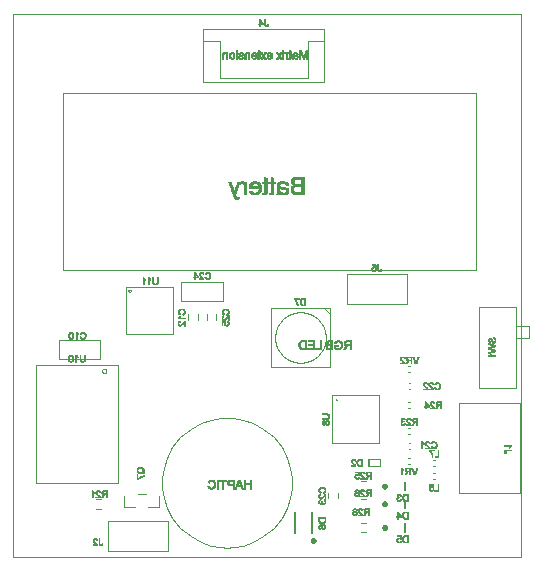
<source format=gbo>
G04 PROTEUS RS274X GERBER FILE*
%FSLAX24Y24*%
%MOIN*%
%ADD33C,0.0020*%
%ADD13C,0.0013*%
%ADD49C,0.0098*%
%ADD50C,0.0078*%
G54D33*
X-8464Y-9055D02*
X+8464Y-9055D01*
X+8464Y+9055D01*
X-8464Y+9055D01*
X-8464Y-9055D01*
X+6383Y-6925D02*
X+8430Y-6925D01*
X+8430Y-3933D01*
X+6383Y-3933D01*
X+6383Y-6925D01*
G54D13*
X+7927Y-5592D02*
X+7967Y-5592D01*
X+7917Y-5582D02*
X+7967Y-5582D01*
X+7907Y-5572D02*
X+7967Y-5572D01*
X+7897Y-5562D02*
X+7947Y-5562D01*
X+7897Y-5552D02*
X+7927Y-5552D01*
X+7897Y-5542D02*
X+7927Y-5542D01*
X+7897Y-5532D02*
X+7927Y-5532D01*
X+7897Y-5522D02*
X+7927Y-5522D01*
X+7897Y-5512D02*
X+7937Y-5512D01*
X+7907Y-5502D02*
X+7947Y-5502D01*
X+7907Y-5492D02*
X+8137Y-5492D01*
X+7917Y-5482D02*
X+8137Y-5482D01*
X+7937Y-5472D02*
X+8137Y-5472D01*
X+8047Y-5402D02*
X+8077Y-5402D01*
X+8057Y-5392D02*
X+8087Y-5392D01*
X+8067Y-5382D02*
X+8097Y-5382D01*
X+8067Y-5372D02*
X+8107Y-5372D01*
X+8077Y-5362D02*
X+8117Y-5362D01*
X+7897Y-5352D02*
X+8127Y-5352D01*
X+7897Y-5342D02*
X+8137Y-5342D01*
X+7897Y-5332D02*
X+8137Y-5332D01*
G54D33*
X-6811Y+511D02*
X+6968Y+511D01*
X+6968Y+6417D01*
X-6811Y+6417D01*
X-6811Y+511D01*
X+2165Y-5236D02*
X+3740Y-5236D01*
X+3740Y-3661D01*
X+2165Y-3661D01*
X+2165Y-5236D01*
X+2318Y-3811D02*
X+2318Y-3811D01*
X+2318Y-3810D01*
X+2318Y-3809D01*
X+2318Y-3808D01*
X+2317Y-3807D01*
X+2317Y-3806D01*
X+2316Y-3805D01*
X+2315Y-3804D01*
X+2314Y-3803D01*
X+2313Y-3802D01*
X+2312Y-3802D01*
X+2311Y-3801D01*
X+2310Y-3801D01*
X+2309Y-3801D01*
X+2308Y-3801D01*
X+2298Y-3811D02*
X+2298Y-3811D01*
X+2298Y-3810D01*
X+2298Y-3809D01*
X+2298Y-3808D01*
X+2299Y-3807D01*
X+2299Y-3806D01*
X+2300Y-3805D01*
X+2301Y-3804D01*
X+2302Y-3803D01*
X+2303Y-3802D01*
X+2304Y-3802D01*
X+2305Y-3801D01*
X+2306Y-3801D01*
X+2307Y-3801D01*
X+2308Y-3801D01*
X+2298Y-3811D02*
X+2298Y-3811D01*
X+2298Y-3812D01*
X+2298Y-3813D01*
X+2298Y-3814D01*
X+2299Y-3815D01*
X+2299Y-3816D01*
X+2300Y-3817D01*
X+2301Y-3818D01*
X+2302Y-3819D01*
X+2303Y-3820D01*
X+2304Y-3820D01*
X+2305Y-3821D01*
X+2306Y-3821D01*
X+2307Y-3821D01*
X+2308Y-3821D01*
X+2318Y-3811D02*
X+2318Y-3811D01*
X+2318Y-3812D01*
X+2318Y-3813D01*
X+2318Y-3814D01*
X+2317Y-3815D01*
X+2317Y-3816D01*
X+2316Y-3817D01*
X+2315Y-3818D01*
X+2314Y-3819D01*
X+2313Y-3820D01*
X+2312Y-3820D01*
X+2311Y-3821D01*
X+2310Y-3821D01*
X+2309Y-3821D01*
X+2308Y-3821D01*
G54D13*
X+1830Y-4598D02*
X+1830Y-4538D01*
X+1830Y-4448D02*
X+1830Y-4418D01*
X+1830Y-4298D02*
X+1830Y-4268D01*
X+1840Y-4618D02*
X+1840Y-4518D01*
X+1840Y-4448D02*
X+1840Y-4418D01*
X+1840Y-4298D02*
X+1840Y-4268D01*
X+1850Y-4628D02*
X+1850Y-4508D01*
X+1850Y-4448D02*
X+1850Y-4418D01*
X+1850Y-4298D02*
X+1850Y-4268D01*
X+1860Y-4628D02*
X+1860Y-4598D01*
X+1860Y-4538D02*
X+1860Y-4498D01*
X+1860Y-4448D02*
X+1860Y-4418D01*
X+1860Y-4298D02*
X+1860Y-4268D01*
X+1870Y-4638D02*
X+1870Y-4608D01*
X+1870Y-4528D02*
X+1870Y-4498D01*
X+1870Y-4448D02*
X+1870Y-4418D01*
X+1870Y-4298D02*
X+1870Y-4268D01*
X+1880Y-4638D02*
X+1880Y-4608D01*
X+1880Y-4528D02*
X+1880Y-4498D01*
X+1880Y-4448D02*
X+1880Y-4418D01*
X+1880Y-4298D02*
X+1880Y-4268D01*
X+1890Y-4638D02*
X+1890Y-4608D01*
X+1890Y-4528D02*
X+1890Y-4498D01*
X+1890Y-4448D02*
X+1890Y-4418D01*
X+1890Y-4298D02*
X+1890Y-4268D01*
X+1900Y-4638D02*
X+1900Y-4608D01*
X+1900Y-4528D02*
X+1900Y-4498D01*
X+1900Y-4448D02*
X+1900Y-4418D01*
X+1900Y-4298D02*
X+1900Y-4268D01*
X+1910Y-4628D02*
X+1910Y-4598D01*
X+1910Y-4538D02*
X+1910Y-4508D01*
X+1910Y-4448D02*
X+1910Y-4418D01*
X+1910Y-4298D02*
X+1910Y-4268D01*
X+1920Y-4618D02*
X+1920Y-4518D01*
X+1920Y-4448D02*
X+1920Y-4418D01*
X+1920Y-4298D02*
X+1920Y-4268D01*
X+1930Y-4608D02*
X+1930Y-4528D01*
X+1930Y-4448D02*
X+1930Y-4418D01*
X+1930Y-4298D02*
X+1930Y-4268D01*
X+1940Y-4628D02*
X+1940Y-4508D01*
X+1940Y-4448D02*
X+1940Y-4418D01*
X+1940Y-4298D02*
X+1940Y-4268D01*
X+1950Y-4638D02*
X+1950Y-4598D01*
X+1950Y-4538D02*
X+1950Y-4498D01*
X+1950Y-4448D02*
X+1950Y-4418D01*
X+1950Y-4298D02*
X+1950Y-4268D01*
X+1960Y-4638D02*
X+1960Y-4608D01*
X+1960Y-4528D02*
X+1960Y-4498D01*
X+1960Y-4448D02*
X+1960Y-4418D01*
X+1960Y-4298D02*
X+1960Y-4268D01*
X+1970Y-4648D02*
X+1970Y-4618D01*
X+1970Y-4518D02*
X+1970Y-4488D01*
X+1970Y-4448D02*
X+1970Y-4418D01*
X+1970Y-4298D02*
X+1970Y-4268D01*
X+1980Y-4648D02*
X+1980Y-4618D01*
X+1980Y-4518D02*
X+1980Y-4488D01*
X+1980Y-4448D02*
X+1980Y-4418D01*
X+1980Y-4298D02*
X+1980Y-4268D01*
X+1990Y-4648D02*
X+1990Y-4618D01*
X+1990Y-4518D02*
X+1990Y-4488D01*
X+1990Y-4448D02*
X+1990Y-4418D01*
X+1990Y-4298D02*
X+1990Y-4268D01*
X+2000Y-4648D02*
X+2000Y-4618D01*
X+2000Y-4518D02*
X+2000Y-4488D01*
X+2000Y-4448D02*
X+2000Y-4418D01*
X+2000Y-4298D02*
X+2000Y-4268D01*
X+2010Y-4648D02*
X+2010Y-4618D01*
X+2010Y-4518D02*
X+2010Y-4488D01*
X+2010Y-4438D02*
X+2010Y-4408D01*
X+2010Y-4308D02*
X+2010Y-4278D01*
X+2020Y-4638D02*
X+2020Y-4608D01*
X+2020Y-4528D02*
X+2020Y-4498D01*
X+2020Y-4438D02*
X+2020Y-4408D01*
X+2020Y-4318D02*
X+2020Y-4278D01*
X+2030Y-4638D02*
X+2030Y-4598D01*
X+2030Y-4538D02*
X+2030Y-4498D01*
X+2030Y-4438D02*
X+2030Y-4388D01*
X+2030Y-4328D02*
X+2030Y-4278D01*
X+2040Y-4628D02*
X+2040Y-4508D01*
X+2040Y-4428D02*
X+2040Y-4288D01*
X+2050Y-4618D02*
X+2050Y-4518D01*
X+2050Y-4418D02*
X+2050Y-4298D01*
X+2060Y-4598D02*
X+2060Y-4538D01*
X+2060Y-4398D02*
X+2060Y-4318D01*
G54D33*
X+4761Y-4742D02*
X+4711Y-4742D01*
X+4761Y-4942D02*
X+4711Y-4942D01*
G54D13*
X+4497Y-4647D02*
X+4557Y-4647D01*
X+4627Y-4647D02*
X+4787Y-4647D01*
X+4817Y-4647D02*
X+4857Y-4647D01*
X+4977Y-4647D02*
X+5007Y-4647D01*
X+4477Y-4637D02*
X+4577Y-4637D01*
X+4627Y-4637D02*
X+4787Y-4637D01*
X+4827Y-4637D02*
X+4857Y-4637D01*
X+4977Y-4637D02*
X+5007Y-4637D01*
X+4467Y-4627D02*
X+4587Y-4627D01*
X+4627Y-4627D02*
X+4777Y-4627D01*
X+4827Y-4627D02*
X+4867Y-4627D01*
X+4977Y-4627D02*
X+5007Y-4627D01*
X+4457Y-4617D02*
X+4497Y-4617D01*
X+4557Y-4617D02*
X+4597Y-4617D01*
X+4747Y-4617D02*
X+4777Y-4617D01*
X+4837Y-4617D02*
X+4867Y-4617D01*
X+4977Y-4617D02*
X+5007Y-4617D01*
X+4457Y-4607D02*
X+4487Y-4607D01*
X+4567Y-4607D02*
X+4597Y-4607D01*
X+4737Y-4607D02*
X+4767Y-4607D01*
X+4837Y-4607D02*
X+4877Y-4607D01*
X+4977Y-4607D02*
X+5007Y-4607D01*
X+4447Y-4597D02*
X+4477Y-4597D01*
X+4577Y-4597D02*
X+4607Y-4597D01*
X+4717Y-4597D02*
X+4757Y-4597D01*
X+4847Y-4597D02*
X+4887Y-4597D01*
X+4977Y-4597D02*
X+5007Y-4597D01*
X+4447Y-4587D02*
X+4477Y-4587D01*
X+4577Y-4587D02*
X+4607Y-4587D01*
X+4707Y-4587D02*
X+4747Y-4587D01*
X+4857Y-4587D02*
X+4887Y-4587D01*
X+4977Y-4587D02*
X+5007Y-4587D01*
X+4447Y-4577D02*
X+4477Y-4577D01*
X+4697Y-4577D02*
X+4727Y-4577D01*
X+4857Y-4577D02*
X+4897Y-4577D01*
X+4977Y-4577D02*
X+5007Y-4577D01*
X+4447Y-4567D02*
X+4477Y-4567D01*
X+4687Y-4567D02*
X+4717Y-4567D01*
X+4867Y-4567D02*
X+4907Y-4567D01*
X+4977Y-4567D02*
X+5007Y-4567D01*
X+4447Y-4557D02*
X+4477Y-4557D01*
X+4677Y-4557D02*
X+4707Y-4557D01*
X+4877Y-4557D02*
X+4907Y-4557D01*
X+4977Y-4557D02*
X+5007Y-4557D01*
X+4447Y-4547D02*
X+4487Y-4547D01*
X+4667Y-4547D02*
X+4697Y-4547D01*
X+4887Y-4547D02*
X+4917Y-4547D01*
X+4977Y-4547D02*
X+5007Y-4547D01*
X+4457Y-4537D02*
X+4497Y-4537D01*
X+4657Y-4537D02*
X+4687Y-4537D01*
X+4867Y-4537D02*
X+5007Y-4537D01*
X+4467Y-4527D02*
X+4547Y-4527D01*
X+4647Y-4527D02*
X+4677Y-4527D01*
X+4847Y-4527D02*
X+5007Y-4527D01*
X+4477Y-4517D02*
X+4547Y-4517D01*
X+4637Y-4517D02*
X+4667Y-4517D01*
X+4837Y-4517D02*
X+5007Y-4517D01*
X+4477Y-4507D02*
X+4547Y-4507D01*
X+4637Y-4507D02*
X+4667Y-4507D01*
X+4837Y-4507D02*
X+4877Y-4507D01*
X+4977Y-4507D02*
X+5007Y-4507D01*
X+4467Y-4497D02*
X+4507Y-4497D01*
X+4627Y-4497D02*
X+4657Y-4497D01*
X+4827Y-4497D02*
X+4867Y-4497D01*
X+4977Y-4497D02*
X+5007Y-4497D01*
X+4457Y-4487D02*
X+4497Y-4487D01*
X+4627Y-4487D02*
X+4657Y-4487D01*
X+4827Y-4487D02*
X+4857Y-4487D01*
X+4977Y-4487D02*
X+5007Y-4487D01*
X+4457Y-4477D02*
X+4487Y-4477D01*
X+4627Y-4477D02*
X+4657Y-4477D01*
X+4757Y-4477D02*
X+4787Y-4477D01*
X+4827Y-4477D02*
X+4857Y-4477D01*
X+4977Y-4477D02*
X+5007Y-4477D01*
X+4457Y-4467D02*
X+4487Y-4467D01*
X+4577Y-4467D02*
X+4607Y-4467D01*
X+4627Y-4467D02*
X+4657Y-4467D01*
X+4757Y-4467D02*
X+4787Y-4467D01*
X+4827Y-4467D02*
X+4857Y-4467D01*
X+4977Y-4467D02*
X+5007Y-4467D01*
X+4457Y-4457D02*
X+4487Y-4457D01*
X+4567Y-4457D02*
X+4607Y-4457D01*
X+4627Y-4457D02*
X+4667Y-4457D01*
X+4747Y-4457D02*
X+4777Y-4457D01*
X+4827Y-4457D02*
X+4867Y-4457D01*
X+4977Y-4457D02*
X+5007Y-4457D01*
X+4467Y-4447D02*
X+4507Y-4447D01*
X+4557Y-4447D02*
X+4597Y-4447D01*
X+4637Y-4447D02*
X+4677Y-4447D01*
X+4737Y-4447D02*
X+4777Y-4447D01*
X+4837Y-4447D02*
X+4877Y-4447D01*
X+4977Y-4447D02*
X+5007Y-4447D01*
X+4467Y-4437D02*
X+4587Y-4437D01*
X+4647Y-4437D02*
X+4767Y-4437D01*
X+4837Y-4437D02*
X+5007Y-4437D01*
X+4477Y-4427D02*
X+4577Y-4427D01*
X+4657Y-4427D02*
X+4757Y-4427D01*
X+4847Y-4427D02*
X+5007Y-4427D01*
X+4497Y-4417D02*
X+4557Y-4417D01*
X+4677Y-4417D02*
X+4737Y-4417D01*
X+4867Y-4417D02*
X+5007Y-4417D01*
G54D33*
X+4761Y-3876D02*
X+4711Y-3876D01*
X+4761Y-4076D02*
X+4711Y-4076D01*
G54D13*
X+5254Y-4096D02*
X+5284Y-4096D01*
X+5414Y-4096D02*
X+5574Y-4096D01*
X+5604Y-4096D02*
X+5644Y-4096D01*
X+5764Y-4096D02*
X+5794Y-4096D01*
X+5254Y-4086D02*
X+5284Y-4086D01*
X+5414Y-4086D02*
X+5574Y-4086D01*
X+5614Y-4086D02*
X+5644Y-4086D01*
X+5764Y-4086D02*
X+5794Y-4086D01*
X+5254Y-4076D02*
X+5284Y-4076D01*
X+5414Y-4076D02*
X+5564Y-4076D01*
X+5614Y-4076D02*
X+5654Y-4076D01*
X+5764Y-4076D02*
X+5794Y-4076D01*
X+5254Y-4066D02*
X+5284Y-4066D01*
X+5534Y-4066D02*
X+5564Y-4066D01*
X+5624Y-4066D02*
X+5654Y-4066D01*
X+5764Y-4066D02*
X+5794Y-4066D01*
X+5254Y-4056D02*
X+5284Y-4056D01*
X+5524Y-4056D02*
X+5554Y-4056D01*
X+5624Y-4056D02*
X+5664Y-4056D01*
X+5764Y-4056D02*
X+5794Y-4056D01*
X+5254Y-4046D02*
X+5284Y-4046D01*
X+5504Y-4046D02*
X+5544Y-4046D01*
X+5634Y-4046D02*
X+5674Y-4046D01*
X+5764Y-4046D02*
X+5794Y-4046D01*
X+5224Y-4036D02*
X+5394Y-4036D01*
X+5494Y-4036D02*
X+5534Y-4036D01*
X+5644Y-4036D02*
X+5674Y-4036D01*
X+5764Y-4036D02*
X+5794Y-4036D01*
X+5224Y-4026D02*
X+5394Y-4026D01*
X+5484Y-4026D02*
X+5514Y-4026D01*
X+5644Y-4026D02*
X+5684Y-4026D01*
X+5764Y-4026D02*
X+5794Y-4026D01*
X+5224Y-4016D02*
X+5394Y-4016D01*
X+5474Y-4016D02*
X+5504Y-4016D01*
X+5654Y-4016D02*
X+5694Y-4016D01*
X+5764Y-4016D02*
X+5794Y-4016D01*
X+5254Y-4006D02*
X+5284Y-4006D01*
X+5364Y-4006D02*
X+5394Y-4006D01*
X+5464Y-4006D02*
X+5494Y-4006D01*
X+5664Y-4006D02*
X+5694Y-4006D01*
X+5764Y-4006D02*
X+5794Y-4006D01*
X+5254Y-3996D02*
X+5284Y-3996D01*
X+5354Y-3996D02*
X+5384Y-3996D01*
X+5454Y-3996D02*
X+5484Y-3996D01*
X+5674Y-3996D02*
X+5704Y-3996D01*
X+5764Y-3996D02*
X+5794Y-3996D01*
X+5254Y-3986D02*
X+5284Y-3986D01*
X+5344Y-3986D02*
X+5374Y-3986D01*
X+5444Y-3986D02*
X+5474Y-3986D01*
X+5654Y-3986D02*
X+5794Y-3986D01*
X+5254Y-3976D02*
X+5284Y-3976D01*
X+5334Y-3976D02*
X+5364Y-3976D01*
X+5434Y-3976D02*
X+5464Y-3976D01*
X+5634Y-3976D02*
X+5794Y-3976D01*
X+5254Y-3966D02*
X+5284Y-3966D01*
X+5324Y-3966D02*
X+5354Y-3966D01*
X+5424Y-3966D02*
X+5454Y-3966D01*
X+5624Y-3966D02*
X+5794Y-3966D01*
X+5254Y-3956D02*
X+5284Y-3956D01*
X+5324Y-3956D02*
X+5354Y-3956D01*
X+5424Y-3956D02*
X+5454Y-3956D01*
X+5624Y-3956D02*
X+5664Y-3956D01*
X+5764Y-3956D02*
X+5794Y-3956D01*
X+5254Y-3946D02*
X+5284Y-3946D01*
X+5314Y-3946D02*
X+5344Y-3946D01*
X+5414Y-3946D02*
X+5444Y-3946D01*
X+5614Y-3946D02*
X+5654Y-3946D01*
X+5764Y-3946D02*
X+5794Y-3946D01*
X+5254Y-3936D02*
X+5284Y-3936D01*
X+5304Y-3936D02*
X+5334Y-3936D01*
X+5414Y-3936D02*
X+5444Y-3936D01*
X+5614Y-3936D02*
X+5644Y-3936D01*
X+5764Y-3936D02*
X+5794Y-3936D01*
X+5254Y-3926D02*
X+5284Y-3926D01*
X+5294Y-3926D02*
X+5324Y-3926D01*
X+5414Y-3926D02*
X+5444Y-3926D01*
X+5544Y-3926D02*
X+5574Y-3926D01*
X+5614Y-3926D02*
X+5644Y-3926D01*
X+5764Y-3926D02*
X+5794Y-3926D01*
X+5254Y-3916D02*
X+5314Y-3916D01*
X+5414Y-3916D02*
X+5444Y-3916D01*
X+5544Y-3916D02*
X+5574Y-3916D01*
X+5614Y-3916D02*
X+5644Y-3916D01*
X+5764Y-3916D02*
X+5794Y-3916D01*
X+5254Y-3906D02*
X+5314Y-3906D01*
X+5414Y-3906D02*
X+5454Y-3906D01*
X+5534Y-3906D02*
X+5564Y-3906D01*
X+5614Y-3906D02*
X+5654Y-3906D01*
X+5764Y-3906D02*
X+5794Y-3906D01*
X+5254Y-3896D02*
X+5304Y-3896D01*
X+5424Y-3896D02*
X+5464Y-3896D01*
X+5524Y-3896D02*
X+5564Y-3896D01*
X+5624Y-3896D02*
X+5664Y-3896D01*
X+5764Y-3896D02*
X+5794Y-3896D01*
X+5254Y-3886D02*
X+5294Y-3886D01*
X+5434Y-3886D02*
X+5554Y-3886D01*
X+5624Y-3886D02*
X+5794Y-3886D01*
X+5254Y-3876D02*
X+5284Y-3876D01*
X+5444Y-3876D02*
X+5544Y-3876D01*
X+5634Y-3876D02*
X+5794Y-3876D01*
X+5254Y-3866D02*
X+5274Y-3866D01*
X+5464Y-3866D02*
X+5524Y-3866D01*
X+5654Y-3866D02*
X+5794Y-3866D01*
G54D33*
X+4721Y-3446D02*
X+4771Y-3446D01*
X+4721Y-3246D02*
X+4771Y-3246D01*
G54D13*
X+5195Y-3456D02*
X+5355Y-3456D01*
X+5375Y-3456D02*
X+5535Y-3456D01*
X+5625Y-3456D02*
X+5695Y-3456D01*
X+5195Y-3446D02*
X+5355Y-3446D01*
X+5375Y-3446D02*
X+5535Y-3446D01*
X+5605Y-3446D02*
X+5715Y-3446D01*
X+5195Y-3436D02*
X+5345Y-3436D01*
X+5375Y-3436D02*
X+5525Y-3436D01*
X+5595Y-3436D02*
X+5735Y-3436D01*
X+5315Y-3426D02*
X+5345Y-3426D01*
X+5495Y-3426D02*
X+5525Y-3426D01*
X+5585Y-3426D02*
X+5635Y-3426D01*
X+5685Y-3426D02*
X+5735Y-3426D01*
X+5305Y-3416D02*
X+5335Y-3416D01*
X+5485Y-3416D02*
X+5515Y-3416D01*
X+5575Y-3416D02*
X+5615Y-3416D01*
X+5705Y-3416D02*
X+5745Y-3416D01*
X+5285Y-3406D02*
X+5325Y-3406D01*
X+5465Y-3406D02*
X+5505Y-3406D01*
X+5575Y-3406D02*
X+5605Y-3406D01*
X+5715Y-3406D02*
X+5755Y-3406D01*
X+5275Y-3396D02*
X+5315Y-3396D01*
X+5455Y-3396D02*
X+5495Y-3396D01*
X+5565Y-3396D02*
X+5605Y-3396D01*
X+5725Y-3396D02*
X+5755Y-3396D01*
X+5265Y-3386D02*
X+5295Y-3386D01*
X+5445Y-3386D02*
X+5475Y-3386D01*
X+5565Y-3386D02*
X+5595Y-3386D01*
X+5725Y-3386D02*
X+5755Y-3386D01*
X+5255Y-3376D02*
X+5285Y-3376D01*
X+5435Y-3376D02*
X+5465Y-3376D01*
X+5585Y-3376D02*
X+5595Y-3376D01*
X+5735Y-3376D02*
X+5765Y-3376D01*
X+5245Y-3366D02*
X+5275Y-3366D01*
X+5425Y-3366D02*
X+5455Y-3366D01*
X+5735Y-3366D02*
X+5765Y-3366D01*
X+5235Y-3356D02*
X+5265Y-3356D01*
X+5415Y-3356D02*
X+5445Y-3356D01*
X+5735Y-3356D02*
X+5765Y-3356D01*
X+5225Y-3346D02*
X+5255Y-3346D01*
X+5405Y-3346D02*
X+5435Y-3346D01*
X+5735Y-3346D02*
X+5765Y-3346D01*
X+5215Y-3336D02*
X+5245Y-3336D01*
X+5395Y-3336D02*
X+5425Y-3336D01*
X+5735Y-3336D02*
X+5765Y-3336D01*
X+5205Y-3326D02*
X+5235Y-3326D01*
X+5385Y-3326D02*
X+5415Y-3326D01*
X+5735Y-3326D02*
X+5765Y-3326D01*
X+5205Y-3316D02*
X+5235Y-3316D01*
X+5385Y-3316D02*
X+5415Y-3316D01*
X+5735Y-3316D02*
X+5765Y-3316D01*
X+5195Y-3306D02*
X+5225Y-3306D01*
X+5375Y-3306D02*
X+5405Y-3306D01*
X+5735Y-3306D02*
X+5765Y-3306D01*
X+5195Y-3296D02*
X+5225Y-3296D01*
X+5375Y-3296D02*
X+5405Y-3296D01*
X+5595Y-3296D02*
X+5605Y-3296D01*
X+5725Y-3296D02*
X+5755Y-3296D01*
X+5195Y-3286D02*
X+5225Y-3286D01*
X+5325Y-3286D02*
X+5355Y-3286D01*
X+5375Y-3286D02*
X+5405Y-3286D01*
X+5505Y-3286D02*
X+5535Y-3286D01*
X+5575Y-3286D02*
X+5605Y-3286D01*
X+5725Y-3286D02*
X+5755Y-3286D01*
X+5195Y-3276D02*
X+5225Y-3276D01*
X+5325Y-3276D02*
X+5355Y-3276D01*
X+5375Y-3276D02*
X+5405Y-3276D01*
X+5505Y-3276D02*
X+5535Y-3276D01*
X+5575Y-3276D02*
X+5615Y-3276D01*
X+5715Y-3276D02*
X+5755Y-3276D01*
X+5195Y-3266D02*
X+5235Y-3266D01*
X+5315Y-3266D02*
X+5345Y-3266D01*
X+5375Y-3266D02*
X+5415Y-3266D01*
X+5495Y-3266D02*
X+5525Y-3266D01*
X+5585Y-3266D02*
X+5625Y-3266D01*
X+5705Y-3266D02*
X+5745Y-3266D01*
X+5205Y-3256D02*
X+5245Y-3256D01*
X+5305Y-3256D02*
X+5345Y-3256D01*
X+5385Y-3256D02*
X+5425Y-3256D01*
X+5485Y-3256D02*
X+5525Y-3256D01*
X+5595Y-3256D02*
X+5635Y-3256D01*
X+5695Y-3256D02*
X+5735Y-3256D01*
X+5215Y-3246D02*
X+5335Y-3246D01*
X+5395Y-3246D02*
X+5515Y-3246D01*
X+5595Y-3246D02*
X+5725Y-3246D01*
X+5225Y-3236D02*
X+5325Y-3236D01*
X+5405Y-3236D02*
X+5505Y-3236D01*
X+5615Y-3236D02*
X+5715Y-3236D01*
X+5245Y-3226D02*
X+5305Y-3226D01*
X+5425Y-3226D02*
X+5485Y-3226D01*
X+5625Y-3226D02*
X+5695Y-3226D01*
G54D33*
X+4721Y-5454D02*
X+4771Y-5454D01*
X+4721Y-5254D02*
X+4771Y-5254D01*
G54D13*
X+5137Y-5425D02*
X+5167Y-5425D01*
X+5257Y-5425D02*
X+5417Y-5425D01*
X+5507Y-5425D02*
X+5577Y-5425D01*
X+5137Y-5415D02*
X+5167Y-5415D01*
X+5257Y-5415D02*
X+5417Y-5415D01*
X+5487Y-5415D02*
X+5597Y-5415D01*
X+5137Y-5405D02*
X+5167Y-5405D01*
X+5257Y-5405D02*
X+5407Y-5405D01*
X+5477Y-5405D02*
X+5617Y-5405D01*
X+5137Y-5395D02*
X+5167Y-5395D01*
X+5377Y-5395D02*
X+5407Y-5395D01*
X+5467Y-5395D02*
X+5517Y-5395D01*
X+5567Y-5395D02*
X+5617Y-5395D01*
X+5137Y-5385D02*
X+5167Y-5385D01*
X+5367Y-5385D02*
X+5397Y-5385D01*
X+5457Y-5385D02*
X+5497Y-5385D01*
X+5587Y-5385D02*
X+5627Y-5385D01*
X+5137Y-5375D02*
X+5167Y-5375D01*
X+5347Y-5375D02*
X+5387Y-5375D01*
X+5457Y-5375D02*
X+5487Y-5375D01*
X+5597Y-5375D02*
X+5637Y-5375D01*
X+5137Y-5365D02*
X+5167Y-5365D01*
X+5337Y-5365D02*
X+5377Y-5365D01*
X+5447Y-5365D02*
X+5487Y-5365D01*
X+5607Y-5365D02*
X+5637Y-5365D01*
X+5137Y-5355D02*
X+5167Y-5355D01*
X+5327Y-5355D02*
X+5357Y-5355D01*
X+5447Y-5355D02*
X+5477Y-5355D01*
X+5607Y-5355D02*
X+5637Y-5355D01*
X+5137Y-5345D02*
X+5167Y-5345D01*
X+5317Y-5345D02*
X+5347Y-5345D01*
X+5467Y-5345D02*
X+5477Y-5345D01*
X+5617Y-5345D02*
X+5647Y-5345D01*
X+5137Y-5335D02*
X+5167Y-5335D01*
X+5307Y-5335D02*
X+5337Y-5335D01*
X+5617Y-5335D02*
X+5647Y-5335D01*
X+5137Y-5325D02*
X+5167Y-5325D01*
X+5297Y-5325D02*
X+5327Y-5325D01*
X+5617Y-5325D02*
X+5647Y-5325D01*
X+5137Y-5315D02*
X+5167Y-5315D01*
X+5287Y-5315D02*
X+5317Y-5315D01*
X+5617Y-5315D02*
X+5647Y-5315D01*
X+5137Y-5305D02*
X+5167Y-5305D01*
X+5277Y-5305D02*
X+5307Y-5305D01*
X+5617Y-5305D02*
X+5647Y-5305D01*
X+5137Y-5295D02*
X+5167Y-5295D01*
X+5267Y-5295D02*
X+5297Y-5295D01*
X+5617Y-5295D02*
X+5647Y-5295D01*
X+5137Y-5285D02*
X+5167Y-5285D01*
X+5267Y-5285D02*
X+5297Y-5285D01*
X+5617Y-5285D02*
X+5647Y-5285D01*
X+5137Y-5275D02*
X+5167Y-5275D01*
X+5207Y-5275D02*
X+5217Y-5275D01*
X+5257Y-5275D02*
X+5287Y-5275D01*
X+5617Y-5275D02*
X+5647Y-5275D01*
X+5137Y-5265D02*
X+5167Y-5265D01*
X+5197Y-5265D02*
X+5217Y-5265D01*
X+5257Y-5265D02*
X+5287Y-5265D01*
X+5477Y-5265D02*
X+5487Y-5265D01*
X+5607Y-5265D02*
X+5637Y-5265D01*
X+5137Y-5255D02*
X+5167Y-5255D01*
X+5177Y-5255D02*
X+5217Y-5255D01*
X+5257Y-5255D02*
X+5287Y-5255D01*
X+5387Y-5255D02*
X+5417Y-5255D01*
X+5457Y-5255D02*
X+5487Y-5255D01*
X+5607Y-5255D02*
X+5637Y-5255D01*
X+5137Y-5245D02*
X+5207Y-5245D01*
X+5257Y-5245D02*
X+5287Y-5245D01*
X+5387Y-5245D02*
X+5417Y-5245D01*
X+5457Y-5245D02*
X+5497Y-5245D01*
X+5597Y-5245D02*
X+5637Y-5245D01*
X+5137Y-5235D02*
X+5197Y-5235D01*
X+5257Y-5235D02*
X+5297Y-5235D01*
X+5377Y-5235D02*
X+5407Y-5235D01*
X+5467Y-5235D02*
X+5507Y-5235D01*
X+5587Y-5235D02*
X+5627Y-5235D01*
X+5137Y-5225D02*
X+5187Y-5225D01*
X+5267Y-5225D02*
X+5307Y-5225D01*
X+5367Y-5225D02*
X+5407Y-5225D01*
X+5477Y-5225D02*
X+5517Y-5225D01*
X+5577Y-5225D02*
X+5617Y-5225D01*
X+5137Y-5215D02*
X+5177Y-5215D01*
X+5277Y-5215D02*
X+5397Y-5215D01*
X+5477Y-5215D02*
X+5607Y-5215D01*
X+5137Y-5205D02*
X+5167Y-5205D01*
X+5287Y-5205D02*
X+5387Y-5205D01*
X+5497Y-5205D02*
X+5597Y-5205D01*
X+5137Y-5195D02*
X+5157Y-5195D01*
X+5307Y-5195D02*
X+5367Y-5195D01*
X+5507Y-5195D02*
X+5577Y-5195D01*
G54D33*
X+4761Y-5766D02*
X+4711Y-5766D01*
X+4761Y-5966D02*
X+4711Y-5966D01*
G54D13*
X+4449Y-6301D02*
X+4479Y-6301D01*
X+4579Y-6301D02*
X+4619Y-6301D01*
X+4739Y-6301D02*
X+4769Y-6301D01*
X+4879Y-6301D02*
X+4929Y-6301D01*
X+4449Y-6291D02*
X+4479Y-6291D01*
X+4589Y-6291D02*
X+4619Y-6291D01*
X+4739Y-6291D02*
X+4769Y-6291D01*
X+4879Y-6291D02*
X+4929Y-6291D01*
X+4449Y-6281D02*
X+4479Y-6281D01*
X+4589Y-6281D02*
X+4629Y-6281D01*
X+4739Y-6281D02*
X+4769Y-6281D01*
X+4869Y-6281D02*
X+4939Y-6281D01*
X+4449Y-6271D02*
X+4479Y-6271D01*
X+4599Y-6271D02*
X+4629Y-6271D01*
X+4739Y-6271D02*
X+4769Y-6271D01*
X+4869Y-6271D02*
X+4899Y-6271D01*
X+4909Y-6271D02*
X+4939Y-6271D01*
X+4449Y-6261D02*
X+4479Y-6261D01*
X+4599Y-6261D02*
X+4639Y-6261D01*
X+4739Y-6261D02*
X+4769Y-6261D01*
X+4869Y-6261D02*
X+4899Y-6261D01*
X+4909Y-6261D02*
X+4939Y-6261D01*
X+4449Y-6251D02*
X+4479Y-6251D01*
X+4609Y-6251D02*
X+4649Y-6251D01*
X+4739Y-6251D02*
X+4769Y-6251D01*
X+4859Y-6251D02*
X+4899Y-6251D01*
X+4909Y-6251D02*
X+4949Y-6251D01*
X+4449Y-6241D02*
X+4479Y-6241D01*
X+4619Y-6241D02*
X+4649Y-6241D01*
X+4739Y-6241D02*
X+4769Y-6241D01*
X+4859Y-6241D02*
X+4889Y-6241D01*
X+4919Y-6241D02*
X+4949Y-6241D01*
X+4449Y-6231D02*
X+4479Y-6231D01*
X+4619Y-6231D02*
X+4659Y-6231D01*
X+4739Y-6231D02*
X+4769Y-6231D01*
X+4859Y-6231D02*
X+4889Y-6231D01*
X+4919Y-6231D02*
X+4949Y-6231D01*
X+4449Y-6221D02*
X+4479Y-6221D01*
X+4629Y-6221D02*
X+4669Y-6221D01*
X+4739Y-6221D02*
X+4769Y-6221D01*
X+4849Y-6221D02*
X+4889Y-6221D01*
X+4919Y-6221D02*
X+4959Y-6221D01*
X+4449Y-6211D02*
X+4479Y-6211D01*
X+4639Y-6211D02*
X+4669Y-6211D01*
X+4739Y-6211D02*
X+4769Y-6211D01*
X+4849Y-6211D02*
X+4879Y-6211D01*
X+4929Y-6211D02*
X+4959Y-6211D01*
X+4449Y-6201D02*
X+4479Y-6201D01*
X+4649Y-6201D02*
X+4679Y-6201D01*
X+4739Y-6201D02*
X+4769Y-6201D01*
X+4849Y-6201D02*
X+4879Y-6201D01*
X+4929Y-6201D02*
X+4959Y-6201D01*
X+4449Y-6191D02*
X+4479Y-6191D01*
X+4629Y-6191D02*
X+4769Y-6191D01*
X+4839Y-6191D02*
X+4869Y-6191D01*
X+4939Y-6191D02*
X+4969Y-6191D01*
X+4449Y-6181D02*
X+4479Y-6181D01*
X+4609Y-6181D02*
X+4769Y-6181D01*
X+4839Y-6181D02*
X+4869Y-6181D01*
X+4939Y-6181D02*
X+4969Y-6181D01*
X+4449Y-6171D02*
X+4479Y-6171D01*
X+4599Y-6171D02*
X+4769Y-6171D01*
X+4839Y-6171D02*
X+4869Y-6171D01*
X+4939Y-6171D02*
X+4969Y-6171D01*
X+4449Y-6161D02*
X+4479Y-6161D01*
X+4599Y-6161D02*
X+4639Y-6161D01*
X+4739Y-6161D02*
X+4769Y-6161D01*
X+4829Y-6161D02*
X+4859Y-6161D01*
X+4949Y-6161D02*
X+4979Y-6161D01*
X+4449Y-6151D02*
X+4479Y-6151D01*
X+4519Y-6151D02*
X+4529Y-6151D01*
X+4589Y-6151D02*
X+4629Y-6151D01*
X+4739Y-6151D02*
X+4769Y-6151D01*
X+4829Y-6151D02*
X+4859Y-6151D01*
X+4949Y-6151D02*
X+4979Y-6151D01*
X+4449Y-6141D02*
X+4479Y-6141D01*
X+4509Y-6141D02*
X+4529Y-6141D01*
X+4589Y-6141D02*
X+4619Y-6141D01*
X+4739Y-6141D02*
X+4769Y-6141D01*
X+4829Y-6141D02*
X+4859Y-6141D01*
X+4949Y-6141D02*
X+4979Y-6141D01*
X+4449Y-6131D02*
X+4479Y-6131D01*
X+4489Y-6131D02*
X+4529Y-6131D01*
X+4589Y-6131D02*
X+4619Y-6131D01*
X+4739Y-6131D02*
X+4769Y-6131D01*
X+4819Y-6131D02*
X+4849Y-6131D01*
X+4959Y-6131D02*
X+4989Y-6131D01*
X+4449Y-6121D02*
X+4519Y-6121D01*
X+4589Y-6121D02*
X+4619Y-6121D01*
X+4739Y-6121D02*
X+4769Y-6121D01*
X+4819Y-6121D02*
X+4849Y-6121D01*
X+4959Y-6121D02*
X+4989Y-6121D01*
X+4449Y-6111D02*
X+4509Y-6111D01*
X+4589Y-6111D02*
X+4629Y-6111D01*
X+4739Y-6111D02*
X+4769Y-6111D01*
X+4809Y-6111D02*
X+4849Y-6111D01*
X+4959Y-6111D02*
X+4999Y-6111D01*
X+4449Y-6101D02*
X+4499Y-6101D01*
X+4599Y-6101D02*
X+4639Y-6101D01*
X+4739Y-6101D02*
X+4769Y-6101D01*
X+4809Y-6101D02*
X+4839Y-6101D01*
X+4969Y-6101D02*
X+4999Y-6101D01*
X+4449Y-6091D02*
X+4489Y-6091D01*
X+4599Y-6091D02*
X+4769Y-6091D01*
X+4809Y-6091D02*
X+4839Y-6091D01*
X+4969Y-6091D02*
X+4999Y-6091D01*
X+4449Y-6081D02*
X+4479Y-6081D01*
X+4609Y-6081D02*
X+4769Y-6081D01*
X+4799Y-6081D02*
X+4839Y-6081D01*
X+4969Y-6081D02*
X+5009Y-6081D01*
X+4449Y-6071D02*
X+4469Y-6071D01*
X+4629Y-6071D02*
X+4769Y-6071D01*
X+4799Y-6071D02*
X+4829Y-6071D01*
X+4979Y-6071D02*
X+5009Y-6071D01*
G54D33*
X+4761Y-2695D02*
X+4711Y-2695D01*
X+4761Y-2895D02*
X+4711Y-2895D01*
G54D13*
X+4429Y-2600D02*
X+4589Y-2600D01*
X+4619Y-2600D02*
X+4659Y-2600D01*
X+4779Y-2600D02*
X+4809Y-2600D01*
X+4919Y-2600D02*
X+4969Y-2600D01*
X+4429Y-2590D02*
X+4589Y-2590D01*
X+4629Y-2590D02*
X+4659Y-2590D01*
X+4779Y-2590D02*
X+4809Y-2590D01*
X+4919Y-2590D02*
X+4969Y-2590D01*
X+4429Y-2580D02*
X+4579Y-2580D01*
X+4629Y-2580D02*
X+4669Y-2580D01*
X+4779Y-2580D02*
X+4809Y-2580D01*
X+4909Y-2580D02*
X+4979Y-2580D01*
X+4549Y-2570D02*
X+4579Y-2570D01*
X+4639Y-2570D02*
X+4669Y-2570D01*
X+4779Y-2570D02*
X+4809Y-2570D01*
X+4909Y-2570D02*
X+4939Y-2570D01*
X+4949Y-2570D02*
X+4979Y-2570D01*
X+4539Y-2560D02*
X+4569Y-2560D01*
X+4639Y-2560D02*
X+4679Y-2560D01*
X+4779Y-2560D02*
X+4809Y-2560D01*
X+4909Y-2560D02*
X+4939Y-2560D01*
X+4949Y-2560D02*
X+4979Y-2560D01*
X+4519Y-2550D02*
X+4559Y-2550D01*
X+4649Y-2550D02*
X+4689Y-2550D01*
X+4779Y-2550D02*
X+4809Y-2550D01*
X+4899Y-2550D02*
X+4939Y-2550D01*
X+4949Y-2550D02*
X+4989Y-2550D01*
X+4509Y-2540D02*
X+4549Y-2540D01*
X+4659Y-2540D02*
X+4689Y-2540D01*
X+4779Y-2540D02*
X+4809Y-2540D01*
X+4899Y-2540D02*
X+4929Y-2540D01*
X+4959Y-2540D02*
X+4989Y-2540D01*
X+4499Y-2530D02*
X+4529Y-2530D01*
X+4659Y-2530D02*
X+4699Y-2530D01*
X+4779Y-2530D02*
X+4809Y-2530D01*
X+4899Y-2530D02*
X+4929Y-2530D01*
X+4959Y-2530D02*
X+4989Y-2530D01*
X+4489Y-2520D02*
X+4519Y-2520D01*
X+4669Y-2520D02*
X+4709Y-2520D01*
X+4779Y-2520D02*
X+4809Y-2520D01*
X+4889Y-2520D02*
X+4929Y-2520D01*
X+4959Y-2520D02*
X+4999Y-2520D01*
X+4479Y-2510D02*
X+4509Y-2510D01*
X+4679Y-2510D02*
X+4709Y-2510D01*
X+4779Y-2510D02*
X+4809Y-2510D01*
X+4889Y-2510D02*
X+4919Y-2510D01*
X+4969Y-2510D02*
X+4999Y-2510D01*
X+4469Y-2500D02*
X+4499Y-2500D01*
X+4689Y-2500D02*
X+4719Y-2500D01*
X+4779Y-2500D02*
X+4809Y-2500D01*
X+4889Y-2500D02*
X+4919Y-2500D01*
X+4969Y-2500D02*
X+4999Y-2500D01*
X+4459Y-2490D02*
X+4489Y-2490D01*
X+4669Y-2490D02*
X+4809Y-2490D01*
X+4879Y-2490D02*
X+4909Y-2490D01*
X+4979Y-2490D02*
X+5009Y-2490D01*
X+4449Y-2480D02*
X+4479Y-2480D01*
X+4649Y-2480D02*
X+4809Y-2480D01*
X+4879Y-2480D02*
X+4909Y-2480D01*
X+4979Y-2480D02*
X+5009Y-2480D01*
X+4439Y-2470D02*
X+4469Y-2470D01*
X+4639Y-2470D02*
X+4809Y-2470D01*
X+4879Y-2470D02*
X+4909Y-2470D01*
X+4979Y-2470D02*
X+5009Y-2470D01*
X+4439Y-2460D02*
X+4469Y-2460D01*
X+4639Y-2460D02*
X+4679Y-2460D01*
X+4779Y-2460D02*
X+4809Y-2460D01*
X+4869Y-2460D02*
X+4899Y-2460D01*
X+4989Y-2460D02*
X+5019Y-2460D01*
X+4429Y-2450D02*
X+4459Y-2450D01*
X+4629Y-2450D02*
X+4669Y-2450D01*
X+4779Y-2450D02*
X+4809Y-2450D01*
X+4869Y-2450D02*
X+4899Y-2450D01*
X+4989Y-2450D02*
X+5019Y-2450D01*
X+4429Y-2440D02*
X+4459Y-2440D01*
X+4629Y-2440D02*
X+4659Y-2440D01*
X+4779Y-2440D02*
X+4809Y-2440D01*
X+4869Y-2440D02*
X+4899Y-2440D01*
X+4989Y-2440D02*
X+5019Y-2440D01*
X+4429Y-2430D02*
X+4459Y-2430D01*
X+4559Y-2430D02*
X+4589Y-2430D01*
X+4629Y-2430D02*
X+4659Y-2430D01*
X+4779Y-2430D02*
X+4809Y-2430D01*
X+4859Y-2430D02*
X+4889Y-2430D01*
X+4999Y-2430D02*
X+5029Y-2430D01*
X+4429Y-2420D02*
X+4459Y-2420D01*
X+4559Y-2420D02*
X+4589Y-2420D01*
X+4629Y-2420D02*
X+4659Y-2420D01*
X+4779Y-2420D02*
X+4809Y-2420D01*
X+4859Y-2420D02*
X+4889Y-2420D01*
X+4999Y-2420D02*
X+5029Y-2420D01*
X+4429Y-2410D02*
X+4469Y-2410D01*
X+4549Y-2410D02*
X+4579Y-2410D01*
X+4629Y-2410D02*
X+4669Y-2410D01*
X+4779Y-2410D02*
X+4809Y-2410D01*
X+4849Y-2410D02*
X+4889Y-2410D01*
X+4999Y-2410D02*
X+5039Y-2410D01*
X+4439Y-2400D02*
X+4479Y-2400D01*
X+4539Y-2400D02*
X+4579Y-2400D01*
X+4639Y-2400D02*
X+4679Y-2400D01*
X+4779Y-2400D02*
X+4809Y-2400D01*
X+4849Y-2400D02*
X+4879Y-2400D01*
X+5009Y-2400D02*
X+5039Y-2400D01*
X+4449Y-2390D02*
X+4569Y-2390D01*
X+4639Y-2390D02*
X+4809Y-2390D01*
X+4849Y-2390D02*
X+4879Y-2390D01*
X+5009Y-2390D02*
X+5039Y-2390D01*
X+4459Y-2380D02*
X+4559Y-2380D01*
X+4649Y-2380D02*
X+4809Y-2380D01*
X+4839Y-2380D02*
X+4879Y-2380D01*
X+5009Y-2380D02*
X+5049Y-2380D01*
X+4479Y-2370D02*
X+4539Y-2370D01*
X+4669Y-2370D02*
X+4809Y-2370D01*
X+4839Y-2370D02*
X+4869Y-2370D01*
X+5019Y-2370D02*
X+5049Y-2370D01*
G54D33*
X+3360Y-6023D02*
X+3754Y-6023D01*
X+3754Y-5787D01*
X+3360Y-5787D01*
X+3360Y-6023D01*
X+3399Y-6023D02*
X+3399Y-5787D01*
G54D13*
X+2782Y-6015D02*
X+2942Y-6015D01*
X+3042Y-6015D02*
X+3162Y-6015D01*
X+2782Y-6005D02*
X+2942Y-6005D01*
X+3012Y-6005D02*
X+3162Y-6005D01*
X+2782Y-5995D02*
X+2932Y-5995D01*
X+3002Y-5995D02*
X+3162Y-5995D01*
X+2902Y-5985D02*
X+2932Y-5985D01*
X+2992Y-5985D02*
X+3042Y-5985D01*
X+3132Y-5985D02*
X+3162Y-5985D01*
X+2892Y-5975D02*
X+2922Y-5975D01*
X+2992Y-5975D02*
X+3022Y-5975D01*
X+3132Y-5975D02*
X+3162Y-5975D01*
X+2872Y-5965D02*
X+2912Y-5965D01*
X+2982Y-5965D02*
X+3022Y-5965D01*
X+3132Y-5965D02*
X+3162Y-5965D01*
X+2862Y-5955D02*
X+2902Y-5955D01*
X+2982Y-5955D02*
X+3012Y-5955D01*
X+3132Y-5955D02*
X+3162Y-5955D01*
X+2852Y-5945D02*
X+2882Y-5945D01*
X+2982Y-5945D02*
X+3012Y-5945D01*
X+3132Y-5945D02*
X+3162Y-5945D01*
X+2842Y-5935D02*
X+2872Y-5935D01*
X+2972Y-5935D02*
X+3002Y-5935D01*
X+3132Y-5935D02*
X+3162Y-5935D01*
X+2832Y-5925D02*
X+2862Y-5925D01*
X+2972Y-5925D02*
X+3002Y-5925D01*
X+3132Y-5925D02*
X+3162Y-5925D01*
X+2822Y-5915D02*
X+2852Y-5915D01*
X+2972Y-5915D02*
X+3002Y-5915D01*
X+3132Y-5915D02*
X+3162Y-5915D01*
X+2812Y-5905D02*
X+2842Y-5905D01*
X+2972Y-5905D02*
X+3002Y-5905D01*
X+3132Y-5905D02*
X+3162Y-5905D01*
X+2802Y-5895D02*
X+2832Y-5895D01*
X+2972Y-5895D02*
X+3002Y-5895D01*
X+3132Y-5895D02*
X+3162Y-5895D01*
X+2792Y-5885D02*
X+2822Y-5885D01*
X+2972Y-5885D02*
X+3002Y-5885D01*
X+3132Y-5885D02*
X+3162Y-5885D01*
X+2792Y-5875D02*
X+2822Y-5875D01*
X+2972Y-5875D02*
X+3002Y-5875D01*
X+3132Y-5875D02*
X+3162Y-5875D01*
X+2782Y-5865D02*
X+2812Y-5865D01*
X+2972Y-5865D02*
X+3002Y-5865D01*
X+3132Y-5865D02*
X+3162Y-5865D01*
X+2782Y-5855D02*
X+2812Y-5855D01*
X+2972Y-5855D02*
X+3012Y-5855D01*
X+3132Y-5855D02*
X+3162Y-5855D01*
X+2782Y-5845D02*
X+2812Y-5845D01*
X+2912Y-5845D02*
X+2942Y-5845D01*
X+2982Y-5845D02*
X+3012Y-5845D01*
X+3132Y-5845D02*
X+3162Y-5845D01*
X+2782Y-5835D02*
X+2812Y-5835D01*
X+2912Y-5835D02*
X+2942Y-5835D01*
X+2982Y-5835D02*
X+3022Y-5835D01*
X+3132Y-5835D02*
X+3162Y-5835D01*
X+2782Y-5825D02*
X+2822Y-5825D01*
X+2902Y-5825D02*
X+2932Y-5825D01*
X+2992Y-5825D02*
X+3032Y-5825D01*
X+3132Y-5825D02*
X+3162Y-5825D01*
X+2792Y-5815D02*
X+2832Y-5815D01*
X+2892Y-5815D02*
X+2932Y-5815D01*
X+2992Y-5815D02*
X+3042Y-5815D01*
X+3132Y-5815D02*
X+3162Y-5815D01*
X+2802Y-5805D02*
X+2922Y-5805D01*
X+3002Y-5805D02*
X+3162Y-5805D01*
X+2812Y-5795D02*
X+2912Y-5795D01*
X+3012Y-5795D02*
X+3162Y-5795D01*
X+2832Y-5785D02*
X+2892Y-5785D01*
X+3032Y-5785D02*
X+3162Y-5785D01*
G54D33*
X+5593Y-5805D02*
X+5543Y-5805D01*
X+5593Y-6005D02*
X+5543Y-6005D01*
G54D13*
X+5399Y-5500D02*
X+5399Y-5470D01*
X+5409Y-5510D02*
X+5409Y-5470D01*
X+5419Y-5530D02*
X+5419Y-5470D01*
X+5429Y-5540D02*
X+5429Y-5510D01*
X+5429Y-5500D02*
X+5429Y-5470D01*
X+5439Y-5560D02*
X+5439Y-5520D01*
X+5439Y-5500D02*
X+5439Y-5470D01*
X+5449Y-5580D02*
X+5449Y-5530D01*
X+5449Y-5500D02*
X+5449Y-5470D01*
X+5459Y-5600D02*
X+5459Y-5550D01*
X+5459Y-5500D02*
X+5459Y-5470D01*
X+5469Y-5630D02*
X+5469Y-5560D01*
X+5469Y-5500D02*
X+5469Y-5470D01*
X+5479Y-5670D02*
X+5479Y-5580D01*
X+5479Y-5500D02*
X+5479Y-5470D01*
X+5489Y-5710D02*
X+5489Y-5600D01*
X+5489Y-5500D02*
X+5489Y-5470D01*
X+5499Y-5710D02*
X+5499Y-5630D01*
X+5499Y-5500D02*
X+5499Y-5470D01*
X+5509Y-5710D02*
X+5509Y-5670D01*
X+5509Y-5500D02*
X+5509Y-5470D01*
X+5519Y-5500D02*
X+5519Y-5470D01*
X+5529Y-5500D02*
X+5529Y-5470D01*
X+5539Y-5500D02*
X+5539Y-5470D01*
X+5549Y-5500D02*
X+5549Y-5470D01*
X+5579Y-5710D02*
X+5579Y-5680D01*
X+5589Y-5710D02*
X+5589Y-5680D01*
X+5599Y-5710D02*
X+5599Y-5680D01*
X+5609Y-5710D02*
X+5609Y-5680D01*
X+5619Y-5710D02*
X+5619Y-5680D01*
X+5629Y-5710D02*
X+5629Y-5680D01*
X+5639Y-5710D02*
X+5639Y-5680D01*
X+5649Y-5710D02*
X+5649Y-5680D01*
X+5659Y-5710D02*
X+5659Y-5680D01*
X+5669Y-5710D02*
X+5669Y-5680D01*
X+5679Y-5710D02*
X+5679Y-5680D01*
X+5689Y-5710D02*
X+5689Y-5470D01*
X+5699Y-5710D02*
X+5699Y-5470D01*
X+5709Y-5710D02*
X+5709Y-5470D01*
G54D33*
X+5588Y-6238D02*
X+5538Y-6238D01*
X+5588Y-6438D02*
X+5538Y-6438D01*
G54D13*
X+5394Y-6802D02*
X+5394Y-6742D01*
X+5394Y-6672D02*
X+5394Y-6652D01*
X+5404Y-6822D02*
X+5404Y-6722D01*
X+5404Y-6672D02*
X+5404Y-6632D01*
X+5414Y-6832D02*
X+5414Y-6712D01*
X+5414Y-6672D02*
X+5414Y-6622D01*
X+5424Y-6842D02*
X+5424Y-6802D01*
X+5424Y-6742D02*
X+5424Y-6702D01*
X+5424Y-6662D02*
X+5424Y-6622D01*
X+5434Y-6842D02*
X+5434Y-6812D01*
X+5434Y-6732D02*
X+5434Y-6692D01*
X+5434Y-6652D02*
X+5434Y-6612D01*
X+5444Y-6852D02*
X+5444Y-6822D01*
X+5444Y-6722D02*
X+5444Y-6692D01*
X+5444Y-6642D02*
X+5444Y-6612D01*
X+5454Y-6852D02*
X+5454Y-6822D01*
X+5454Y-6722D02*
X+5454Y-6692D01*
X+5454Y-6642D02*
X+5454Y-6612D01*
X+5464Y-6852D02*
X+5464Y-6822D01*
X+5464Y-6722D02*
X+5464Y-6692D01*
X+5464Y-6642D02*
X+5464Y-6612D01*
X+5474Y-6852D02*
X+5474Y-6822D01*
X+5474Y-6722D02*
X+5474Y-6692D01*
X+5474Y-6642D02*
X+5474Y-6612D01*
X+5484Y-6852D02*
X+5484Y-6822D01*
X+5484Y-6722D02*
X+5484Y-6692D01*
X+5484Y-6642D02*
X+5484Y-6612D01*
X+5494Y-6852D02*
X+5494Y-6812D01*
X+5494Y-6732D02*
X+5494Y-6702D01*
X+5494Y-6652D02*
X+5494Y-6622D01*
X+5504Y-6842D02*
X+5504Y-6812D01*
X+5504Y-6732D02*
X+5504Y-6702D01*
X+5504Y-6662D02*
X+5504Y-6622D01*
X+5514Y-6832D02*
X+5514Y-6792D01*
X+5514Y-6752D02*
X+5514Y-6712D01*
X+5514Y-6682D02*
X+5514Y-6632D01*
X+5524Y-6832D02*
X+5524Y-6642D01*
X+5534Y-6812D02*
X+5534Y-6652D01*
X+5544Y-6782D02*
X+5544Y-6682D01*
X+5574Y-6852D02*
X+5574Y-6822D01*
X+5584Y-6852D02*
X+5584Y-6822D01*
X+5594Y-6852D02*
X+5594Y-6822D01*
X+5604Y-6852D02*
X+5604Y-6822D01*
X+5614Y-6852D02*
X+5614Y-6822D01*
X+5624Y-6852D02*
X+5624Y-6822D01*
X+5634Y-6852D02*
X+5634Y-6822D01*
X+5644Y-6852D02*
X+5644Y-6822D01*
X+5654Y-6852D02*
X+5654Y-6822D01*
X+5664Y-6852D02*
X+5664Y-6822D01*
X+5674Y-6852D02*
X+5674Y-6822D01*
X+5684Y-6852D02*
X+5684Y-6612D01*
X+5694Y-6852D02*
X+5694Y-6612D01*
X+5704Y-6852D02*
X+5704Y-6612D01*
G54D33*
X+2044Y-6903D02*
X+2044Y-7083D01*
X+2364Y-6903D02*
X+2364Y-7083D01*
G54D13*
X+1709Y-7236D02*
X+1709Y-7176D01*
X+1709Y-7056D02*
X+1709Y-6996D01*
X+1709Y-6856D02*
X+1709Y-6786D01*
X+1719Y-7256D02*
X+1719Y-7156D01*
X+1719Y-7076D02*
X+1719Y-6976D01*
X+1719Y-6866D02*
X+1719Y-6766D01*
X+1729Y-7266D02*
X+1729Y-7146D01*
X+1729Y-7086D02*
X+1729Y-6966D01*
X+1729Y-6886D02*
X+1729Y-6756D01*
X+1739Y-7266D02*
X+1739Y-7226D01*
X+1739Y-7176D02*
X+1739Y-7136D01*
X+1739Y-7096D02*
X+1739Y-7056D01*
X+1739Y-6996D02*
X+1739Y-6956D01*
X+1739Y-6886D02*
X+1739Y-6846D01*
X+1739Y-6786D02*
X+1739Y-6746D01*
X+1749Y-7276D02*
X+1749Y-7246D01*
X+1749Y-7166D02*
X+1749Y-7126D01*
X+1749Y-7106D02*
X+1749Y-7066D01*
X+1749Y-6986D02*
X+1749Y-6956D01*
X+1749Y-6896D02*
X+1749Y-6856D01*
X+1749Y-6776D02*
X+1749Y-6736D01*
X+1759Y-7276D02*
X+1759Y-7246D01*
X+1759Y-7156D02*
X+1759Y-7126D01*
X+1759Y-7106D02*
X+1759Y-7076D01*
X+1759Y-6976D02*
X+1759Y-6946D01*
X+1759Y-6906D02*
X+1759Y-6866D01*
X+1759Y-6766D02*
X+1759Y-6726D01*
X+1769Y-7276D02*
X+1769Y-7246D01*
X+1769Y-7106D02*
X+1769Y-7076D01*
X+1769Y-6976D02*
X+1769Y-6946D01*
X+1769Y-6906D02*
X+1769Y-6876D01*
X+1769Y-6756D02*
X+1769Y-6726D01*
X+1779Y-7276D02*
X+1779Y-7236D01*
X+1779Y-7106D02*
X+1779Y-7076D01*
X+1779Y-6886D02*
X+1779Y-6876D01*
X+1779Y-6756D02*
X+1779Y-6726D01*
X+1789Y-7266D02*
X+1789Y-7226D01*
X+1789Y-7106D02*
X+1789Y-7076D01*
X+1789Y-6746D02*
X+1789Y-6716D01*
X+1799Y-7256D02*
X+1799Y-7186D01*
X+1799Y-7096D02*
X+1799Y-7066D01*
X+1799Y-6746D02*
X+1799Y-6716D01*
X+1809Y-7256D02*
X+1809Y-7186D01*
X+1809Y-7096D02*
X+1809Y-7066D01*
X+1809Y-6746D02*
X+1809Y-6716D01*
X+1819Y-7266D02*
X+1819Y-7186D01*
X+1819Y-7086D02*
X+1819Y-7056D01*
X+1819Y-6746D02*
X+1819Y-6716D01*
X+1829Y-7276D02*
X+1829Y-7236D01*
X+1829Y-7076D02*
X+1829Y-7046D01*
X+1829Y-6746D02*
X+1829Y-6716D01*
X+1839Y-7286D02*
X+1839Y-7246D01*
X+1839Y-7066D02*
X+1839Y-7036D01*
X+1839Y-6746D02*
X+1839Y-6716D01*
X+1849Y-7286D02*
X+1849Y-7256D01*
X+1849Y-7056D02*
X+1849Y-7026D01*
X+1849Y-6746D02*
X+1849Y-6716D01*
X+1859Y-7286D02*
X+1859Y-7256D01*
X+1859Y-7046D02*
X+1859Y-7016D01*
X+1859Y-6896D02*
X+1859Y-6886D01*
X+1859Y-6746D02*
X+1859Y-6716D01*
X+1869Y-7286D02*
X+1869Y-7256D01*
X+1869Y-7036D02*
X+1869Y-7006D01*
X+1869Y-6916D02*
X+1869Y-6886D01*
X+1869Y-6756D02*
X+1869Y-6726D01*
X+1879Y-7286D02*
X+1879Y-7256D01*
X+1879Y-7156D02*
X+1879Y-7126D01*
X+1879Y-7026D02*
X+1879Y-6986D01*
X+1879Y-6916D02*
X+1879Y-6876D01*
X+1879Y-6756D02*
X+1879Y-6726D01*
X+1889Y-7286D02*
X+1889Y-7256D01*
X+1889Y-7156D02*
X+1889Y-7126D01*
X+1889Y-7016D02*
X+1889Y-6976D01*
X+1889Y-6906D02*
X+1889Y-6876D01*
X+1889Y-6766D02*
X+1889Y-6726D01*
X+1899Y-7276D02*
X+1899Y-7246D01*
X+1899Y-7166D02*
X+1899Y-7136D01*
X+1899Y-6996D02*
X+1899Y-6966D01*
X+1899Y-6906D02*
X+1899Y-6866D01*
X+1899Y-6776D02*
X+1899Y-6736D01*
X+1909Y-7276D02*
X+1909Y-7236D01*
X+1909Y-7176D02*
X+1909Y-7136D01*
X+1909Y-6986D02*
X+1909Y-6956D01*
X+1909Y-6896D02*
X+1909Y-6846D01*
X+1909Y-6796D02*
X+1909Y-6746D01*
X+1919Y-7266D02*
X+1919Y-7146D01*
X+1919Y-7106D02*
X+1919Y-6956D01*
X+1919Y-6886D02*
X+1919Y-6746D01*
X+1929Y-7256D02*
X+1929Y-7156D01*
X+1929Y-7106D02*
X+1929Y-6946D01*
X+1929Y-6876D02*
X+1929Y-6766D01*
X+1939Y-7236D02*
X+1939Y-7176D01*
X+1939Y-7106D02*
X+1939Y-6946D01*
X+1939Y-6856D02*
X+1939Y-6786D01*
G54D33*
X+3293Y-6532D02*
X+3113Y-6532D01*
X+3293Y-6852D02*
X+3113Y-6852D01*
G54D13*
X+2959Y-6437D02*
X+3019Y-6437D01*
X+3089Y-6437D02*
X+3249Y-6437D01*
X+3279Y-6437D02*
X+3319Y-6437D01*
X+3439Y-6437D02*
X+3469Y-6437D01*
X+2939Y-6427D02*
X+3039Y-6427D01*
X+3089Y-6427D02*
X+3249Y-6427D01*
X+3289Y-6427D02*
X+3319Y-6427D01*
X+3439Y-6427D02*
X+3469Y-6427D01*
X+2929Y-6417D02*
X+3049Y-6417D01*
X+3089Y-6417D02*
X+3239Y-6417D01*
X+3289Y-6417D02*
X+3329Y-6417D01*
X+3439Y-6417D02*
X+3469Y-6417D01*
X+2919Y-6407D02*
X+2959Y-6407D01*
X+3019Y-6407D02*
X+3059Y-6407D01*
X+3209Y-6407D02*
X+3239Y-6407D01*
X+3299Y-6407D02*
X+3329Y-6407D01*
X+3439Y-6407D02*
X+3469Y-6407D01*
X+2919Y-6397D02*
X+2949Y-6397D01*
X+3029Y-6397D02*
X+3059Y-6397D01*
X+3199Y-6397D02*
X+3229Y-6397D01*
X+3299Y-6397D02*
X+3339Y-6397D01*
X+3439Y-6397D02*
X+3469Y-6397D01*
X+2909Y-6387D02*
X+2949Y-6387D01*
X+3039Y-6387D02*
X+3069Y-6387D01*
X+3179Y-6387D02*
X+3219Y-6387D01*
X+3309Y-6387D02*
X+3349Y-6387D01*
X+3439Y-6387D02*
X+3469Y-6387D01*
X+2909Y-6377D02*
X+2939Y-6377D01*
X+3039Y-6377D02*
X+3069Y-6377D01*
X+3169Y-6377D02*
X+3209Y-6377D01*
X+3319Y-6377D02*
X+3349Y-6377D01*
X+3439Y-6377D02*
X+3469Y-6377D01*
X+2909Y-6367D02*
X+2939Y-6367D01*
X+3159Y-6367D02*
X+3189Y-6367D01*
X+3319Y-6367D02*
X+3359Y-6367D01*
X+3439Y-6367D02*
X+3469Y-6367D01*
X+2909Y-6357D02*
X+2939Y-6357D01*
X+3149Y-6357D02*
X+3179Y-6357D01*
X+3329Y-6357D02*
X+3369Y-6357D01*
X+3439Y-6357D02*
X+3469Y-6357D01*
X+2909Y-6347D02*
X+2939Y-6347D01*
X+3139Y-6347D02*
X+3169Y-6347D01*
X+3339Y-6347D02*
X+3369Y-6347D01*
X+3439Y-6347D02*
X+3469Y-6347D01*
X+2909Y-6337D02*
X+2939Y-6337D01*
X+3129Y-6337D02*
X+3159Y-6337D01*
X+3349Y-6337D02*
X+3379Y-6337D01*
X+3439Y-6337D02*
X+3469Y-6337D01*
X+2919Y-6327D02*
X+2949Y-6327D01*
X+3119Y-6327D02*
X+3149Y-6327D01*
X+3329Y-6327D02*
X+3469Y-6327D01*
X+2919Y-6317D02*
X+2959Y-6317D01*
X+3029Y-6317D02*
X+3069Y-6317D01*
X+3109Y-6317D02*
X+3139Y-6317D01*
X+3309Y-6317D02*
X+3469Y-6317D01*
X+2929Y-6307D02*
X+3069Y-6307D01*
X+3099Y-6307D02*
X+3129Y-6307D01*
X+3299Y-6307D02*
X+3469Y-6307D01*
X+2939Y-6297D02*
X+3029Y-6297D01*
X+3039Y-6297D02*
X+3069Y-6297D01*
X+3099Y-6297D02*
X+3129Y-6297D01*
X+3299Y-6297D02*
X+3339Y-6297D01*
X+3439Y-6297D02*
X+3469Y-6297D01*
X+2959Y-6287D02*
X+3019Y-6287D01*
X+3029Y-6287D02*
X+3059Y-6287D01*
X+3089Y-6287D02*
X+3119Y-6287D01*
X+3289Y-6287D02*
X+3329Y-6287D01*
X+3439Y-6287D02*
X+3469Y-6287D01*
X+3029Y-6277D02*
X+3059Y-6277D01*
X+3089Y-6277D02*
X+3119Y-6277D01*
X+3289Y-6277D02*
X+3319Y-6277D01*
X+3439Y-6277D02*
X+3469Y-6277D01*
X+3029Y-6267D02*
X+3059Y-6267D01*
X+3089Y-6267D02*
X+3119Y-6267D01*
X+3219Y-6267D02*
X+3249Y-6267D01*
X+3289Y-6267D02*
X+3319Y-6267D01*
X+3439Y-6267D02*
X+3469Y-6267D01*
X+3029Y-6257D02*
X+3059Y-6257D01*
X+3089Y-6257D02*
X+3119Y-6257D01*
X+3219Y-6257D02*
X+3249Y-6257D01*
X+3289Y-6257D02*
X+3319Y-6257D01*
X+3439Y-6257D02*
X+3469Y-6257D01*
X+3029Y-6247D02*
X+3059Y-6247D01*
X+3089Y-6247D02*
X+3129Y-6247D01*
X+3209Y-6247D02*
X+3239Y-6247D01*
X+3289Y-6247D02*
X+3329Y-6247D01*
X+3439Y-6247D02*
X+3469Y-6247D01*
X+3029Y-6237D02*
X+3059Y-6237D01*
X+3099Y-6237D02*
X+3139Y-6237D01*
X+3199Y-6237D02*
X+3239Y-6237D01*
X+3299Y-6237D02*
X+3339Y-6237D01*
X+3439Y-6237D02*
X+3469Y-6237D01*
X+2919Y-6227D02*
X+3049Y-6227D01*
X+3109Y-6227D02*
X+3229Y-6227D01*
X+3299Y-6227D02*
X+3469Y-6227D01*
X+2919Y-6217D02*
X+3049Y-6217D01*
X+3119Y-6217D02*
X+3219Y-6217D01*
X+3309Y-6217D02*
X+3469Y-6217D01*
X+2919Y-6207D02*
X+3049Y-6207D01*
X+3139Y-6207D02*
X+3199Y-6207D01*
X+3329Y-6207D02*
X+3469Y-6207D01*
G54D33*
X+3293Y-7123D02*
X+3113Y-7123D01*
X+3293Y-7443D02*
X+3113Y-7443D01*
G54D13*
X+2959Y-7028D02*
X+3019Y-7028D01*
X+3089Y-7028D02*
X+3249Y-7028D01*
X+3279Y-7028D02*
X+3319Y-7028D01*
X+3439Y-7028D02*
X+3469Y-7028D01*
X+2939Y-7018D02*
X+3029Y-7018D01*
X+3089Y-7018D02*
X+3249Y-7018D01*
X+3289Y-7018D02*
X+3319Y-7018D01*
X+3439Y-7018D02*
X+3469Y-7018D01*
X+2929Y-7008D02*
X+3049Y-7008D01*
X+3089Y-7008D02*
X+3239Y-7008D01*
X+3289Y-7008D02*
X+3329Y-7008D01*
X+3439Y-7008D02*
X+3469Y-7008D01*
X+2919Y-6998D02*
X+2959Y-6998D01*
X+3009Y-6998D02*
X+3049Y-6998D01*
X+3209Y-6998D02*
X+3239Y-6998D01*
X+3299Y-6998D02*
X+3329Y-6998D01*
X+3439Y-6998D02*
X+3469Y-6998D01*
X+2919Y-6988D02*
X+2949Y-6988D01*
X+3029Y-6988D02*
X+3059Y-6988D01*
X+3199Y-6988D02*
X+3229Y-6988D01*
X+3299Y-6988D02*
X+3339Y-6988D01*
X+3439Y-6988D02*
X+3469Y-6988D01*
X+2909Y-6978D02*
X+2939Y-6978D01*
X+3029Y-6978D02*
X+3059Y-6978D01*
X+3179Y-6978D02*
X+3219Y-6978D01*
X+3309Y-6978D02*
X+3349Y-6978D01*
X+3439Y-6978D02*
X+3469Y-6978D01*
X+2909Y-6968D02*
X+2939Y-6968D01*
X+3039Y-6968D02*
X+3059Y-6968D01*
X+3169Y-6968D02*
X+3209Y-6968D01*
X+3319Y-6968D02*
X+3349Y-6968D01*
X+3439Y-6968D02*
X+3469Y-6968D01*
X+2909Y-6958D02*
X+2939Y-6958D01*
X+3039Y-6958D02*
X+3069Y-6958D01*
X+3159Y-6958D02*
X+3189Y-6958D01*
X+3319Y-6958D02*
X+3359Y-6958D01*
X+3439Y-6958D02*
X+3469Y-6958D01*
X+2909Y-6948D02*
X+2939Y-6948D01*
X+3039Y-6948D02*
X+3069Y-6948D01*
X+3149Y-6948D02*
X+3179Y-6948D01*
X+3329Y-6948D02*
X+3369Y-6948D01*
X+3439Y-6948D02*
X+3469Y-6948D01*
X+2909Y-6938D02*
X+2939Y-6938D01*
X+3039Y-6938D02*
X+3069Y-6938D01*
X+3139Y-6938D02*
X+3169Y-6938D01*
X+3339Y-6938D02*
X+3369Y-6938D01*
X+3439Y-6938D02*
X+3469Y-6938D01*
X+2909Y-6928D02*
X+2939Y-6928D01*
X+3029Y-6928D02*
X+3069Y-6928D01*
X+3129Y-6928D02*
X+3159Y-6928D01*
X+3349Y-6928D02*
X+3379Y-6928D01*
X+3439Y-6928D02*
X+3469Y-6928D01*
X+2919Y-6918D02*
X+2949Y-6918D01*
X+3029Y-6918D02*
X+3069Y-6918D01*
X+3119Y-6918D02*
X+3149Y-6918D01*
X+3329Y-6918D02*
X+3469Y-6918D01*
X+2919Y-6908D02*
X+2959Y-6908D01*
X+3009Y-6908D02*
X+3069Y-6908D01*
X+3109Y-6908D02*
X+3139Y-6908D01*
X+3309Y-6908D02*
X+3469Y-6908D01*
X+2929Y-6898D02*
X+3069Y-6898D01*
X+3099Y-6898D02*
X+3129Y-6898D01*
X+3299Y-6898D02*
X+3469Y-6898D01*
X+2939Y-6888D02*
X+3029Y-6888D01*
X+3039Y-6888D02*
X+3069Y-6888D01*
X+3099Y-6888D02*
X+3129Y-6888D01*
X+3299Y-6888D02*
X+3339Y-6888D01*
X+3439Y-6888D02*
X+3469Y-6888D01*
X+2949Y-6878D02*
X+3009Y-6878D01*
X+3039Y-6878D02*
X+3069Y-6878D01*
X+3089Y-6878D02*
X+3119Y-6878D01*
X+3289Y-6878D02*
X+3329Y-6878D01*
X+3439Y-6878D02*
X+3469Y-6878D01*
X+3039Y-6868D02*
X+3069Y-6868D01*
X+3089Y-6868D02*
X+3119Y-6868D01*
X+3289Y-6868D02*
X+3319Y-6868D01*
X+3439Y-6868D02*
X+3469Y-6868D01*
X+3029Y-6858D02*
X+3059Y-6858D01*
X+3089Y-6858D02*
X+3119Y-6858D01*
X+3219Y-6858D02*
X+3249Y-6858D01*
X+3289Y-6858D02*
X+3319Y-6858D01*
X+3439Y-6858D02*
X+3469Y-6858D01*
X+2909Y-6848D02*
X+2939Y-6848D01*
X+3029Y-6848D02*
X+3059Y-6848D01*
X+3089Y-6848D02*
X+3119Y-6848D01*
X+3219Y-6848D02*
X+3249Y-6848D01*
X+3289Y-6848D02*
X+3319Y-6848D01*
X+3439Y-6848D02*
X+3469Y-6848D01*
X+2909Y-6838D02*
X+2949Y-6838D01*
X+3019Y-6838D02*
X+3059Y-6838D01*
X+3089Y-6838D02*
X+3129Y-6838D01*
X+3209Y-6838D02*
X+3239Y-6838D01*
X+3289Y-6838D02*
X+3329Y-6838D01*
X+3439Y-6838D02*
X+3469Y-6838D01*
X+2919Y-6828D02*
X+2959Y-6828D01*
X+3009Y-6828D02*
X+3049Y-6828D01*
X+3099Y-6828D02*
X+3139Y-6828D01*
X+3199Y-6828D02*
X+3239Y-6828D01*
X+3299Y-6828D02*
X+3339Y-6828D01*
X+3439Y-6828D02*
X+3469Y-6828D01*
X+2919Y-6818D02*
X+3039Y-6818D01*
X+3109Y-6818D02*
X+3229Y-6818D01*
X+3299Y-6818D02*
X+3469Y-6818D01*
X+2929Y-6808D02*
X+3029Y-6808D01*
X+3119Y-6808D02*
X+3219Y-6808D01*
X+3309Y-6808D02*
X+3469Y-6808D01*
X+2949Y-6798D02*
X+3009Y-6798D01*
X+3139Y-6798D02*
X+3199Y-6798D01*
X+3329Y-6798D02*
X+3469Y-6798D01*
G54D49*
X+3966Y-6692D02*
X+3966Y-6689D01*
X+3965Y-6681D01*
X+3962Y-6673D01*
X+3958Y-6665D01*
X+3951Y-6657D01*
X+3943Y-6650D01*
X+3935Y-6646D01*
X+3927Y-6644D01*
X+3919Y-6643D01*
X+3917Y-6643D01*
X+3868Y-6692D02*
X+3868Y-6689D01*
X+3869Y-6681D01*
X+3872Y-6673D01*
X+3876Y-6665D01*
X+3883Y-6657D01*
X+3891Y-6650D01*
X+3899Y-6646D01*
X+3907Y-6644D01*
X+3915Y-6643D01*
X+3917Y-6643D01*
X+3868Y-6692D02*
X+3868Y-6695D01*
X+3869Y-6703D01*
X+3872Y-6711D01*
X+3876Y-6719D01*
X+3883Y-6727D01*
X+3891Y-6734D01*
X+3899Y-6738D01*
X+3907Y-6740D01*
X+3915Y-6741D01*
X+3917Y-6741D01*
X+3966Y-6692D02*
X+3966Y-6695D01*
X+3965Y-6703D01*
X+3962Y-6711D01*
X+3958Y-6719D01*
X+3951Y-6727D01*
X+3943Y-6734D01*
X+3935Y-6738D01*
X+3927Y-6740D01*
X+3919Y-6741D01*
X+3917Y-6741D01*
G54D50*
X+4606Y-6830D02*
X+4606Y-6555D01*
G54D13*
X+4361Y-7185D02*
X+4421Y-7185D01*
X+4571Y-7185D02*
X+4691Y-7185D01*
X+4341Y-7175D02*
X+4441Y-7175D01*
X+4541Y-7175D02*
X+4691Y-7175D01*
X+4331Y-7165D02*
X+4451Y-7165D01*
X+4531Y-7165D02*
X+4691Y-7165D01*
X+4321Y-7155D02*
X+4361Y-7155D01*
X+4421Y-7155D02*
X+4461Y-7155D01*
X+4521Y-7155D02*
X+4571Y-7155D01*
X+4661Y-7155D02*
X+4691Y-7155D01*
X+4321Y-7145D02*
X+4351Y-7145D01*
X+4431Y-7145D02*
X+4461Y-7145D01*
X+4521Y-7145D02*
X+4551Y-7145D01*
X+4661Y-7145D02*
X+4691Y-7145D01*
X+4311Y-7135D02*
X+4341Y-7135D01*
X+4441Y-7135D02*
X+4471Y-7135D01*
X+4511Y-7135D02*
X+4551Y-7135D01*
X+4661Y-7135D02*
X+4691Y-7135D01*
X+4311Y-7125D02*
X+4341Y-7125D01*
X+4441Y-7125D02*
X+4471Y-7125D01*
X+4511Y-7125D02*
X+4541Y-7125D01*
X+4661Y-7125D02*
X+4691Y-7125D01*
X+4311Y-7115D02*
X+4341Y-7115D01*
X+4511Y-7115D02*
X+4541Y-7115D01*
X+4661Y-7115D02*
X+4691Y-7115D01*
X+4311Y-7105D02*
X+4341Y-7105D01*
X+4501Y-7105D02*
X+4531Y-7105D01*
X+4661Y-7105D02*
X+4691Y-7105D01*
X+4311Y-7095D02*
X+4341Y-7095D01*
X+4501Y-7095D02*
X+4531Y-7095D01*
X+4661Y-7095D02*
X+4691Y-7095D01*
X+4311Y-7085D02*
X+4351Y-7085D01*
X+4501Y-7085D02*
X+4531Y-7085D01*
X+4661Y-7085D02*
X+4691Y-7085D01*
X+4321Y-7075D02*
X+4361Y-7075D01*
X+4501Y-7075D02*
X+4531Y-7075D01*
X+4661Y-7075D02*
X+4691Y-7075D01*
X+4331Y-7065D02*
X+4411Y-7065D01*
X+4501Y-7065D02*
X+4531Y-7065D01*
X+4661Y-7065D02*
X+4691Y-7065D01*
X+4341Y-7055D02*
X+4411Y-7055D01*
X+4501Y-7055D02*
X+4531Y-7055D01*
X+4661Y-7055D02*
X+4691Y-7055D01*
X+4341Y-7045D02*
X+4411Y-7045D01*
X+4501Y-7045D02*
X+4531Y-7045D01*
X+4661Y-7045D02*
X+4691Y-7045D01*
X+4331Y-7035D02*
X+4371Y-7035D01*
X+4501Y-7035D02*
X+4531Y-7035D01*
X+4661Y-7035D02*
X+4691Y-7035D01*
X+4321Y-7025D02*
X+4361Y-7025D01*
X+4501Y-7025D02*
X+4541Y-7025D01*
X+4661Y-7025D02*
X+4691Y-7025D01*
X+4321Y-7015D02*
X+4351Y-7015D01*
X+4511Y-7015D02*
X+4541Y-7015D01*
X+4661Y-7015D02*
X+4691Y-7015D01*
X+4321Y-7005D02*
X+4351Y-7005D01*
X+4441Y-7005D02*
X+4471Y-7005D01*
X+4511Y-7005D02*
X+4551Y-7005D01*
X+4661Y-7005D02*
X+4691Y-7005D01*
X+4321Y-6995D02*
X+4351Y-6995D01*
X+4431Y-6995D02*
X+4471Y-6995D01*
X+4521Y-6995D02*
X+4561Y-6995D01*
X+4661Y-6995D02*
X+4691Y-6995D01*
X+4331Y-6985D02*
X+4371Y-6985D01*
X+4421Y-6985D02*
X+4461Y-6985D01*
X+4521Y-6985D02*
X+4571Y-6985D01*
X+4661Y-6985D02*
X+4691Y-6985D01*
X+4331Y-6975D02*
X+4451Y-6975D01*
X+4531Y-6975D02*
X+4691Y-6975D01*
X+4341Y-6965D02*
X+4441Y-6965D01*
X+4541Y-6965D02*
X+4691Y-6965D01*
X+4361Y-6955D02*
X+4421Y-6955D01*
X+4561Y-6955D02*
X+4691Y-6955D01*
G54D49*
X+3966Y-7283D02*
X+3966Y-7280D01*
X+3965Y-7272D01*
X+3962Y-7264D01*
X+3958Y-7256D01*
X+3951Y-7248D01*
X+3943Y-7241D01*
X+3935Y-7237D01*
X+3927Y-7235D01*
X+3919Y-7234D01*
X+3917Y-7234D01*
X+3868Y-7283D02*
X+3868Y-7280D01*
X+3869Y-7272D01*
X+3872Y-7264D01*
X+3876Y-7256D01*
X+3883Y-7248D01*
X+3891Y-7241D01*
X+3899Y-7237D01*
X+3907Y-7235D01*
X+3915Y-7234D01*
X+3917Y-7234D01*
X+3868Y-7283D02*
X+3868Y-7286D01*
X+3869Y-7294D01*
X+3872Y-7302D01*
X+3876Y-7310D01*
X+3883Y-7318D01*
X+3891Y-7325D01*
X+3899Y-7329D01*
X+3907Y-7331D01*
X+3915Y-7332D01*
X+3917Y-7332D01*
X+3966Y-7283D02*
X+3966Y-7286D01*
X+3965Y-7294D01*
X+3962Y-7302D01*
X+3958Y-7310D01*
X+3951Y-7318D01*
X+3943Y-7325D01*
X+3935Y-7329D01*
X+3927Y-7331D01*
X+3919Y-7332D01*
X+3917Y-7332D01*
G54D50*
X+4606Y-7421D02*
X+4606Y-7145D01*
G54D13*
X+4331Y-7775D02*
X+4361Y-7775D01*
X+4571Y-7775D02*
X+4691Y-7775D01*
X+4331Y-7765D02*
X+4361Y-7765D01*
X+4541Y-7765D02*
X+4691Y-7765D01*
X+4331Y-7755D02*
X+4361Y-7755D01*
X+4531Y-7755D02*
X+4691Y-7755D01*
X+4331Y-7745D02*
X+4361Y-7745D01*
X+4521Y-7745D02*
X+4571Y-7745D01*
X+4661Y-7745D02*
X+4691Y-7745D01*
X+4331Y-7735D02*
X+4361Y-7735D01*
X+4521Y-7735D02*
X+4551Y-7735D01*
X+4661Y-7735D02*
X+4691Y-7735D01*
X+4331Y-7725D02*
X+4361Y-7725D01*
X+4511Y-7725D02*
X+4551Y-7725D01*
X+4661Y-7725D02*
X+4691Y-7725D01*
X+4301Y-7715D02*
X+4471Y-7715D01*
X+4511Y-7715D02*
X+4541Y-7715D01*
X+4661Y-7715D02*
X+4691Y-7715D01*
X+4301Y-7705D02*
X+4471Y-7705D01*
X+4511Y-7705D02*
X+4541Y-7705D01*
X+4661Y-7705D02*
X+4691Y-7705D01*
X+4301Y-7695D02*
X+4471Y-7695D01*
X+4501Y-7695D02*
X+4531Y-7695D01*
X+4661Y-7695D02*
X+4691Y-7695D01*
X+4331Y-7685D02*
X+4361Y-7685D01*
X+4441Y-7685D02*
X+4471Y-7685D01*
X+4501Y-7685D02*
X+4531Y-7685D01*
X+4661Y-7685D02*
X+4691Y-7685D01*
X+4331Y-7675D02*
X+4361Y-7675D01*
X+4431Y-7675D02*
X+4461Y-7675D01*
X+4501Y-7675D02*
X+4531Y-7675D01*
X+4661Y-7675D02*
X+4691Y-7675D01*
X+4331Y-7665D02*
X+4361Y-7665D01*
X+4421Y-7665D02*
X+4451Y-7665D01*
X+4501Y-7665D02*
X+4531Y-7665D01*
X+4661Y-7665D02*
X+4691Y-7665D01*
X+4331Y-7655D02*
X+4361Y-7655D01*
X+4411Y-7655D02*
X+4441Y-7655D01*
X+4501Y-7655D02*
X+4531Y-7655D01*
X+4661Y-7655D02*
X+4691Y-7655D01*
X+4331Y-7645D02*
X+4361Y-7645D01*
X+4401Y-7645D02*
X+4431Y-7645D01*
X+4501Y-7645D02*
X+4531Y-7645D01*
X+4661Y-7645D02*
X+4691Y-7645D01*
X+4331Y-7635D02*
X+4361Y-7635D01*
X+4401Y-7635D02*
X+4431Y-7635D01*
X+4501Y-7635D02*
X+4531Y-7635D01*
X+4661Y-7635D02*
X+4691Y-7635D01*
X+4331Y-7625D02*
X+4361Y-7625D01*
X+4391Y-7625D02*
X+4421Y-7625D01*
X+4501Y-7625D02*
X+4531Y-7625D01*
X+4661Y-7625D02*
X+4691Y-7625D01*
X+4331Y-7615D02*
X+4361Y-7615D01*
X+4381Y-7615D02*
X+4411Y-7615D01*
X+4501Y-7615D02*
X+4541Y-7615D01*
X+4661Y-7615D02*
X+4691Y-7615D01*
X+4331Y-7605D02*
X+4361Y-7605D01*
X+4371Y-7605D02*
X+4401Y-7605D01*
X+4511Y-7605D02*
X+4541Y-7605D01*
X+4661Y-7605D02*
X+4691Y-7605D01*
X+4331Y-7595D02*
X+4391Y-7595D01*
X+4511Y-7595D02*
X+4551Y-7595D01*
X+4661Y-7595D02*
X+4691Y-7595D01*
X+4331Y-7585D02*
X+4391Y-7585D01*
X+4521Y-7585D02*
X+4561Y-7585D01*
X+4661Y-7585D02*
X+4691Y-7585D01*
X+4331Y-7575D02*
X+4381Y-7575D01*
X+4521Y-7575D02*
X+4571Y-7575D01*
X+4661Y-7575D02*
X+4691Y-7575D01*
X+4331Y-7565D02*
X+4371Y-7565D01*
X+4531Y-7565D02*
X+4691Y-7565D01*
X+4331Y-7555D02*
X+4361Y-7555D01*
X+4541Y-7555D02*
X+4691Y-7555D01*
X+4331Y-7545D02*
X+4351Y-7545D01*
X+4561Y-7545D02*
X+4691Y-7545D01*
G54D49*
X+3966Y-8070D02*
X+3966Y-8067D01*
X+3965Y-8059D01*
X+3962Y-8051D01*
X+3958Y-8043D01*
X+3951Y-8035D01*
X+3943Y-8028D01*
X+3935Y-8024D01*
X+3927Y-8022D01*
X+3919Y-8021D01*
X+3917Y-8021D01*
X+3868Y-8070D02*
X+3868Y-8067D01*
X+3869Y-8059D01*
X+3872Y-8051D01*
X+3876Y-8043D01*
X+3883Y-8035D01*
X+3891Y-8028D01*
X+3899Y-8024D01*
X+3907Y-8022D01*
X+3915Y-8021D01*
X+3917Y-8021D01*
X+3868Y-8070D02*
X+3868Y-8073D01*
X+3869Y-8081D01*
X+3872Y-8089D01*
X+3876Y-8097D01*
X+3883Y-8105D01*
X+3891Y-8112D01*
X+3899Y-8116D01*
X+3907Y-8118D01*
X+3915Y-8119D01*
X+3917Y-8119D01*
X+3966Y-8070D02*
X+3966Y-8073D01*
X+3965Y-8081D01*
X+3962Y-8089D01*
X+3958Y-8097D01*
X+3951Y-8105D01*
X+3943Y-8112D01*
X+3935Y-8116D01*
X+3927Y-8118D01*
X+3919Y-8119D01*
X+3917Y-8119D01*
G54D50*
X+4606Y-8208D02*
X+4606Y-7933D01*
G54D13*
X+4361Y-8563D02*
X+4421Y-8563D01*
X+4571Y-8563D02*
X+4691Y-8563D01*
X+4341Y-8553D02*
X+4441Y-8553D01*
X+4541Y-8553D02*
X+4691Y-8553D01*
X+4331Y-8543D02*
X+4451Y-8543D01*
X+4531Y-8543D02*
X+4691Y-8543D01*
X+4321Y-8533D02*
X+4361Y-8533D01*
X+4421Y-8533D02*
X+4461Y-8533D01*
X+4521Y-8533D02*
X+4571Y-8533D01*
X+4661Y-8533D02*
X+4691Y-8533D01*
X+4321Y-8523D02*
X+4351Y-8523D01*
X+4431Y-8523D02*
X+4461Y-8523D01*
X+4521Y-8523D02*
X+4551Y-8523D01*
X+4661Y-8523D02*
X+4691Y-8523D01*
X+4311Y-8513D02*
X+4351Y-8513D01*
X+4441Y-8513D02*
X+4471Y-8513D01*
X+4511Y-8513D02*
X+4551Y-8513D01*
X+4661Y-8513D02*
X+4691Y-8513D01*
X+4311Y-8503D02*
X+4341Y-8503D01*
X+4441Y-8503D02*
X+4471Y-8503D01*
X+4511Y-8503D02*
X+4541Y-8503D01*
X+4661Y-8503D02*
X+4691Y-8503D01*
X+4311Y-8493D02*
X+4341Y-8493D01*
X+4511Y-8493D02*
X+4541Y-8493D01*
X+4661Y-8493D02*
X+4691Y-8493D01*
X+4311Y-8483D02*
X+4341Y-8483D01*
X+4501Y-8483D02*
X+4531Y-8483D01*
X+4661Y-8483D02*
X+4691Y-8483D01*
X+4311Y-8473D02*
X+4341Y-8473D01*
X+4501Y-8473D02*
X+4531Y-8473D01*
X+4661Y-8473D02*
X+4691Y-8473D01*
X+4311Y-8463D02*
X+4341Y-8463D01*
X+4501Y-8463D02*
X+4531Y-8463D01*
X+4661Y-8463D02*
X+4691Y-8463D01*
X+4321Y-8453D02*
X+4351Y-8453D01*
X+4501Y-8453D02*
X+4531Y-8453D01*
X+4661Y-8453D02*
X+4691Y-8453D01*
X+4321Y-8443D02*
X+4361Y-8443D01*
X+4431Y-8443D02*
X+4471Y-8443D01*
X+4501Y-8443D02*
X+4531Y-8443D01*
X+4661Y-8443D02*
X+4691Y-8443D01*
X+4331Y-8433D02*
X+4471Y-8433D01*
X+4501Y-8433D02*
X+4531Y-8433D01*
X+4661Y-8433D02*
X+4691Y-8433D01*
X+4341Y-8423D02*
X+4431Y-8423D01*
X+4441Y-8423D02*
X+4471Y-8423D01*
X+4501Y-8423D02*
X+4531Y-8423D01*
X+4661Y-8423D02*
X+4691Y-8423D01*
X+4361Y-8413D02*
X+4421Y-8413D01*
X+4431Y-8413D02*
X+4461Y-8413D01*
X+4501Y-8413D02*
X+4531Y-8413D01*
X+4661Y-8413D02*
X+4691Y-8413D01*
X+4431Y-8403D02*
X+4461Y-8403D01*
X+4501Y-8403D02*
X+4541Y-8403D01*
X+4661Y-8403D02*
X+4691Y-8403D01*
X+4431Y-8393D02*
X+4461Y-8393D01*
X+4511Y-8393D02*
X+4541Y-8393D01*
X+4661Y-8393D02*
X+4691Y-8393D01*
X+4431Y-8383D02*
X+4461Y-8383D01*
X+4511Y-8383D02*
X+4551Y-8383D01*
X+4661Y-8383D02*
X+4691Y-8383D01*
X+4431Y-8373D02*
X+4461Y-8373D01*
X+4521Y-8373D02*
X+4561Y-8373D01*
X+4661Y-8373D02*
X+4691Y-8373D01*
X+4431Y-8363D02*
X+4461Y-8363D01*
X+4521Y-8363D02*
X+4571Y-8363D01*
X+4661Y-8363D02*
X+4691Y-8363D01*
X+4321Y-8353D02*
X+4451Y-8353D01*
X+4531Y-8353D02*
X+4691Y-8353D01*
X+4321Y-8343D02*
X+4451Y-8343D01*
X+4541Y-8343D02*
X+4691Y-8343D01*
X+4321Y-8333D02*
X+4451Y-8333D01*
X+4561Y-8333D02*
X+4691Y-8333D01*
G54D33*
X+3293Y-7910D02*
X+3113Y-7910D01*
X+3293Y-8230D02*
X+3113Y-8230D01*
G54D13*
X+2885Y-7660D02*
X+2945Y-7660D01*
X+3015Y-7660D02*
X+3175Y-7660D01*
X+3205Y-7660D02*
X+3245Y-7660D01*
X+3365Y-7660D02*
X+3395Y-7660D01*
X+2865Y-7650D02*
X+2965Y-7650D01*
X+3015Y-7650D02*
X+3175Y-7650D01*
X+3215Y-7650D02*
X+3245Y-7650D01*
X+3365Y-7650D02*
X+3395Y-7650D01*
X+2855Y-7640D02*
X+2975Y-7640D01*
X+3015Y-7640D02*
X+3165Y-7640D01*
X+3215Y-7640D02*
X+3255Y-7640D01*
X+3365Y-7640D02*
X+3395Y-7640D01*
X+2845Y-7630D02*
X+2885Y-7630D01*
X+2945Y-7630D02*
X+2985Y-7630D01*
X+3135Y-7630D02*
X+3165Y-7630D01*
X+3225Y-7630D02*
X+3255Y-7630D01*
X+3365Y-7630D02*
X+3395Y-7630D01*
X+2845Y-7620D02*
X+2875Y-7620D01*
X+2955Y-7620D02*
X+2985Y-7620D01*
X+3125Y-7620D02*
X+3155Y-7620D01*
X+3225Y-7620D02*
X+3265Y-7620D01*
X+3365Y-7620D02*
X+3395Y-7620D01*
X+2835Y-7610D02*
X+2865Y-7610D01*
X+2965Y-7610D02*
X+2995Y-7610D01*
X+3105Y-7610D02*
X+3145Y-7610D01*
X+3235Y-7610D02*
X+3275Y-7610D01*
X+3365Y-7610D02*
X+3395Y-7610D01*
X+2835Y-7600D02*
X+2865Y-7600D01*
X+2965Y-7600D02*
X+2995Y-7600D01*
X+3095Y-7600D02*
X+3135Y-7600D01*
X+3245Y-7600D02*
X+3275Y-7600D01*
X+3365Y-7600D02*
X+3395Y-7600D01*
X+2835Y-7590D02*
X+2865Y-7590D01*
X+2965Y-7590D02*
X+2995Y-7590D01*
X+3085Y-7590D02*
X+3115Y-7590D01*
X+3245Y-7590D02*
X+3285Y-7590D01*
X+3365Y-7590D02*
X+3395Y-7590D01*
X+2835Y-7580D02*
X+2865Y-7580D01*
X+2965Y-7580D02*
X+2995Y-7580D01*
X+3075Y-7580D02*
X+3105Y-7580D01*
X+3255Y-7580D02*
X+3295Y-7580D01*
X+3365Y-7580D02*
X+3395Y-7580D01*
X+2835Y-7570D02*
X+2865Y-7570D01*
X+2965Y-7570D02*
X+2995Y-7570D01*
X+3065Y-7570D02*
X+3095Y-7570D01*
X+3265Y-7570D02*
X+3295Y-7570D01*
X+3365Y-7570D02*
X+3395Y-7570D01*
X+2845Y-7560D02*
X+2875Y-7560D01*
X+2955Y-7560D02*
X+2985Y-7560D01*
X+3055Y-7560D02*
X+3085Y-7560D01*
X+3275Y-7560D02*
X+3305Y-7560D01*
X+3365Y-7560D02*
X+3395Y-7560D01*
X+2845Y-7550D02*
X+2885Y-7550D01*
X+2945Y-7550D02*
X+2985Y-7550D01*
X+3045Y-7550D02*
X+3075Y-7550D01*
X+3255Y-7550D02*
X+3395Y-7550D01*
X+2855Y-7540D02*
X+2975Y-7540D01*
X+3035Y-7540D02*
X+3065Y-7540D01*
X+3235Y-7540D02*
X+3395Y-7540D01*
X+2875Y-7530D02*
X+2955Y-7530D01*
X+3025Y-7530D02*
X+3055Y-7530D01*
X+3225Y-7530D02*
X+3395Y-7530D01*
X+2865Y-7520D02*
X+2965Y-7520D01*
X+3025Y-7520D02*
X+3055Y-7520D01*
X+3225Y-7520D02*
X+3265Y-7520D01*
X+3365Y-7520D02*
X+3395Y-7520D01*
X+2855Y-7510D02*
X+2885Y-7510D01*
X+2945Y-7510D02*
X+2975Y-7510D01*
X+3015Y-7510D02*
X+3045Y-7510D01*
X+3215Y-7510D02*
X+3255Y-7510D01*
X+3365Y-7510D02*
X+3395Y-7510D01*
X+2845Y-7500D02*
X+2875Y-7500D01*
X+2955Y-7500D02*
X+2985Y-7500D01*
X+3015Y-7500D02*
X+3045Y-7500D01*
X+3215Y-7500D02*
X+3245Y-7500D01*
X+3365Y-7500D02*
X+3395Y-7500D01*
X+2845Y-7490D02*
X+2875Y-7490D01*
X+2955Y-7490D02*
X+2985Y-7490D01*
X+3015Y-7490D02*
X+3045Y-7490D01*
X+3145Y-7490D02*
X+3175Y-7490D01*
X+3215Y-7490D02*
X+3245Y-7490D01*
X+3365Y-7490D02*
X+3395Y-7490D01*
X+2845Y-7480D02*
X+2875Y-7480D01*
X+2955Y-7480D02*
X+2985Y-7480D01*
X+3015Y-7480D02*
X+3045Y-7480D01*
X+3145Y-7480D02*
X+3175Y-7480D01*
X+3215Y-7480D02*
X+3245Y-7480D01*
X+3365Y-7480D02*
X+3395Y-7480D01*
X+2845Y-7470D02*
X+2875Y-7470D01*
X+2955Y-7470D02*
X+2985Y-7470D01*
X+3015Y-7470D02*
X+3055Y-7470D01*
X+3135Y-7470D02*
X+3165Y-7470D01*
X+3215Y-7470D02*
X+3255Y-7470D01*
X+3365Y-7470D02*
X+3395Y-7470D01*
X+2855Y-7460D02*
X+2885Y-7460D01*
X+2945Y-7460D02*
X+2985Y-7460D01*
X+3025Y-7460D02*
X+3065Y-7460D01*
X+3125Y-7460D02*
X+3165Y-7460D01*
X+3225Y-7460D02*
X+3265Y-7460D01*
X+3365Y-7460D02*
X+3395Y-7460D01*
X+2855Y-7450D02*
X+2975Y-7450D01*
X+3035Y-7450D02*
X+3155Y-7450D01*
X+3225Y-7450D02*
X+3395Y-7450D01*
X+2865Y-7440D02*
X+2965Y-7440D01*
X+3045Y-7440D02*
X+3145Y-7440D01*
X+3235Y-7440D02*
X+3395Y-7440D01*
X+2885Y-7430D02*
X+2945Y-7430D01*
X+3065Y-7430D02*
X+3125Y-7430D01*
X+3255Y-7430D02*
X+3395Y-7430D01*
G54D33*
X-7716Y-6574D02*
X-4960Y-6574D01*
X-4960Y-2637D01*
X-7716Y-2637D01*
X-7716Y-6574D01*
X-5356Y-2845D02*
X-5356Y-2840D01*
X-5358Y-2829D01*
X-5361Y-2818D01*
X-5367Y-2807D01*
X-5375Y-2796D01*
X-5386Y-2787D01*
X-5397Y-2780D01*
X-5408Y-2776D01*
X-5419Y-2774D01*
X-5428Y-2773D01*
X-5500Y-2845D02*
X-5500Y-2840D01*
X-5498Y-2829D01*
X-5495Y-2818D01*
X-5489Y-2807D01*
X-5481Y-2796D01*
X-5470Y-2787D01*
X-5459Y-2780D01*
X-5448Y-2776D01*
X-5437Y-2774D01*
X-5428Y-2773D01*
X-5500Y-2845D02*
X-5500Y-2850D01*
X-5498Y-2861D01*
X-5495Y-2872D01*
X-5489Y-2883D01*
X-5481Y-2894D01*
X-5470Y-2903D01*
X-5459Y-2910D01*
X-5448Y-2914D01*
X-5437Y-2916D01*
X-5428Y-2917D01*
X-5356Y-2845D02*
X-5356Y-2850D01*
X-5358Y-2861D01*
X-5361Y-2872D01*
X-5367Y-2883D01*
X-5375Y-2894D01*
X-5386Y-2903D01*
X-5397Y-2910D01*
X-5408Y-2914D01*
X-5419Y-2916D01*
X-5428Y-2917D01*
G54D13*
X-6583Y-2542D02*
X-6523Y-2542D01*
X-6393Y-2542D02*
X-6363Y-2542D01*
X-6203Y-2542D02*
X-6123Y-2542D01*
X-6603Y-2532D02*
X-6503Y-2532D01*
X-6393Y-2532D02*
X-6363Y-2532D01*
X-6223Y-2532D02*
X-6103Y-2532D01*
X-6613Y-2522D02*
X-6493Y-2522D01*
X-6393Y-2522D02*
X-6363Y-2522D01*
X-6233Y-2522D02*
X-6093Y-2522D01*
X-6613Y-2512D02*
X-6573Y-2512D01*
X-6533Y-2512D02*
X-6493Y-2512D01*
X-6393Y-2512D02*
X-6363Y-2512D01*
X-6243Y-2512D02*
X-6193Y-2512D01*
X-6133Y-2512D02*
X-6083Y-2512D01*
X-6623Y-2502D02*
X-6593Y-2502D01*
X-6513Y-2502D02*
X-6483Y-2502D01*
X-6393Y-2502D02*
X-6363Y-2502D01*
X-6243Y-2502D02*
X-6213Y-2502D01*
X-6123Y-2502D02*
X-6083Y-2502D01*
X-6623Y-2492D02*
X-6593Y-2492D01*
X-6513Y-2492D02*
X-6483Y-2492D01*
X-6393Y-2492D02*
X-6363Y-2492D01*
X-6243Y-2492D02*
X-6213Y-2492D01*
X-6113Y-2492D02*
X-6083Y-2492D01*
X-6623Y-2482D02*
X-6593Y-2482D01*
X-6513Y-2482D02*
X-6483Y-2482D01*
X-6393Y-2482D02*
X-6363Y-2482D01*
X-6253Y-2482D02*
X-6223Y-2482D01*
X-6103Y-2482D02*
X-6073Y-2482D01*
X-6633Y-2472D02*
X-6603Y-2472D01*
X-6503Y-2472D02*
X-6473Y-2472D01*
X-6393Y-2472D02*
X-6363Y-2472D01*
X-6253Y-2472D02*
X-6223Y-2472D01*
X-6103Y-2472D02*
X-6073Y-2472D01*
X-6633Y-2462D02*
X-6603Y-2462D01*
X-6503Y-2462D02*
X-6473Y-2462D01*
X-6393Y-2462D02*
X-6363Y-2462D01*
X-6253Y-2462D02*
X-6223Y-2462D01*
X-6103Y-2462D02*
X-6073Y-2462D01*
X-6633Y-2452D02*
X-6603Y-2452D01*
X-6503Y-2452D02*
X-6473Y-2452D01*
X-6393Y-2452D02*
X-6363Y-2452D01*
X-6253Y-2452D02*
X-6223Y-2452D01*
X-6103Y-2452D02*
X-6073Y-2452D01*
X-6633Y-2442D02*
X-6603Y-2442D01*
X-6503Y-2442D02*
X-6473Y-2442D01*
X-6393Y-2442D02*
X-6363Y-2442D01*
X-6253Y-2442D02*
X-6223Y-2442D01*
X-6103Y-2442D02*
X-6073Y-2442D01*
X-6633Y-2432D02*
X-6603Y-2432D01*
X-6503Y-2432D02*
X-6473Y-2432D01*
X-6393Y-2432D02*
X-6363Y-2432D01*
X-6253Y-2432D02*
X-6223Y-2432D01*
X-6103Y-2432D02*
X-6073Y-2432D01*
X-6633Y-2422D02*
X-6603Y-2422D01*
X-6503Y-2422D02*
X-6473Y-2422D01*
X-6393Y-2422D02*
X-6363Y-2422D01*
X-6253Y-2422D02*
X-6223Y-2422D01*
X-6103Y-2422D02*
X-6073Y-2422D01*
X-6633Y-2412D02*
X-6603Y-2412D01*
X-6503Y-2412D02*
X-6473Y-2412D01*
X-6393Y-2412D02*
X-6363Y-2412D01*
X-6253Y-2412D02*
X-6223Y-2412D01*
X-6103Y-2412D02*
X-6073Y-2412D01*
X-6633Y-2402D02*
X-6603Y-2402D01*
X-6503Y-2402D02*
X-6473Y-2402D01*
X-6393Y-2402D02*
X-6363Y-2402D01*
X-6253Y-2402D02*
X-6223Y-2402D01*
X-6103Y-2402D02*
X-6073Y-2402D01*
X-6633Y-2392D02*
X-6603Y-2392D01*
X-6503Y-2392D02*
X-6473Y-2392D01*
X-6393Y-2392D02*
X-6363Y-2392D01*
X-6323Y-2392D02*
X-6313Y-2392D01*
X-6253Y-2392D02*
X-6223Y-2392D01*
X-6103Y-2392D02*
X-6073Y-2392D01*
X-6633Y-2382D02*
X-6603Y-2382D01*
X-6503Y-2382D02*
X-6473Y-2382D01*
X-6393Y-2382D02*
X-6363Y-2382D01*
X-6333Y-2382D02*
X-6313Y-2382D01*
X-6253Y-2382D02*
X-6223Y-2382D01*
X-6103Y-2382D02*
X-6073Y-2382D01*
X-6623Y-2372D02*
X-6593Y-2372D01*
X-6513Y-2372D02*
X-6483Y-2372D01*
X-6393Y-2372D02*
X-6363Y-2372D01*
X-6353Y-2372D02*
X-6313Y-2372D01*
X-6253Y-2372D02*
X-6223Y-2372D01*
X-6103Y-2372D02*
X-6073Y-2372D01*
X-6623Y-2362D02*
X-6593Y-2362D01*
X-6513Y-2362D02*
X-6483Y-2362D01*
X-6393Y-2362D02*
X-6323Y-2362D01*
X-6253Y-2362D02*
X-6223Y-2362D01*
X-6103Y-2362D02*
X-6073Y-2362D01*
X-6623Y-2352D02*
X-6583Y-2352D01*
X-6513Y-2352D02*
X-6483Y-2352D01*
X-6393Y-2352D02*
X-6333Y-2352D01*
X-6253Y-2352D02*
X-6223Y-2352D01*
X-6103Y-2352D02*
X-6073Y-2352D01*
X-6613Y-2342D02*
X-6573Y-2342D01*
X-6533Y-2342D02*
X-6493Y-2342D01*
X-6393Y-2342D02*
X-6343Y-2342D01*
X-6253Y-2342D02*
X-6223Y-2342D01*
X-6103Y-2342D02*
X-6073Y-2342D01*
X-6613Y-2332D02*
X-6493Y-2332D01*
X-6393Y-2332D02*
X-6353Y-2332D01*
X-6253Y-2332D02*
X-6223Y-2332D01*
X-6103Y-2332D02*
X-6073Y-2332D01*
X-6603Y-2322D02*
X-6503Y-2322D01*
X-6393Y-2322D02*
X-6363Y-2322D01*
X-6253Y-2322D02*
X-6223Y-2322D01*
X-6103Y-2322D02*
X-6073Y-2322D01*
X-6583Y-2312D02*
X-6523Y-2312D01*
X-6393Y-2312D02*
X-6373Y-2312D01*
X-6253Y-2312D02*
X-6223Y-2312D01*
X-6103Y-2312D02*
X-6073Y-2312D01*
G54D33*
X+826Y-6575D02*
X+820Y-6408D01*
X+767Y-6072D01*
X+657Y-5736D01*
X+479Y-5400D01*
X+212Y-5064D01*
X-124Y-4783D01*
X-460Y-4596D01*
X-796Y-4479D01*
X-1132Y-4420D01*
X-1339Y-4410D01*
X-3504Y-6575D02*
X-3498Y-6408D01*
X-3445Y-6072D01*
X-3335Y-5736D01*
X-3157Y-5400D01*
X-2890Y-5064D01*
X-2554Y-4783D01*
X-2218Y-4596D01*
X-1882Y-4479D01*
X-1546Y-4420D01*
X-1339Y-4410D01*
X-3504Y-6575D02*
X-3498Y-6742D01*
X-3445Y-7078D01*
X-3335Y-7414D01*
X-3157Y-7750D01*
X-2890Y-8086D01*
X-2554Y-8367D01*
X-2218Y-8554D01*
X-1882Y-8671D01*
X-1546Y-8730D01*
X-1339Y-8740D01*
X+826Y-6575D02*
X+820Y-6742D01*
X+767Y-7078D01*
X+657Y-7414D01*
X+479Y-7750D01*
X+212Y-8086D01*
X-124Y-8367D01*
X-460Y-8554D01*
X-796Y-8671D01*
X-1132Y-8730D01*
X-1339Y-8740D01*
X-5303Y-8846D02*
X-3303Y-8846D01*
X-3303Y-7846D01*
X-5303Y-7846D01*
X-5303Y-8846D01*
G54D13*
X-5814Y-8659D02*
X-5814Y-8629D01*
X-5814Y-8509D02*
X-5814Y-8459D01*
X-5804Y-8659D02*
X-5804Y-8629D01*
X-5804Y-8529D02*
X-5804Y-8449D01*
X-5794Y-8659D02*
X-5794Y-8629D01*
X-5794Y-8539D02*
X-5794Y-8439D01*
X-5784Y-8659D02*
X-5784Y-8629D01*
X-5784Y-8549D02*
X-5784Y-8509D01*
X-5784Y-8469D02*
X-5784Y-8429D01*
X-5774Y-8659D02*
X-5774Y-8629D01*
X-5774Y-8559D02*
X-5774Y-8529D01*
X-5774Y-8459D02*
X-5774Y-8429D01*
X-5764Y-8659D02*
X-5764Y-8629D01*
X-5764Y-8569D02*
X-5764Y-8539D01*
X-5764Y-8449D02*
X-5764Y-8419D01*
X-5754Y-8659D02*
X-5754Y-8629D01*
X-5754Y-8579D02*
X-5754Y-8549D01*
X-5754Y-8449D02*
X-5754Y-8419D01*
X-5744Y-8659D02*
X-5744Y-8629D01*
X-5744Y-8589D02*
X-5744Y-8559D01*
X-5744Y-8449D02*
X-5744Y-8419D01*
X-5734Y-8659D02*
X-5734Y-8629D01*
X-5734Y-8599D02*
X-5734Y-8569D01*
X-5734Y-8449D02*
X-5734Y-8419D01*
X-5724Y-8659D02*
X-5724Y-8629D01*
X-5724Y-8609D02*
X-5724Y-8579D01*
X-5724Y-8449D02*
X-5724Y-8419D01*
X-5714Y-8659D02*
X-5714Y-8629D01*
X-5714Y-8609D02*
X-5714Y-8589D01*
X-5714Y-8449D02*
X-5714Y-8419D01*
X-5704Y-8659D02*
X-5704Y-8629D01*
X-5704Y-8619D02*
X-5704Y-8589D01*
X-5704Y-8459D02*
X-5704Y-8429D01*
X-5694Y-8659D02*
X-5694Y-8599D01*
X-5694Y-8469D02*
X-5694Y-8429D01*
X-5684Y-8659D02*
X-5684Y-8609D01*
X-5684Y-8489D02*
X-5684Y-8439D01*
X-5674Y-8659D02*
X-5674Y-8619D01*
X-5674Y-8489D02*
X-5674Y-8449D01*
X-5664Y-8659D02*
X-5664Y-8639D01*
X-5664Y-8489D02*
X-5664Y-8469D01*
X-5614Y-8619D02*
X-5614Y-8419D01*
X-5604Y-8639D02*
X-5604Y-8419D01*
X-5594Y-8649D02*
X-5594Y-8419D01*
X-5584Y-8649D02*
X-5584Y-8609D01*
X-5574Y-8659D02*
X-5574Y-8619D01*
X-5564Y-8659D02*
X-5564Y-8629D01*
X-5554Y-8659D02*
X-5554Y-8629D01*
X-5544Y-8659D02*
X-5544Y-8629D01*
X-5534Y-8659D02*
X-5534Y-8629D01*
X-5524Y-8659D02*
X-5524Y-8609D01*
X-5514Y-8649D02*
X-5514Y-8589D01*
X-5504Y-8639D02*
X-5504Y-8589D01*
X-5494Y-8629D02*
X-5494Y-8589D01*
G54D33*
X-3618Y-7381D02*
X-3968Y-7381D01*
X-4038Y-6941D02*
X-4318Y-6941D01*
X-3618Y-7381D02*
X-3618Y-7021D01*
X-4758Y-7011D02*
X-4758Y-7381D01*
X-4418Y-7381D01*
G54D13*
X-4345Y-6452D02*
X-4345Y-6292D01*
X-4345Y-6182D02*
X-4345Y-6112D01*
X-4335Y-6452D02*
X-4335Y-6292D01*
X-4335Y-6202D02*
X-4335Y-6092D01*
X-4325Y-6452D02*
X-4325Y-6292D01*
X-4325Y-6212D02*
X-4325Y-6082D01*
X-4315Y-6442D02*
X-4315Y-6422D01*
X-4315Y-6222D02*
X-4315Y-6172D01*
X-4315Y-6122D02*
X-4315Y-6072D01*
X-4305Y-6432D02*
X-4305Y-6412D01*
X-4305Y-6232D02*
X-4305Y-6192D01*
X-4305Y-6102D02*
X-4305Y-6062D01*
X-4295Y-6432D02*
X-4295Y-6402D01*
X-4295Y-6242D02*
X-4295Y-6202D01*
X-4295Y-6092D02*
X-4295Y-6052D01*
X-4285Y-6422D02*
X-4285Y-6392D01*
X-4285Y-6242D02*
X-4285Y-6212D01*
X-4285Y-6082D02*
X-4285Y-6052D01*
X-4275Y-6412D02*
X-4275Y-6392D01*
X-4275Y-6242D02*
X-4275Y-6212D01*
X-4275Y-6082D02*
X-4275Y-6052D01*
X-4265Y-6412D02*
X-4265Y-6382D01*
X-4265Y-6252D02*
X-4265Y-6222D01*
X-4265Y-6072D02*
X-4265Y-6042D01*
X-4255Y-6402D02*
X-4255Y-6372D01*
X-4255Y-6252D02*
X-4255Y-6222D01*
X-4255Y-6072D02*
X-4255Y-6042D01*
X-4245Y-6402D02*
X-4245Y-6372D01*
X-4245Y-6252D02*
X-4245Y-6222D01*
X-4245Y-6072D02*
X-4245Y-6042D01*
X-4235Y-6392D02*
X-4235Y-6362D01*
X-4235Y-6252D02*
X-4235Y-6222D01*
X-4235Y-6072D02*
X-4235Y-6042D01*
X-4225Y-6392D02*
X-4225Y-6362D01*
X-4225Y-6252D02*
X-4225Y-6222D01*
X-4225Y-6072D02*
X-4225Y-6042D01*
X-4215Y-6382D02*
X-4215Y-6352D01*
X-4215Y-6252D02*
X-4215Y-6222D01*
X-4215Y-6072D02*
X-4215Y-6042D01*
X-4205Y-6382D02*
X-4205Y-6352D01*
X-4205Y-6252D02*
X-4205Y-6222D01*
X-4205Y-6072D02*
X-4205Y-6042D01*
X-4195Y-6382D02*
X-4195Y-6352D01*
X-4195Y-6252D02*
X-4195Y-6222D01*
X-4195Y-6072D02*
X-4195Y-6042D01*
X-4185Y-6372D02*
X-4185Y-6342D01*
X-4185Y-6242D02*
X-4185Y-6212D01*
X-4185Y-6082D02*
X-4185Y-6052D01*
X-4175Y-6372D02*
X-4175Y-6342D01*
X-4175Y-6242D02*
X-4175Y-6212D01*
X-4175Y-6172D02*
X-4175Y-6152D01*
X-4175Y-6082D02*
X-4175Y-6052D01*
X-4165Y-6372D02*
X-4165Y-6342D01*
X-4165Y-6232D02*
X-4165Y-6202D01*
X-4165Y-6192D02*
X-4165Y-6152D01*
X-4165Y-6092D02*
X-4165Y-6052D01*
X-4155Y-6372D02*
X-4155Y-6342D01*
X-4155Y-6232D02*
X-4155Y-6162D01*
X-4155Y-6102D02*
X-4155Y-6062D01*
X-4145Y-6362D02*
X-4145Y-6332D01*
X-4145Y-6222D02*
X-4145Y-6172D01*
X-4145Y-6122D02*
X-4145Y-6072D01*
X-4135Y-6362D02*
X-4135Y-6332D01*
X-4135Y-6232D02*
X-4135Y-6082D01*
X-4125Y-6362D02*
X-4125Y-6332D01*
X-4125Y-6242D02*
X-4125Y-6092D01*
X-4115Y-6362D02*
X-4115Y-6332D01*
X-4115Y-6262D02*
X-4115Y-6212D01*
X-4115Y-6182D02*
X-4115Y-6112D01*
X-4105Y-6252D02*
X-4105Y-6222D01*
G54D33*
X-5705Y-7443D02*
X-5525Y-7443D01*
X-5705Y-7123D02*
X-5525Y-7123D01*
G54D13*
X-5848Y-7059D02*
X-5818Y-7059D01*
X-5728Y-7059D02*
X-5568Y-7059D01*
X-5538Y-7059D02*
X-5498Y-7059D01*
X-5378Y-7059D02*
X-5348Y-7059D01*
X-5848Y-7049D02*
X-5818Y-7049D01*
X-5728Y-7049D02*
X-5568Y-7049D01*
X-5528Y-7049D02*
X-5498Y-7049D01*
X-5378Y-7049D02*
X-5348Y-7049D01*
X-5848Y-7039D02*
X-5818Y-7039D01*
X-5728Y-7039D02*
X-5578Y-7039D01*
X-5528Y-7039D02*
X-5488Y-7039D01*
X-5378Y-7039D02*
X-5348Y-7039D01*
X-5848Y-7029D02*
X-5818Y-7029D01*
X-5608Y-7029D02*
X-5578Y-7029D01*
X-5518Y-7029D02*
X-5488Y-7029D01*
X-5378Y-7029D02*
X-5348Y-7029D01*
X-5848Y-7019D02*
X-5818Y-7019D01*
X-5618Y-7019D02*
X-5588Y-7019D01*
X-5518Y-7019D02*
X-5478Y-7019D01*
X-5378Y-7019D02*
X-5348Y-7019D01*
X-5848Y-7009D02*
X-5818Y-7009D01*
X-5638Y-7009D02*
X-5598Y-7009D01*
X-5508Y-7009D02*
X-5468Y-7009D01*
X-5378Y-7009D02*
X-5348Y-7009D01*
X-5848Y-6999D02*
X-5818Y-6999D01*
X-5648Y-6999D02*
X-5608Y-6999D01*
X-5498Y-6999D02*
X-5468Y-6999D01*
X-5378Y-6999D02*
X-5348Y-6999D01*
X-5848Y-6989D02*
X-5818Y-6989D01*
X-5658Y-6989D02*
X-5628Y-6989D01*
X-5498Y-6989D02*
X-5458Y-6989D01*
X-5378Y-6989D02*
X-5348Y-6989D01*
X-5848Y-6979D02*
X-5818Y-6979D01*
X-5668Y-6979D02*
X-5638Y-6979D01*
X-5488Y-6979D02*
X-5448Y-6979D01*
X-5378Y-6979D02*
X-5348Y-6979D01*
X-5848Y-6969D02*
X-5818Y-6969D01*
X-5678Y-6969D02*
X-5648Y-6969D01*
X-5478Y-6969D02*
X-5448Y-6969D01*
X-5378Y-6969D02*
X-5348Y-6969D01*
X-5848Y-6959D02*
X-5818Y-6959D01*
X-5688Y-6959D02*
X-5658Y-6959D01*
X-5468Y-6959D02*
X-5438Y-6959D01*
X-5378Y-6959D02*
X-5348Y-6959D01*
X-5848Y-6949D02*
X-5818Y-6949D01*
X-5698Y-6949D02*
X-5668Y-6949D01*
X-5488Y-6949D02*
X-5348Y-6949D01*
X-5848Y-6939D02*
X-5818Y-6939D01*
X-5708Y-6939D02*
X-5678Y-6939D01*
X-5508Y-6939D02*
X-5348Y-6939D01*
X-5848Y-6929D02*
X-5818Y-6929D01*
X-5718Y-6929D02*
X-5688Y-6929D01*
X-5518Y-6929D02*
X-5348Y-6929D01*
X-5848Y-6919D02*
X-5818Y-6919D01*
X-5718Y-6919D02*
X-5688Y-6919D01*
X-5518Y-6919D02*
X-5478Y-6919D01*
X-5378Y-6919D02*
X-5348Y-6919D01*
X-5848Y-6909D02*
X-5818Y-6909D01*
X-5778Y-6909D02*
X-5768Y-6909D01*
X-5728Y-6909D02*
X-5698Y-6909D01*
X-5528Y-6909D02*
X-5488Y-6909D01*
X-5378Y-6909D02*
X-5348Y-6909D01*
X-5848Y-6899D02*
X-5818Y-6899D01*
X-5788Y-6899D02*
X-5768Y-6899D01*
X-5728Y-6899D02*
X-5698Y-6899D01*
X-5528Y-6899D02*
X-5498Y-6899D01*
X-5378Y-6899D02*
X-5348Y-6899D01*
X-5848Y-6889D02*
X-5818Y-6889D01*
X-5808Y-6889D02*
X-5768Y-6889D01*
X-5728Y-6889D02*
X-5698Y-6889D01*
X-5598Y-6889D02*
X-5568Y-6889D01*
X-5528Y-6889D02*
X-5498Y-6889D01*
X-5378Y-6889D02*
X-5348Y-6889D01*
X-5848Y-6879D02*
X-5778Y-6879D01*
X-5728Y-6879D02*
X-5698Y-6879D01*
X-5598Y-6879D02*
X-5568Y-6879D01*
X-5528Y-6879D02*
X-5498Y-6879D01*
X-5378Y-6879D02*
X-5348Y-6879D01*
X-5848Y-6869D02*
X-5788Y-6869D01*
X-5728Y-6869D02*
X-5688Y-6869D01*
X-5608Y-6869D02*
X-5578Y-6869D01*
X-5528Y-6869D02*
X-5488Y-6869D01*
X-5378Y-6869D02*
X-5348Y-6869D01*
X-5848Y-6859D02*
X-5798Y-6859D01*
X-5718Y-6859D02*
X-5678Y-6859D01*
X-5618Y-6859D02*
X-5578Y-6859D01*
X-5518Y-6859D02*
X-5478Y-6859D01*
X-5378Y-6859D02*
X-5348Y-6859D01*
X-5848Y-6849D02*
X-5808Y-6849D01*
X-5708Y-6849D02*
X-5588Y-6849D01*
X-5518Y-6849D02*
X-5348Y-6849D01*
X-5848Y-6839D02*
X-5818Y-6839D01*
X-5698Y-6839D02*
X-5598Y-6839D01*
X-5508Y-6839D02*
X-5348Y-6839D01*
X-5848Y-6829D02*
X-5828Y-6829D01*
X-5678Y-6829D02*
X-5618Y-6829D01*
X-5488Y-6829D02*
X-5348Y-6829D01*
G54D49*
X+1584Y-8503D02*
X+1584Y-8500D01*
X+1583Y-8492D01*
X+1580Y-8484D01*
X+1576Y-8476D01*
X+1569Y-8468D01*
X+1561Y-8461D01*
X+1553Y-8457D01*
X+1545Y-8455D01*
X+1537Y-8454D01*
X+1535Y-8454D01*
X+1486Y-8503D02*
X+1486Y-8500D01*
X+1487Y-8492D01*
X+1490Y-8484D01*
X+1494Y-8476D01*
X+1501Y-8468D01*
X+1509Y-8461D01*
X+1517Y-8457D01*
X+1525Y-8455D01*
X+1533Y-8454D01*
X+1535Y-8454D01*
X+1486Y-8503D02*
X+1486Y-8506D01*
X+1487Y-8514D01*
X+1490Y-8522D01*
X+1494Y-8530D01*
X+1501Y-8538D01*
X+1509Y-8545D01*
X+1517Y-8549D01*
X+1525Y-8551D01*
X+1533Y-8552D01*
X+1535Y-8552D01*
X+1584Y-8503D02*
X+1584Y-8506D01*
X+1583Y-8514D01*
X+1580Y-8522D01*
X+1576Y-8530D01*
X+1569Y-8538D01*
X+1561Y-8545D01*
X+1553Y-8549D01*
X+1545Y-8551D01*
X+1537Y-8552D01*
X+1535Y-8552D01*
G54D50*
X+944Y-8267D02*
X+944Y-7559D01*
X+1496Y-8267D02*
X+1496Y-7559D01*
G54D13*
X+1708Y-8073D02*
X+1708Y-8013D01*
X+1708Y-7863D02*
X+1708Y-7733D01*
X+1718Y-8093D02*
X+1718Y-7993D01*
X+1718Y-7883D02*
X+1718Y-7733D01*
X+1728Y-8103D02*
X+1728Y-7983D01*
X+1728Y-7893D02*
X+1728Y-7733D01*
X+1738Y-8103D02*
X+1738Y-8063D01*
X+1738Y-8013D02*
X+1738Y-7973D01*
X+1738Y-7903D02*
X+1738Y-7853D01*
X+1738Y-7763D02*
X+1738Y-7733D01*
X+1748Y-8113D02*
X+1748Y-8073D01*
X+1748Y-8003D02*
X+1748Y-7963D01*
X+1748Y-7903D02*
X+1748Y-7863D01*
X+1748Y-7763D02*
X+1748Y-7733D01*
X+1758Y-8113D02*
X+1758Y-8083D01*
X+1758Y-7993D02*
X+1758Y-7963D01*
X+1758Y-7913D02*
X+1758Y-7873D01*
X+1758Y-7763D02*
X+1758Y-7733D01*
X+1768Y-7993D02*
X+1768Y-7963D01*
X+1768Y-7913D02*
X+1768Y-7883D01*
X+1768Y-7763D02*
X+1768Y-7733D01*
X+1778Y-7983D02*
X+1778Y-7953D01*
X+1778Y-7923D02*
X+1778Y-7883D01*
X+1778Y-7763D02*
X+1778Y-7733D01*
X+1788Y-8073D02*
X+1788Y-8013D01*
X+1788Y-7983D02*
X+1788Y-7953D01*
X+1788Y-7923D02*
X+1788Y-7893D01*
X+1788Y-7763D02*
X+1788Y-7733D01*
X+1798Y-8083D02*
X+1798Y-7993D01*
X+1798Y-7983D02*
X+1798Y-7953D01*
X+1798Y-7923D02*
X+1798Y-7893D01*
X+1798Y-7763D02*
X+1798Y-7733D01*
X+1808Y-8093D02*
X+1808Y-7953D01*
X+1808Y-7923D02*
X+1808Y-7893D01*
X+1808Y-7763D02*
X+1808Y-7733D01*
X+1818Y-8103D02*
X+1818Y-8063D01*
X+1818Y-8013D02*
X+1818Y-7953D01*
X+1818Y-7923D02*
X+1818Y-7893D01*
X+1818Y-7763D02*
X+1818Y-7733D01*
X+1828Y-8103D02*
X+1828Y-8073D01*
X+1828Y-7993D02*
X+1828Y-7953D01*
X+1828Y-7923D02*
X+1828Y-7893D01*
X+1828Y-7763D02*
X+1828Y-7733D01*
X+1838Y-8113D02*
X+1838Y-8083D01*
X+1838Y-7993D02*
X+1838Y-7953D01*
X+1838Y-7923D02*
X+1838Y-7893D01*
X+1838Y-7763D02*
X+1838Y-7733D01*
X+1848Y-8113D02*
X+1848Y-8083D01*
X+1848Y-7983D02*
X+1848Y-7953D01*
X+1848Y-7923D02*
X+1848Y-7893D01*
X+1848Y-7763D02*
X+1848Y-7733D01*
X+1858Y-8113D02*
X+1858Y-8083D01*
X+1858Y-7983D02*
X+1858Y-7953D01*
X+1858Y-7923D02*
X+1858Y-7893D01*
X+1858Y-7763D02*
X+1858Y-7733D01*
X+1868Y-8113D02*
X+1868Y-8083D01*
X+1868Y-7983D02*
X+1868Y-7953D01*
X+1868Y-7913D02*
X+1868Y-7883D01*
X+1868Y-7763D02*
X+1868Y-7733D01*
X+1878Y-8113D02*
X+1878Y-8083D01*
X+1878Y-7983D02*
X+1878Y-7963D01*
X+1878Y-7913D02*
X+1878Y-7883D01*
X+1878Y-7763D02*
X+1878Y-7733D01*
X+1888Y-8113D02*
X+1888Y-8083D01*
X+1888Y-7993D02*
X+1888Y-7963D01*
X+1888Y-7913D02*
X+1888Y-7873D01*
X+1888Y-7763D02*
X+1888Y-7733D01*
X+1898Y-8103D02*
X+1898Y-8073D01*
X+1898Y-7993D02*
X+1898Y-7963D01*
X+1898Y-7903D02*
X+1898Y-7873D01*
X+1898Y-7763D02*
X+1898Y-7733D01*
X+1908Y-8103D02*
X+1908Y-8063D01*
X+1908Y-8013D02*
X+1908Y-7973D01*
X+1908Y-7903D02*
X+1908Y-7853D01*
X+1908Y-7763D02*
X+1908Y-7733D01*
X+1918Y-8093D02*
X+1918Y-7973D01*
X+1918Y-7893D02*
X+1918Y-7733D01*
X+1928Y-8083D02*
X+1928Y-7993D01*
X+1928Y-7883D02*
X+1928Y-7733D01*
X+1938Y-8063D02*
X+1938Y-8003D01*
X+1938Y-7853D02*
X+1938Y-7733D01*
G54D33*
X+1848Y+8151D02*
X+1533Y+8151D01*
X+1376Y+8151D01*
X+1376Y+6930D01*
X-1576Y+6930D01*
X-1576Y+8151D01*
X-2127Y+8151D01*
X+1770Y+8151D02*
X+1888Y+8151D01*
X-2127Y+6773D02*
X+1888Y+6773D01*
X+1888Y+8544D01*
X-2127Y+8544D01*
X-2127Y+6773D01*
G54D13*
X-301Y+8699D02*
X-301Y+8729D01*
X-291Y+8699D02*
X-291Y+8729D01*
X-281Y+8699D02*
X-281Y+8729D01*
X-271Y+8639D02*
X-271Y+8879D01*
X-261Y+8639D02*
X-261Y+8879D01*
X-251Y+8639D02*
X-251Y+8869D01*
X-241Y+8699D02*
X-241Y+8729D01*
X-241Y+8819D02*
X-241Y+8859D01*
X-231Y+8699D02*
X-231Y+8729D01*
X-231Y+8809D02*
X-231Y+8849D01*
X-221Y+8699D02*
X-221Y+8729D01*
X-221Y+8799D02*
X-221Y+8839D01*
X-211Y+8699D02*
X-211Y+8729D01*
X-211Y+8789D02*
X-211Y+8819D01*
X-201Y+8699D02*
X-201Y+8729D01*
X-201Y+8769D02*
X-201Y+8809D01*
X-191Y+8699D02*
X-191Y+8729D01*
X-191Y+8759D02*
X-191Y+8799D01*
X-181Y+8699D02*
X-181Y+8729D01*
X-181Y+8749D02*
X-181Y+8789D01*
X-171Y+8699D02*
X-171Y+8729D01*
X-171Y+8739D02*
X-171Y+8769D01*
X-161Y+8699D02*
X-161Y+8759D01*
X-151Y+8699D02*
X-151Y+8749D01*
X-141Y+8699D02*
X-141Y+8739D01*
X-91Y+8679D02*
X-91Y+8879D01*
X-81Y+8659D02*
X-81Y+8879D01*
X-71Y+8649D02*
X-71Y+8879D01*
X-61Y+8649D02*
X-61Y+8689D01*
X-51Y+8639D02*
X-51Y+8679D01*
X-41Y+8639D02*
X-41Y+8669D01*
X-31Y+8639D02*
X-31Y+8669D01*
X-21Y+8639D02*
X-21Y+8669D01*
X-11Y+8639D02*
X-11Y+8669D01*
X-1Y+8639D02*
X-1Y+8689D01*
X+9Y+8649D02*
X+9Y+8709D01*
X+19Y+8659D02*
X+19Y+8709D01*
X+29Y+8669D02*
X+29Y+8709D01*
G54D33*
X-4704Y-1633D02*
X-3129Y-1633D01*
X-3129Y-59D01*
X-4704Y-59D01*
X-4704Y-1633D01*
X-4547Y-177D02*
X-4547Y-175D01*
X-4548Y-169D01*
X-4550Y-163D01*
X-4553Y-157D01*
X-4557Y-151D01*
X-4563Y-146D01*
X-4569Y-142D01*
X-4575Y-140D01*
X-4581Y-138D01*
X-4586Y-138D01*
X-4625Y-177D02*
X-4625Y-175D01*
X-4624Y-169D01*
X-4622Y-163D01*
X-4619Y-157D01*
X-4615Y-151D01*
X-4609Y-146D01*
X-4603Y-142D01*
X-4597Y-140D01*
X-4591Y-138D01*
X-4586Y-138D01*
X-4625Y-177D02*
X-4625Y-179D01*
X-4624Y-185D01*
X-4622Y-191D01*
X-4619Y-197D01*
X-4615Y-203D01*
X-4609Y-208D01*
X-4603Y-212D01*
X-4597Y-214D01*
X-4591Y-216D01*
X-4586Y-216D01*
X-4547Y-177D02*
X-4547Y-179D01*
X-4548Y-185D01*
X-4550Y-191D01*
X-4553Y-197D01*
X-4557Y-203D01*
X-4563Y-208D01*
X-4569Y-212D01*
X-4575Y-214D01*
X-4581Y-216D01*
X-4586Y-216D01*
G54D13*
X-4150Y+35D02*
X-4120Y+35D01*
X-3970Y+35D02*
X-3940Y+35D01*
X-3780Y+35D02*
X-3700Y+35D01*
X-4150Y+45D02*
X-4120Y+45D01*
X-3970Y+45D02*
X-3940Y+45D01*
X-3800Y+45D02*
X-3680Y+45D01*
X-4150Y+55D02*
X-4120Y+55D01*
X-3970Y+55D02*
X-3940Y+55D01*
X-3810Y+55D02*
X-3670Y+55D01*
X-4150Y+65D02*
X-4120Y+65D01*
X-3970Y+65D02*
X-3940Y+65D01*
X-3820Y+65D02*
X-3770Y+65D01*
X-3710Y+65D02*
X-3660Y+65D01*
X-4150Y+75D02*
X-4120Y+75D01*
X-3970Y+75D02*
X-3940Y+75D01*
X-3820Y+75D02*
X-3790Y+75D01*
X-3700Y+75D02*
X-3660Y+75D01*
X-4150Y+85D02*
X-4120Y+85D01*
X-3970Y+85D02*
X-3940Y+85D01*
X-3820Y+85D02*
X-3790Y+85D01*
X-3690Y+85D02*
X-3660Y+85D01*
X-4150Y+95D02*
X-4120Y+95D01*
X-3970Y+95D02*
X-3940Y+95D01*
X-3830Y+95D02*
X-3800Y+95D01*
X-3680Y+95D02*
X-3650Y+95D01*
X-4150Y+105D02*
X-4120Y+105D01*
X-3970Y+105D02*
X-3940Y+105D01*
X-3830Y+105D02*
X-3800Y+105D01*
X-3680Y+105D02*
X-3650Y+105D01*
X-4150Y+115D02*
X-4120Y+115D01*
X-3970Y+115D02*
X-3940Y+115D01*
X-3830Y+115D02*
X-3800Y+115D01*
X-3680Y+115D02*
X-3650Y+115D01*
X-4150Y+125D02*
X-4120Y+125D01*
X-3970Y+125D02*
X-3940Y+125D01*
X-3830Y+125D02*
X-3800Y+125D01*
X-3680Y+125D02*
X-3650Y+125D01*
X-4150Y+135D02*
X-4120Y+135D01*
X-3970Y+135D02*
X-3940Y+135D01*
X-3830Y+135D02*
X-3800Y+135D01*
X-3680Y+135D02*
X-3650Y+135D01*
X-4150Y+145D02*
X-4120Y+145D01*
X-3970Y+145D02*
X-3940Y+145D01*
X-3830Y+145D02*
X-3800Y+145D01*
X-3680Y+145D02*
X-3650Y+145D01*
X-4150Y+155D02*
X-4120Y+155D01*
X-3970Y+155D02*
X-3940Y+155D01*
X-3830Y+155D02*
X-3800Y+155D01*
X-3680Y+155D02*
X-3650Y+155D01*
X-4150Y+165D02*
X-4120Y+165D01*
X-3970Y+165D02*
X-3940Y+165D01*
X-3830Y+165D02*
X-3800Y+165D01*
X-3680Y+165D02*
X-3650Y+165D01*
X-4150Y+175D02*
X-4120Y+175D01*
X-3970Y+175D02*
X-3940Y+175D01*
X-3830Y+175D02*
X-3800Y+175D01*
X-3680Y+175D02*
X-3650Y+175D01*
X-4150Y+185D02*
X-4120Y+185D01*
X-4080Y+185D02*
X-4070Y+185D01*
X-3970Y+185D02*
X-3940Y+185D01*
X-3900Y+185D02*
X-3890Y+185D01*
X-3830Y+185D02*
X-3800Y+185D01*
X-3680Y+185D02*
X-3650Y+185D01*
X-4150Y+195D02*
X-4120Y+195D01*
X-4090Y+195D02*
X-4070Y+195D01*
X-3970Y+195D02*
X-3940Y+195D01*
X-3910Y+195D02*
X-3890Y+195D01*
X-3830Y+195D02*
X-3800Y+195D01*
X-3680Y+195D02*
X-3650Y+195D01*
X-4150Y+205D02*
X-4120Y+205D01*
X-4110Y+205D02*
X-4070Y+205D01*
X-3970Y+205D02*
X-3940Y+205D01*
X-3930Y+205D02*
X-3890Y+205D01*
X-3830Y+205D02*
X-3800Y+205D01*
X-3680Y+205D02*
X-3650Y+205D01*
X-4150Y+215D02*
X-4080Y+215D01*
X-3970Y+215D02*
X-3900Y+215D01*
X-3830Y+215D02*
X-3800Y+215D01*
X-3680Y+215D02*
X-3650Y+215D01*
X-4150Y+225D02*
X-4090Y+225D01*
X-3970Y+225D02*
X-3910Y+225D01*
X-3830Y+225D02*
X-3800Y+225D01*
X-3680Y+225D02*
X-3650Y+225D01*
X-4150Y+235D02*
X-4100Y+235D01*
X-3970Y+235D02*
X-3920Y+235D01*
X-3830Y+235D02*
X-3800Y+235D01*
X-3680Y+235D02*
X-3650Y+235D01*
X-4150Y+245D02*
X-4110Y+245D01*
X-3970Y+245D02*
X-3930Y+245D01*
X-3830Y+245D02*
X-3800Y+245D01*
X-3680Y+245D02*
X-3650Y+245D01*
X-4150Y+255D02*
X-4120Y+255D01*
X-3970Y+255D02*
X-3940Y+255D01*
X-3830Y+255D02*
X-3800Y+255D01*
X-3680Y+255D02*
X-3650Y+255D01*
X-4150Y+265D02*
X-4130Y+265D01*
X-3970Y+265D02*
X-3950Y+265D01*
X-3830Y+265D02*
X-3800Y+265D01*
X-3680Y+265D02*
X-3650Y+265D01*
G54D33*
X-2640Y-958D02*
X-2640Y-1138D01*
X-2320Y-958D02*
X-2320Y-1138D01*
G54D13*
X-2975Y-1291D02*
X-2975Y-1231D01*
X-2975Y-1101D02*
X-2975Y-1081D01*
X-2975Y-911D02*
X-2975Y-841D01*
X-2965Y-1311D02*
X-2965Y-1211D01*
X-2965Y-1101D02*
X-2965Y-1071D01*
X-2965Y-921D02*
X-2965Y-821D01*
X-2955Y-1321D02*
X-2955Y-1201D01*
X-2955Y-1101D02*
X-2955Y-1061D01*
X-2955Y-941D02*
X-2955Y-811D01*
X-2945Y-1331D02*
X-2945Y-1291D01*
X-2945Y-1231D02*
X-2945Y-1191D01*
X-2945Y-1101D02*
X-2945Y-1051D01*
X-2945Y-941D02*
X-2945Y-901D01*
X-2945Y-841D02*
X-2945Y-801D01*
X-2935Y-1341D02*
X-2935Y-1301D01*
X-2935Y-1221D02*
X-2935Y-1191D01*
X-2935Y-1101D02*
X-2935Y-1041D01*
X-2935Y-951D02*
X-2935Y-911D01*
X-2935Y-831D02*
X-2935Y-791D01*
X-2925Y-1341D02*
X-2925Y-1311D01*
X-2925Y-1211D02*
X-2925Y-1181D01*
X-2925Y-1101D02*
X-2925Y-1031D01*
X-2925Y-961D02*
X-2925Y-921D01*
X-2925Y-821D02*
X-2925Y-781D01*
X-2915Y-1341D02*
X-2915Y-1311D01*
X-2915Y-1211D02*
X-2915Y-1181D01*
X-2915Y-1101D02*
X-2915Y-1071D01*
X-2915Y-1061D02*
X-2915Y-1021D01*
X-2915Y-961D02*
X-2915Y-931D01*
X-2915Y-811D02*
X-2915Y-781D01*
X-2905Y-1341D02*
X-2905Y-1311D01*
X-2905Y-1101D02*
X-2905Y-1071D01*
X-2905Y-1041D02*
X-2905Y-1021D01*
X-2905Y-941D02*
X-2905Y-931D01*
X-2905Y-811D02*
X-2905Y-781D01*
X-2895Y-1341D02*
X-2895Y-1311D01*
X-2895Y-1101D02*
X-2895Y-1071D01*
X-2895Y-1031D02*
X-2895Y-1021D01*
X-2895Y-801D02*
X-2895Y-771D01*
X-2885Y-1331D02*
X-2885Y-1301D01*
X-2885Y-1101D02*
X-2885Y-1071D01*
X-2885Y-801D02*
X-2885Y-771D01*
X-2875Y-1331D02*
X-2875Y-1301D01*
X-2875Y-1101D02*
X-2875Y-1071D01*
X-2875Y-801D02*
X-2875Y-771D01*
X-2865Y-1321D02*
X-2865Y-1291D01*
X-2865Y-1101D02*
X-2865Y-1071D01*
X-2865Y-801D02*
X-2865Y-771D01*
X-2855Y-1311D02*
X-2855Y-1281D01*
X-2855Y-1101D02*
X-2855Y-1071D01*
X-2855Y-801D02*
X-2855Y-771D01*
X-2845Y-1301D02*
X-2845Y-1271D01*
X-2845Y-1101D02*
X-2845Y-1071D01*
X-2845Y-801D02*
X-2845Y-771D01*
X-2835Y-1291D02*
X-2835Y-1261D01*
X-2835Y-1101D02*
X-2835Y-1071D01*
X-2835Y-801D02*
X-2835Y-771D01*
X-2825Y-1281D02*
X-2825Y-1251D01*
X-2825Y-1101D02*
X-2825Y-1071D01*
X-2825Y-951D02*
X-2825Y-941D01*
X-2825Y-801D02*
X-2825Y-771D01*
X-2815Y-1271D02*
X-2815Y-1241D01*
X-2815Y-1101D02*
X-2815Y-1071D01*
X-2815Y-971D02*
X-2815Y-941D01*
X-2815Y-811D02*
X-2815Y-781D01*
X-2805Y-1261D02*
X-2805Y-1221D01*
X-2805Y-1101D02*
X-2805Y-1071D01*
X-2805Y-971D02*
X-2805Y-931D01*
X-2805Y-811D02*
X-2805Y-781D01*
X-2795Y-1251D02*
X-2795Y-1211D01*
X-2795Y-1101D02*
X-2795Y-1071D01*
X-2795Y-961D02*
X-2795Y-931D01*
X-2795Y-821D02*
X-2795Y-781D01*
X-2785Y-1231D02*
X-2785Y-1201D01*
X-2785Y-1101D02*
X-2785Y-1071D01*
X-2785Y-961D02*
X-2785Y-921D01*
X-2785Y-831D02*
X-2785Y-791D01*
X-2775Y-1221D02*
X-2775Y-1191D01*
X-2775Y-1101D02*
X-2775Y-1071D01*
X-2775Y-951D02*
X-2775Y-901D01*
X-2775Y-851D02*
X-2775Y-801D01*
X-2765Y-1341D02*
X-2765Y-1191D01*
X-2765Y-1101D02*
X-2765Y-1071D01*
X-2765Y-941D02*
X-2765Y-801D01*
X-2755Y-1341D02*
X-2755Y-1181D01*
X-2755Y-1101D02*
X-2755Y-1071D01*
X-2755Y-931D02*
X-2755Y-821D01*
X-2745Y-1341D02*
X-2745Y-1181D01*
X-2745Y-1101D02*
X-2745Y-1071D01*
X-2745Y-911D02*
X-2745Y-841D01*
G54D33*
X-2010Y-958D02*
X-2010Y-1138D01*
X-1690Y-958D02*
X-1690Y-1138D01*
G54D13*
X-1518Y-1331D02*
X-1518Y-1201D01*
X-1518Y-1111D02*
X-1518Y-1051D01*
X-1518Y-911D02*
X-1518Y-841D01*
X-1508Y-1331D02*
X-1508Y-1201D01*
X-1508Y-1131D02*
X-1508Y-1031D01*
X-1508Y-921D02*
X-1508Y-821D01*
X-1498Y-1331D02*
X-1498Y-1201D01*
X-1498Y-1141D02*
X-1498Y-1021D01*
X-1498Y-941D02*
X-1498Y-811D01*
X-1488Y-1221D02*
X-1488Y-1191D01*
X-1488Y-1151D02*
X-1488Y-1111D01*
X-1488Y-1051D02*
X-1488Y-1011D01*
X-1488Y-941D02*
X-1488Y-901D01*
X-1488Y-841D02*
X-1488Y-801D01*
X-1478Y-1221D02*
X-1478Y-1191D01*
X-1478Y-1161D02*
X-1478Y-1121D01*
X-1478Y-1041D02*
X-1478Y-1011D01*
X-1478Y-951D02*
X-1478Y-911D01*
X-1478Y-831D02*
X-1478Y-791D01*
X-1468Y-1221D02*
X-1468Y-1191D01*
X-1468Y-1161D02*
X-1468Y-1131D01*
X-1468Y-1031D02*
X-1468Y-1001D01*
X-1468Y-961D02*
X-1468Y-921D01*
X-1468Y-821D02*
X-1468Y-781D01*
X-1458Y-1221D02*
X-1458Y-1191D01*
X-1458Y-1161D02*
X-1458Y-1131D01*
X-1458Y-1031D02*
X-1458Y-1001D01*
X-1458Y-961D02*
X-1458Y-931D01*
X-1458Y-811D02*
X-1458Y-781D01*
X-1448Y-1221D02*
X-1448Y-1191D01*
X-1448Y-1161D02*
X-1448Y-1131D01*
X-1448Y-941D02*
X-1448Y-931D01*
X-1448Y-811D02*
X-1448Y-781D01*
X-1438Y-1291D02*
X-1438Y-1231D01*
X-1438Y-1221D02*
X-1438Y-1191D01*
X-1438Y-1161D02*
X-1438Y-1131D01*
X-1438Y-801D02*
X-1438Y-771D01*
X-1428Y-1311D02*
X-1428Y-1221D01*
X-1428Y-1211D02*
X-1428Y-1181D01*
X-1428Y-1151D02*
X-1428Y-1121D01*
X-1428Y-801D02*
X-1428Y-771D01*
X-1418Y-1321D02*
X-1418Y-1181D01*
X-1418Y-1151D02*
X-1418Y-1121D01*
X-1418Y-801D02*
X-1418Y-771D01*
X-1408Y-1331D02*
X-1408Y-1291D01*
X-1408Y-1221D02*
X-1408Y-1181D01*
X-1408Y-1141D02*
X-1408Y-1111D01*
X-1408Y-801D02*
X-1408Y-771D01*
X-1398Y-1331D02*
X-1398Y-1301D01*
X-1398Y-1131D02*
X-1398Y-1101D01*
X-1398Y-801D02*
X-1398Y-771D01*
X-1388Y-1341D02*
X-1388Y-1311D01*
X-1388Y-1121D02*
X-1388Y-1091D01*
X-1388Y-801D02*
X-1388Y-771D01*
X-1378Y-1341D02*
X-1378Y-1311D01*
X-1378Y-1111D02*
X-1378Y-1081D01*
X-1378Y-801D02*
X-1378Y-771D01*
X-1368Y-1341D02*
X-1368Y-1311D01*
X-1368Y-1101D02*
X-1368Y-1071D01*
X-1368Y-951D02*
X-1368Y-941D01*
X-1368Y-801D02*
X-1368Y-771D01*
X-1358Y-1341D02*
X-1358Y-1311D01*
X-1358Y-1091D02*
X-1358Y-1061D01*
X-1358Y-971D02*
X-1358Y-941D01*
X-1358Y-811D02*
X-1358Y-781D01*
X-1348Y-1341D02*
X-1348Y-1311D01*
X-1348Y-1211D02*
X-1348Y-1181D01*
X-1348Y-1081D02*
X-1348Y-1041D01*
X-1348Y-971D02*
X-1348Y-931D01*
X-1348Y-811D02*
X-1348Y-781D01*
X-1338Y-1341D02*
X-1338Y-1311D01*
X-1338Y-1211D02*
X-1338Y-1181D01*
X-1338Y-1071D02*
X-1338Y-1031D01*
X-1338Y-961D02*
X-1338Y-931D01*
X-1338Y-821D02*
X-1338Y-781D01*
X-1328Y-1331D02*
X-1328Y-1301D01*
X-1328Y-1221D02*
X-1328Y-1191D01*
X-1328Y-1051D02*
X-1328Y-1021D01*
X-1328Y-961D02*
X-1328Y-921D01*
X-1328Y-831D02*
X-1328Y-791D01*
X-1318Y-1331D02*
X-1318Y-1291D01*
X-1318Y-1231D02*
X-1318Y-1191D01*
X-1318Y-1041D02*
X-1318Y-1011D01*
X-1318Y-951D02*
X-1318Y-901D01*
X-1318Y-851D02*
X-1318Y-801D01*
X-1308Y-1321D02*
X-1308Y-1201D01*
X-1308Y-1161D02*
X-1308Y-1011D01*
X-1308Y-941D02*
X-1308Y-801D01*
X-1298Y-1311D02*
X-1298Y-1211D01*
X-1298Y-1161D02*
X-1298Y-1001D01*
X-1298Y-931D02*
X-1298Y-821D01*
X-1288Y-1291D02*
X-1288Y-1231D01*
X-1288Y-1161D02*
X-1288Y-1001D01*
X-1288Y-911D02*
X-1288Y-841D01*
G54D33*
X-2860Y-511D02*
X-1482Y-511D01*
X-1482Y+118D01*
X-2860Y+118D01*
X-2860Y-511D01*
G54D13*
X-2444Y+213D02*
X-2414Y+213D01*
X-2284Y+213D02*
X-2124Y+213D01*
X-2034Y+213D02*
X-1964Y+213D01*
X-2444Y+223D02*
X-2414Y+223D01*
X-2284Y+223D02*
X-2124Y+223D01*
X-2054Y+223D02*
X-1944Y+223D01*
X-2444Y+233D02*
X-2414Y+233D01*
X-2284Y+233D02*
X-2134Y+233D01*
X-2064Y+233D02*
X-1924Y+233D01*
X-2444Y+243D02*
X-2414Y+243D01*
X-2164Y+243D02*
X-2134Y+243D01*
X-2074Y+243D02*
X-2024Y+243D01*
X-1974Y+243D02*
X-1924Y+243D01*
X-2444Y+253D02*
X-2414Y+253D01*
X-2174Y+253D02*
X-2144Y+253D01*
X-2084Y+253D02*
X-2044Y+253D01*
X-1954Y+253D02*
X-1914Y+253D01*
X-2444Y+263D02*
X-2414Y+263D01*
X-2194Y+263D02*
X-2154Y+263D01*
X-2084Y+263D02*
X-2054Y+263D01*
X-1944Y+263D02*
X-1904Y+263D01*
X-2474Y+273D02*
X-2304Y+273D01*
X-2204Y+273D02*
X-2164Y+273D01*
X-2094Y+273D02*
X-2054Y+273D01*
X-1934Y+273D02*
X-1904Y+273D01*
X-2474Y+283D02*
X-2304Y+283D01*
X-2214Y+283D02*
X-2184Y+283D01*
X-2094Y+283D02*
X-2064Y+283D01*
X-1934Y+283D02*
X-1904Y+283D01*
X-2474Y+293D02*
X-2304Y+293D01*
X-2224Y+293D02*
X-2194Y+293D01*
X-2074Y+293D02*
X-2064Y+293D01*
X-1924Y+293D02*
X-1894Y+293D01*
X-2444Y+303D02*
X-2414Y+303D01*
X-2334Y+303D02*
X-2304Y+303D01*
X-2234Y+303D02*
X-2204Y+303D01*
X-1924Y+303D02*
X-1894Y+303D01*
X-2444Y+313D02*
X-2414Y+313D01*
X-2344Y+313D02*
X-2314Y+313D01*
X-2244Y+313D02*
X-2214Y+313D01*
X-1924Y+313D02*
X-1894Y+313D01*
X-2444Y+323D02*
X-2414Y+323D01*
X-2354Y+323D02*
X-2324Y+323D01*
X-2254Y+323D02*
X-2224Y+323D01*
X-1924Y+323D02*
X-1894Y+323D01*
X-2444Y+333D02*
X-2414Y+333D01*
X-2364Y+333D02*
X-2334Y+333D01*
X-2264Y+333D02*
X-2234Y+333D01*
X-1924Y+333D02*
X-1894Y+333D01*
X-2444Y+343D02*
X-2414Y+343D01*
X-2374Y+343D02*
X-2344Y+343D01*
X-2274Y+343D02*
X-2244Y+343D01*
X-1924Y+343D02*
X-1894Y+343D01*
X-2444Y+353D02*
X-2414Y+353D01*
X-2374Y+353D02*
X-2344Y+353D01*
X-2274Y+353D02*
X-2244Y+353D01*
X-1924Y+353D02*
X-1894Y+353D01*
X-2444Y+363D02*
X-2414Y+363D01*
X-2384Y+363D02*
X-2354Y+363D01*
X-2284Y+363D02*
X-2254Y+363D01*
X-1924Y+363D02*
X-1894Y+363D01*
X-2444Y+373D02*
X-2414Y+373D01*
X-2394Y+373D02*
X-2364Y+373D01*
X-2284Y+373D02*
X-2254Y+373D01*
X-2064Y+373D02*
X-2054Y+373D01*
X-1934Y+373D02*
X-1904Y+373D01*
X-2444Y+383D02*
X-2414Y+383D01*
X-2404Y+383D02*
X-2374Y+383D01*
X-2284Y+383D02*
X-2254Y+383D01*
X-2154Y+383D02*
X-2124Y+383D01*
X-2084Y+383D02*
X-2054Y+383D01*
X-1934Y+383D02*
X-1904Y+383D01*
X-2444Y+393D02*
X-2384Y+393D01*
X-2284Y+393D02*
X-2254Y+393D01*
X-2154Y+393D02*
X-2124Y+393D01*
X-2084Y+393D02*
X-2044Y+393D01*
X-1944Y+393D02*
X-1904Y+393D01*
X-2444Y+403D02*
X-2384Y+403D01*
X-2284Y+403D02*
X-2244Y+403D01*
X-2164Y+403D02*
X-2134Y+403D01*
X-2074Y+403D02*
X-2034Y+403D01*
X-1954Y+403D02*
X-1914Y+403D01*
X-2444Y+413D02*
X-2394Y+413D01*
X-2274Y+413D02*
X-2234Y+413D01*
X-2174Y+413D02*
X-2134Y+413D01*
X-2064Y+413D02*
X-2024Y+413D01*
X-1964Y+413D02*
X-1924Y+413D01*
X-2444Y+423D02*
X-2404Y+423D01*
X-2264Y+423D02*
X-2144Y+423D01*
X-2064Y+423D02*
X-1934Y+423D01*
X-2444Y+433D02*
X-2414Y+433D01*
X-2254Y+433D02*
X-2154Y+433D01*
X-2044Y+433D02*
X-1944Y+433D01*
X-2444Y+443D02*
X-2424Y+443D01*
X-2234Y+443D02*
X-2174Y+443D01*
X-2034Y+443D02*
X-1964Y+443D01*
G54D33*
X-6939Y-2440D02*
X-5561Y-2440D01*
X-5561Y-1811D01*
X-6939Y-1811D01*
X-6939Y-2440D01*
G54D13*
X-6572Y-1781D02*
X-6512Y-1781D01*
X-6382Y-1781D02*
X-6352Y-1781D01*
X-6192Y-1781D02*
X-6122Y-1781D01*
X-6592Y-1771D02*
X-6492Y-1771D01*
X-6382Y-1771D02*
X-6352Y-1771D01*
X-6212Y-1771D02*
X-6102Y-1771D01*
X-6602Y-1761D02*
X-6482Y-1761D01*
X-6382Y-1761D02*
X-6352Y-1761D01*
X-6222Y-1761D02*
X-6082Y-1761D01*
X-6602Y-1751D02*
X-6562Y-1751D01*
X-6522Y-1751D02*
X-6482Y-1751D01*
X-6382Y-1751D02*
X-6352Y-1751D01*
X-6232Y-1751D02*
X-6182Y-1751D01*
X-6132Y-1751D02*
X-6082Y-1751D01*
X-6612Y-1741D02*
X-6582Y-1741D01*
X-6502Y-1741D02*
X-6472Y-1741D01*
X-6382Y-1741D02*
X-6352Y-1741D01*
X-6242Y-1741D02*
X-6202Y-1741D01*
X-6112Y-1741D02*
X-6072Y-1741D01*
X-6612Y-1731D02*
X-6582Y-1731D01*
X-6502Y-1731D02*
X-6472Y-1731D01*
X-6382Y-1731D02*
X-6352Y-1731D01*
X-6242Y-1731D02*
X-6212Y-1731D01*
X-6102Y-1731D02*
X-6062Y-1731D01*
X-6612Y-1721D02*
X-6582Y-1721D01*
X-6502Y-1721D02*
X-6472Y-1721D01*
X-6382Y-1721D02*
X-6352Y-1721D01*
X-6252Y-1721D02*
X-6212Y-1721D01*
X-6092Y-1721D02*
X-6062Y-1721D01*
X-6622Y-1711D02*
X-6592Y-1711D01*
X-6492Y-1711D02*
X-6462Y-1711D01*
X-6382Y-1711D02*
X-6352Y-1711D01*
X-6252Y-1711D02*
X-6222Y-1711D01*
X-6092Y-1711D02*
X-6062Y-1711D01*
X-6622Y-1701D02*
X-6592Y-1701D01*
X-6492Y-1701D02*
X-6462Y-1701D01*
X-6382Y-1701D02*
X-6352Y-1701D01*
X-6232Y-1701D02*
X-6222Y-1701D01*
X-6082Y-1701D02*
X-6052Y-1701D01*
X-6622Y-1691D02*
X-6592Y-1691D01*
X-6492Y-1691D02*
X-6462Y-1691D01*
X-6382Y-1691D02*
X-6352Y-1691D01*
X-6082Y-1691D02*
X-6052Y-1691D01*
X-6622Y-1681D02*
X-6592Y-1681D01*
X-6492Y-1681D02*
X-6462Y-1681D01*
X-6382Y-1681D02*
X-6352Y-1681D01*
X-6082Y-1681D02*
X-6052Y-1681D01*
X-6622Y-1671D02*
X-6592Y-1671D01*
X-6492Y-1671D02*
X-6462Y-1671D01*
X-6382Y-1671D02*
X-6352Y-1671D01*
X-6082Y-1671D02*
X-6052Y-1671D01*
X-6622Y-1661D02*
X-6592Y-1661D01*
X-6492Y-1661D02*
X-6462Y-1661D01*
X-6382Y-1661D02*
X-6352Y-1661D01*
X-6082Y-1661D02*
X-6052Y-1661D01*
X-6622Y-1651D02*
X-6592Y-1651D01*
X-6492Y-1651D02*
X-6462Y-1651D01*
X-6382Y-1651D02*
X-6352Y-1651D01*
X-6082Y-1651D02*
X-6052Y-1651D01*
X-6622Y-1641D02*
X-6592Y-1641D01*
X-6492Y-1641D02*
X-6462Y-1641D01*
X-6382Y-1641D02*
X-6352Y-1641D01*
X-6082Y-1641D02*
X-6052Y-1641D01*
X-6622Y-1631D02*
X-6592Y-1631D01*
X-6492Y-1631D02*
X-6462Y-1631D01*
X-6382Y-1631D02*
X-6352Y-1631D01*
X-6312Y-1631D02*
X-6302Y-1631D01*
X-6082Y-1631D02*
X-6052Y-1631D01*
X-6622Y-1621D02*
X-6592Y-1621D01*
X-6492Y-1621D02*
X-6462Y-1621D01*
X-6382Y-1621D02*
X-6352Y-1621D01*
X-6322Y-1621D02*
X-6302Y-1621D01*
X-6222Y-1621D02*
X-6212Y-1621D01*
X-6092Y-1621D02*
X-6062Y-1621D01*
X-6612Y-1611D02*
X-6582Y-1611D01*
X-6502Y-1611D02*
X-6472Y-1611D01*
X-6382Y-1611D02*
X-6352Y-1611D01*
X-6342Y-1611D02*
X-6302Y-1611D01*
X-6242Y-1611D02*
X-6212Y-1611D01*
X-6092Y-1611D02*
X-6062Y-1611D01*
X-6612Y-1601D02*
X-6582Y-1601D01*
X-6502Y-1601D02*
X-6472Y-1601D01*
X-6382Y-1601D02*
X-6312Y-1601D01*
X-6242Y-1601D02*
X-6202Y-1601D01*
X-6102Y-1601D02*
X-6062Y-1601D01*
X-6612Y-1591D02*
X-6572Y-1591D01*
X-6502Y-1591D02*
X-6472Y-1591D01*
X-6382Y-1591D02*
X-6322Y-1591D01*
X-6232Y-1591D02*
X-6192Y-1591D01*
X-6112Y-1591D02*
X-6072Y-1591D01*
X-6602Y-1581D02*
X-6562Y-1581D01*
X-6522Y-1581D02*
X-6482Y-1581D01*
X-6382Y-1581D02*
X-6332Y-1581D01*
X-6222Y-1581D02*
X-6182Y-1581D01*
X-6122Y-1581D02*
X-6082Y-1581D01*
X-6602Y-1571D02*
X-6482Y-1571D01*
X-6382Y-1571D02*
X-6342Y-1571D01*
X-6222Y-1571D02*
X-6092Y-1571D01*
X-6592Y-1561D02*
X-6492Y-1561D01*
X-6382Y-1561D02*
X-6352Y-1561D01*
X-6202Y-1561D02*
X-6102Y-1561D01*
X-6572Y-1551D02*
X-6512Y-1551D01*
X-6382Y-1551D02*
X-6362Y-1551D01*
X-6192Y-1551D02*
X-6122Y-1551D01*
G54D33*
X+130Y-2724D02*
X+2098Y-2724D01*
X+2098Y-755D01*
X+130Y-755D01*
X+130Y-2724D01*
X+1956Y-1740D02*
X+1953Y-1673D01*
X+1931Y-1537D01*
X+1885Y-1401D01*
X+1809Y-1265D01*
X+1694Y-1130D01*
X+1558Y-1025D01*
X+1422Y-956D01*
X+1286Y-916D01*
X+1150Y-899D01*
X+1114Y-898D01*
X+272Y-1740D02*
X+275Y-1673D01*
X+297Y-1537D01*
X+343Y-1401D01*
X+419Y-1265D01*
X+534Y-1130D01*
X+670Y-1025D01*
X+806Y-956D01*
X+942Y-916D01*
X+1078Y-899D01*
X+1114Y-898D01*
X+272Y-1740D02*
X+275Y-1807D01*
X+297Y-1943D01*
X+343Y-2079D01*
X+419Y-2215D01*
X+534Y-2350D01*
X+670Y-2455D01*
X+806Y-2524D01*
X+942Y-2564D01*
X+1078Y-2581D01*
X+1114Y-2582D01*
X+1956Y-1740D02*
X+1953Y-1807D01*
X+1931Y-1943D01*
X+1885Y-2079D01*
X+1809Y-2215D01*
X+1694Y-2350D01*
X+1558Y-2455D01*
X+1422Y-2524D01*
X+1286Y-2564D01*
X+1150Y-2581D01*
X+1114Y-2582D01*
X+2098Y-952D02*
X+1901Y-755D01*
G54D13*
X+983Y-660D02*
X+1013Y-660D01*
X+1153Y-660D02*
X+1273Y-660D01*
X+983Y-650D02*
X+1013Y-650D01*
X+1123Y-650D02*
X+1273Y-650D01*
X+983Y-640D02*
X+1013Y-640D01*
X+1113Y-640D02*
X+1273Y-640D01*
X+983Y-630D02*
X+1013Y-630D01*
X+1103Y-630D02*
X+1153Y-630D01*
X+1243Y-630D02*
X+1273Y-630D01*
X+973Y-620D02*
X+1003Y-620D01*
X+1103Y-620D02*
X+1133Y-620D01*
X+1243Y-620D02*
X+1273Y-620D01*
X+973Y-610D02*
X+1003Y-610D01*
X+1093Y-610D02*
X+1133Y-610D01*
X+1243Y-610D02*
X+1273Y-610D01*
X+973Y-600D02*
X+1003Y-600D01*
X+1093Y-600D02*
X+1123Y-600D01*
X+1243Y-600D02*
X+1273Y-600D01*
X+973Y-590D02*
X+1003Y-590D01*
X+1093Y-590D02*
X+1123Y-590D01*
X+1243Y-590D02*
X+1273Y-590D01*
X+963Y-580D02*
X+993Y-580D01*
X+1083Y-580D02*
X+1113Y-580D01*
X+1243Y-580D02*
X+1273Y-580D01*
X+963Y-570D02*
X+993Y-570D01*
X+1083Y-570D02*
X+1113Y-570D01*
X+1243Y-570D02*
X+1273Y-570D01*
X+963Y-560D02*
X+993Y-560D01*
X+1083Y-560D02*
X+1113Y-560D01*
X+1243Y-560D02*
X+1273Y-560D01*
X+953Y-550D02*
X+983Y-550D01*
X+1083Y-550D02*
X+1113Y-550D01*
X+1243Y-550D02*
X+1273Y-550D01*
X+953Y-540D02*
X+983Y-540D01*
X+1083Y-540D02*
X+1113Y-540D01*
X+1243Y-540D02*
X+1273Y-540D01*
X+943Y-530D02*
X+973Y-530D01*
X+1083Y-530D02*
X+1113Y-530D01*
X+1243Y-530D02*
X+1273Y-530D01*
X+943Y-520D02*
X+973Y-520D01*
X+1083Y-520D02*
X+1113Y-520D01*
X+1243Y-520D02*
X+1273Y-520D01*
X+933Y-510D02*
X+963Y-510D01*
X+1083Y-510D02*
X+1113Y-510D01*
X+1243Y-510D02*
X+1273Y-510D01*
X+933Y-500D02*
X+953Y-500D01*
X+1083Y-500D02*
X+1123Y-500D01*
X+1243Y-500D02*
X+1273Y-500D01*
X+923Y-490D02*
X+953Y-490D01*
X+1093Y-490D02*
X+1123Y-490D01*
X+1243Y-490D02*
X+1273Y-490D01*
X+913Y-480D02*
X+943Y-480D01*
X+1093Y-480D02*
X+1133Y-480D01*
X+1243Y-480D02*
X+1273Y-480D01*
X+913Y-470D02*
X+933Y-470D01*
X+1103Y-470D02*
X+1143Y-470D01*
X+1243Y-470D02*
X+1273Y-470D01*
X+903Y-460D02*
X+923Y-460D01*
X+1103Y-460D02*
X+1153Y-460D01*
X+1243Y-460D02*
X+1273Y-460D01*
X+893Y-450D02*
X+1053Y-450D01*
X+1113Y-450D02*
X+1273Y-450D01*
X+893Y-440D02*
X+1053Y-440D01*
X+1123Y-440D02*
X+1273Y-440D01*
X+893Y-430D02*
X+1053Y-430D01*
X+1143Y-430D02*
X+1273Y-430D01*
G54D33*
X+7047Y-3405D02*
X+8307Y-3405D01*
X+8307Y-728D01*
X+7047Y-728D01*
X+7047Y-3405D01*
X+8307Y-1751D02*
X+8740Y-1751D01*
X+8740Y-1358D01*
X+8307Y-1358D01*
X+8307Y-1751D01*
G54D13*
X+7376Y-2353D02*
X+7376Y-2333D01*
X+7376Y-2253D02*
X+7376Y-2223D01*
X+7376Y-2113D02*
X+7376Y-2063D01*
X+7376Y-1953D02*
X+7376Y-1923D01*
X+7376Y-1853D02*
X+7376Y-1783D01*
X+7386Y-2353D02*
X+7386Y-2323D01*
X+7386Y-2253D02*
X+7386Y-2223D01*
X+7386Y-2113D02*
X+7386Y-2063D01*
X+7386Y-1953D02*
X+7386Y-1923D01*
X+7386Y-1873D02*
X+7386Y-1763D01*
X+7396Y-2353D02*
X+7396Y-2313D01*
X+7396Y-2243D02*
X+7396Y-2213D01*
X+7396Y-2113D02*
X+7396Y-2063D01*
X+7396Y-1963D02*
X+7396Y-1933D01*
X+7396Y-1883D02*
X+7396Y-1753D01*
X+7406Y-2353D02*
X+7406Y-2303D01*
X+7406Y-2243D02*
X+7406Y-2213D01*
X+7406Y-2123D02*
X+7406Y-2093D01*
X+7406Y-2083D02*
X+7406Y-2053D01*
X+7406Y-1963D02*
X+7406Y-1933D01*
X+7406Y-1893D02*
X+7406Y-1853D01*
X+7406Y-1793D02*
X+7406Y-1753D01*
X+7416Y-2353D02*
X+7416Y-2293D01*
X+7416Y-2243D02*
X+7416Y-2213D01*
X+7416Y-2123D02*
X+7416Y-2093D01*
X+7416Y-2083D02*
X+7416Y-2053D01*
X+7416Y-1963D02*
X+7416Y-1933D01*
X+7416Y-1903D02*
X+7416Y-1863D01*
X+7416Y-1783D02*
X+7416Y-1743D01*
X+7426Y-2353D02*
X+7426Y-2283D01*
X+7426Y-2243D02*
X+7426Y-2213D01*
X+7426Y-2123D02*
X+7426Y-2093D01*
X+7426Y-2083D02*
X+7426Y-2053D01*
X+7426Y-1963D02*
X+7426Y-1933D01*
X+7426Y-1903D02*
X+7426Y-1873D01*
X+7426Y-1773D02*
X+7426Y-1743D01*
X+7436Y-2353D02*
X+7436Y-2323D01*
X+7436Y-2313D02*
X+7436Y-2273D01*
X+7436Y-2233D02*
X+7436Y-2203D01*
X+7436Y-2123D02*
X+7436Y-2103D01*
X+7436Y-2073D02*
X+7436Y-2043D01*
X+7436Y-1973D02*
X+7436Y-1943D01*
X+7436Y-1903D02*
X+7436Y-1873D01*
X+7436Y-1773D02*
X+7436Y-1743D01*
X+7446Y-2353D02*
X+7446Y-2323D01*
X+7446Y-2293D02*
X+7446Y-2273D01*
X+7446Y-2233D02*
X+7446Y-2203D01*
X+7446Y-2133D02*
X+7446Y-2103D01*
X+7446Y-2073D02*
X+7446Y-2043D01*
X+7446Y-1973D02*
X+7446Y-1943D01*
X+7446Y-1773D02*
X+7446Y-1743D01*
X+7456Y-2353D02*
X+7456Y-2323D01*
X+7456Y-2283D02*
X+7456Y-2273D01*
X+7456Y-2233D02*
X+7456Y-2203D01*
X+7456Y-2133D02*
X+7456Y-2103D01*
X+7456Y-2073D02*
X+7456Y-2043D01*
X+7456Y-1973D02*
X+7456Y-1943D01*
X+7456Y-1783D02*
X+7456Y-1743D01*
X+7466Y-2353D02*
X+7466Y-2323D01*
X+7466Y-2223D02*
X+7466Y-2193D01*
X+7466Y-2133D02*
X+7466Y-2103D01*
X+7466Y-2073D02*
X+7466Y-2043D01*
X+7466Y-1983D02*
X+7466Y-1953D01*
X+7466Y-1803D02*
X+7466Y-1753D01*
X+7476Y-2353D02*
X+7476Y-2323D01*
X+7476Y-2223D02*
X+7476Y-2193D01*
X+7476Y-2143D02*
X+7476Y-2113D01*
X+7476Y-2063D02*
X+7476Y-2033D01*
X+7476Y-1983D02*
X+7476Y-1953D01*
X+7476Y-1843D02*
X+7476Y-1763D01*
X+7486Y-2353D02*
X+7486Y-2323D01*
X+7486Y-2223D02*
X+7486Y-2193D01*
X+7486Y-2143D02*
X+7486Y-2113D01*
X+7486Y-2063D02*
X+7486Y-2033D01*
X+7486Y-1983D02*
X+7486Y-1953D01*
X+7486Y-1873D02*
X+7486Y-1773D01*
X+7496Y-2353D02*
X+7496Y-2323D01*
X+7496Y-2223D02*
X+7496Y-2193D01*
X+7496Y-2143D02*
X+7496Y-2113D01*
X+7496Y-2063D02*
X+7496Y-2033D01*
X+7496Y-1983D02*
X+7496Y-1953D01*
X+7496Y-1893D02*
X+7496Y-1803D01*
X+7506Y-2353D02*
X+7506Y-2323D01*
X+7506Y-2213D02*
X+7506Y-2183D01*
X+7506Y-2143D02*
X+7506Y-2123D01*
X+7506Y-2063D02*
X+7506Y-2033D01*
X+7506Y-1993D02*
X+7506Y-1963D01*
X+7506Y-1903D02*
X+7506Y-1843D01*
X+7516Y-2353D02*
X+7516Y-2323D01*
X+7516Y-2213D02*
X+7516Y-2183D01*
X+7516Y-2153D02*
X+7516Y-2123D01*
X+7516Y-2053D02*
X+7516Y-2023D01*
X+7516Y-1993D02*
X+7516Y-1963D01*
X+7516Y-1903D02*
X+7516Y-1863D01*
X+7526Y-2353D02*
X+7526Y-2323D01*
X+7526Y-2213D02*
X+7526Y-2183D01*
X+7526Y-2153D02*
X+7526Y-2123D01*
X+7526Y-2053D02*
X+7526Y-2023D01*
X+7526Y-1993D02*
X+7526Y-1963D01*
X+7526Y-1913D02*
X+7526Y-1873D01*
X+7536Y-2353D02*
X+7536Y-2323D01*
X+7536Y-2213D02*
X+7536Y-2183D01*
X+7536Y-2153D02*
X+7536Y-2123D01*
X+7536Y-2053D02*
X+7536Y-2023D01*
X+7536Y-1993D02*
X+7536Y-1963D01*
X+7536Y-1913D02*
X+7536Y-1883D01*
X+7536Y-1763D02*
X+7536Y-1733D01*
X+7546Y-2353D02*
X+7546Y-2323D01*
X+7546Y-2203D02*
X+7546Y-2173D01*
X+7546Y-2163D02*
X+7546Y-2133D01*
X+7546Y-2043D02*
X+7546Y-2013D01*
X+7546Y-2003D02*
X+7546Y-1973D01*
X+7546Y-1913D02*
X+7546Y-1883D01*
X+7546Y-1763D02*
X+7546Y-1733D01*
X+7556Y-2353D02*
X+7556Y-2323D01*
X+7556Y-2203D02*
X+7556Y-2173D01*
X+7556Y-2163D02*
X+7556Y-2133D01*
X+7556Y-2043D02*
X+7556Y-2013D01*
X+7556Y-2003D02*
X+7556Y-1973D01*
X+7556Y-1913D02*
X+7556Y-1883D01*
X+7556Y-1773D02*
X+7556Y-1733D01*
X+7566Y-2353D02*
X+7566Y-2323D01*
X+7566Y-2203D02*
X+7566Y-2173D01*
X+7566Y-2163D02*
X+7566Y-2133D01*
X+7566Y-2043D02*
X+7566Y-2013D01*
X+7566Y-2003D02*
X+7566Y-1973D01*
X+7566Y-1913D02*
X+7566Y-1873D01*
X+7566Y-1783D02*
X+7566Y-1743D01*
X+7576Y-2353D02*
X+7576Y-2323D01*
X+7576Y-2203D02*
X+7576Y-2173D01*
X+7576Y-2163D02*
X+7576Y-2133D01*
X+7576Y-2043D02*
X+7576Y-2013D01*
X+7576Y-2003D02*
X+7576Y-1973D01*
X+7576Y-1903D02*
X+7576Y-1863D01*
X+7576Y-1793D02*
X+7576Y-1743D01*
X+7586Y-2353D02*
X+7586Y-2323D01*
X+7586Y-2193D02*
X+7586Y-2143D01*
X+7586Y-2033D02*
X+7586Y-1983D01*
X+7586Y-1893D02*
X+7586Y-1753D01*
X+7596Y-2353D02*
X+7596Y-2323D01*
X+7596Y-2193D02*
X+7596Y-2143D01*
X+7596Y-2033D02*
X+7596Y-1983D01*
X+7596Y-1883D02*
X+7596Y-1763D01*
X+7606Y-2353D02*
X+7606Y-2323D01*
X+7606Y-2193D02*
X+7606Y-2143D01*
X+7606Y-2033D02*
X+7606Y-1983D01*
X+7606Y-1863D02*
X+7606Y-1793D01*
X-1039Y+2874D02*
X-969Y+2874D01*
X-1059Y+2884D02*
X-959Y+2884D01*
X-1069Y+2894D02*
X-959Y+2894D01*
X-1079Y+2904D02*
X-959Y+2904D01*
X-1089Y+2914D02*
X-949Y+2914D01*
X-1099Y+2924D02*
X-949Y+2924D01*
X-1099Y+2934D02*
X-949Y+2934D01*
X-1109Y+2944D02*
X-1019Y+2944D01*
X-1109Y+2954D02*
X-1029Y+2954D01*
X-1119Y+2964D02*
X-1039Y+2964D01*
X-1119Y+2974D02*
X-1049Y+2974D01*
X-1119Y+2984D02*
X-1049Y+2984D01*
X-1129Y+2994D02*
X-1049Y+2994D01*
X-1129Y+3004D02*
X-1059Y+3004D01*
X-1129Y+3014D02*
X-1059Y+3014D01*
X-1139Y+3024D02*
X-1059Y+3024D01*
X-1139Y+3034D02*
X-1069Y+3034D01*
X-469Y+3034D02*
X-359Y+3034D01*
X-159Y+3034D02*
X-79Y+3034D01*
X+71Y+3034D02*
X+151Y+3034D01*
X+511Y+3034D02*
X+611Y+3034D01*
X-1149Y+3044D02*
X-1069Y+3044D01*
X-769Y+3044D02*
X-699Y+3044D01*
X-509Y+3044D02*
X-329Y+3044D01*
X-169Y+3044D02*
X-49Y+3044D01*
X+61Y+3044D02*
X+181Y+3044D01*
X+311Y+3044D02*
X+381Y+3044D01*
X+471Y+3044D02*
X+641Y+3044D01*
X+931Y+3044D02*
X+1221Y+3044D01*
X-1149Y+3054D02*
X-1069Y+3054D01*
X-769Y+3054D02*
X-699Y+3054D01*
X-529Y+3054D02*
X-309Y+3054D01*
X-169Y+3054D02*
X-39Y+3054D01*
X+61Y+3054D02*
X+191Y+3054D01*
X+321Y+3054D02*
X+391Y+3054D01*
X+451Y+3054D02*
X+661Y+3054D01*
X+891Y+3054D02*
X+1221Y+3054D01*
X-1149Y+3064D02*
X-1059Y+3064D01*
X-769Y+3064D02*
X-699Y+3064D01*
X-539Y+3064D02*
X-289Y+3064D01*
X-169Y+3064D02*
X-29Y+3064D01*
X+61Y+3064D02*
X+201Y+3064D01*
X+321Y+3064D02*
X+391Y+3064D01*
X+431Y+3064D02*
X+671Y+3064D01*
X+861Y+3064D02*
X+1221Y+3064D01*
X-1159Y+3074D02*
X-1059Y+3074D01*
X-769Y+3074D02*
X-699Y+3074D01*
X-559Y+3074D02*
X-279Y+3074D01*
X-159Y+3074D02*
X-29Y+3074D01*
X+71Y+3074D02*
X+201Y+3074D01*
X+321Y+3074D02*
X+401Y+3074D01*
X+421Y+3074D02*
X+681Y+3074D01*
X+851Y+3074D02*
X+1221Y+3074D01*
X-1159Y+3084D02*
X-1049Y+3084D01*
X-769Y+3084D02*
X-699Y+3084D01*
X-569Y+3084D02*
X-269Y+3084D01*
X-159Y+3084D02*
X-29Y+3084D01*
X+71Y+3084D02*
X+201Y+3084D01*
X+321Y+3084D02*
X+401Y+3084D01*
X+411Y+3084D02*
X+691Y+3084D01*
X+831Y+3084D02*
X+1221Y+3084D01*
X-1159Y+3094D02*
X-1049Y+3094D01*
X-769Y+3094D02*
X-699Y+3094D01*
X-569Y+3094D02*
X-259Y+3094D01*
X-159Y+3094D02*
X-19Y+3094D01*
X+71Y+3094D02*
X+211Y+3094D01*
X+331Y+3094D02*
X+701Y+3094D01*
X+821Y+3094D02*
X+1221Y+3094D01*
X-1169Y+3104D02*
X-1049Y+3104D01*
X-769Y+3104D02*
X-699Y+3104D01*
X-579Y+3104D02*
X-459Y+3104D01*
X-379Y+3104D02*
X-249Y+3104D01*
X-109Y+3104D02*
X-19Y+3104D01*
X+121Y+3104D02*
X+211Y+3104D01*
X+331Y+3104D02*
X+501Y+3104D01*
X+591Y+3104D02*
X+701Y+3104D01*
X+811Y+3104D02*
X+1221Y+3104D01*
X-1169Y+3114D02*
X-1039Y+3114D01*
X-769Y+3114D02*
X-699Y+3114D01*
X-589Y+3114D02*
X-489Y+3114D01*
X-349Y+3114D02*
X-239Y+3114D01*
X-99Y+3114D02*
X-19Y+3114D01*
X+131Y+3114D02*
X+211Y+3114D01*
X+331Y+3114D02*
X+471Y+3114D01*
X+611Y+3114D02*
X+701Y+3114D01*
X+811Y+3114D02*
X+931Y+3114D01*
X+1141Y+3114D02*
X+1221Y+3114D01*
X-1169Y+3124D02*
X-1039Y+3124D01*
X-769Y+3124D02*
X-699Y+3124D01*
X-589Y+3124D02*
X-499Y+3124D01*
X-339Y+3124D02*
X-239Y+3124D01*
X-89Y+3124D02*
X-19Y+3124D01*
X+141Y+3124D02*
X+211Y+3124D01*
X+331Y+3124D02*
X+451Y+3124D01*
X+631Y+3124D02*
X+711Y+3124D01*
X+801Y+3124D02*
X+911Y+3124D01*
X+1141Y+3124D02*
X+1221Y+3124D01*
X-1179Y+3134D02*
X-1039Y+3134D01*
X-769Y+3134D02*
X-699Y+3134D01*
X-599Y+3134D02*
X-519Y+3134D01*
X-319Y+3134D02*
X-229Y+3134D01*
X-89Y+3134D02*
X-19Y+3134D01*
X+141Y+3134D02*
X+211Y+3134D01*
X+331Y+3134D02*
X+441Y+3134D01*
X+631Y+3134D02*
X+711Y+3134D01*
X+801Y+3134D02*
X+891Y+3134D01*
X+1141Y+3134D02*
X+1221Y+3134D01*
X-1179Y+3144D02*
X-1109Y+3144D01*
X-1099Y+3144D02*
X-1029Y+3144D01*
X-769Y+3144D02*
X-699Y+3144D01*
X-599Y+3144D02*
X-519Y+3144D01*
X-309Y+3144D02*
X-229Y+3144D01*
X-89Y+3144D02*
X-19Y+3144D01*
X+141Y+3144D02*
X+211Y+3144D01*
X+331Y+3144D02*
X+431Y+3144D01*
X+641Y+3144D02*
X+711Y+3144D01*
X+791Y+3144D02*
X+881Y+3144D01*
X+1141Y+3144D02*
X+1221Y+3144D01*
X-1179Y+3154D02*
X-1109Y+3154D01*
X-1099Y+3154D02*
X-1029Y+3154D01*
X-769Y+3154D02*
X-699Y+3154D01*
X-609Y+3154D02*
X-529Y+3154D01*
X-309Y+3154D02*
X-229Y+3154D01*
X-89Y+3154D02*
X-19Y+3154D01*
X+141Y+3154D02*
X+211Y+3154D01*
X+331Y+3154D02*
X+421Y+3154D01*
X+641Y+3154D02*
X+711Y+3154D01*
X+791Y+3154D02*
X+871Y+3154D01*
X+1141Y+3154D02*
X+1221Y+3154D01*
X-1189Y+3164D02*
X-1109Y+3164D01*
X-1089Y+3164D02*
X-1029Y+3164D01*
X-769Y+3164D02*
X-699Y+3164D01*
X-569Y+3164D02*
X-539Y+3164D01*
X-299Y+3164D02*
X-219Y+3164D01*
X-89Y+3164D02*
X-19Y+3164D01*
X+141Y+3164D02*
X+211Y+3164D01*
X+331Y+3164D02*
X+411Y+3164D01*
X+641Y+3164D02*
X+711Y+3164D01*
X+791Y+3164D02*
X+871Y+3164D01*
X+1141Y+3164D02*
X+1221Y+3164D01*
X-1189Y+3174D02*
X-1119Y+3174D01*
X-1089Y+3174D02*
X-1019Y+3174D01*
X-769Y+3174D02*
X-699Y+3174D01*
X-299Y+3174D02*
X-219Y+3174D01*
X-89Y+3174D02*
X-19Y+3174D01*
X+141Y+3174D02*
X+211Y+3174D01*
X+331Y+3174D02*
X+411Y+3174D01*
X+641Y+3174D02*
X+711Y+3174D01*
X+781Y+3174D02*
X+871Y+3174D01*
X+1141Y+3174D02*
X+1221Y+3174D01*
X-1189Y+3184D02*
X-1119Y+3184D01*
X-1089Y+3184D02*
X-1019Y+3184D01*
X-769Y+3184D02*
X-699Y+3184D01*
X-289Y+3184D02*
X-219Y+3184D01*
X-89Y+3184D02*
X-19Y+3184D01*
X+141Y+3184D02*
X+211Y+3184D01*
X+331Y+3184D02*
X+401Y+3184D01*
X+631Y+3184D02*
X+711Y+3184D01*
X+781Y+3184D02*
X+861Y+3184D01*
X+1141Y+3184D02*
X+1221Y+3184D01*
X-1199Y+3194D02*
X-1119Y+3194D01*
X-1079Y+3194D02*
X-1019Y+3194D01*
X-769Y+3194D02*
X-699Y+3194D01*
X-289Y+3194D02*
X-209Y+3194D01*
X-89Y+3194D02*
X-19Y+3194D01*
X+141Y+3194D02*
X+211Y+3194D01*
X+331Y+3194D02*
X+401Y+3194D01*
X+621Y+3194D02*
X+701Y+3194D01*
X+781Y+3194D02*
X+861Y+3194D01*
X+1141Y+3194D02*
X+1221Y+3194D01*
X-1199Y+3204D02*
X-1129Y+3204D01*
X-1079Y+3204D02*
X-1009Y+3204D01*
X-769Y+3204D02*
X-699Y+3204D01*
X-279Y+3204D02*
X-209Y+3204D01*
X-89Y+3204D02*
X-19Y+3204D01*
X+141Y+3204D02*
X+211Y+3204D01*
X+331Y+3204D02*
X+401Y+3204D01*
X+601Y+3204D02*
X+701Y+3204D01*
X+781Y+3204D02*
X+861Y+3204D01*
X+1141Y+3204D02*
X+1221Y+3204D01*
X-1199Y+3214D02*
X-1129Y+3214D01*
X-1079Y+3214D02*
X-1009Y+3214D01*
X-769Y+3214D02*
X-699Y+3214D01*
X-279Y+3214D02*
X-209Y+3214D01*
X-89Y+3214D02*
X-19Y+3214D01*
X+141Y+3214D02*
X+211Y+3214D01*
X+331Y+3214D02*
X+401Y+3214D01*
X+551Y+3214D02*
X+691Y+3214D01*
X+781Y+3214D02*
X+861Y+3214D01*
X+1141Y+3214D02*
X+1221Y+3214D01*
X-1209Y+3224D02*
X-1129Y+3224D01*
X-1069Y+3224D02*
X-1009Y+3224D01*
X-769Y+3224D02*
X-699Y+3224D01*
X-279Y+3224D02*
X-209Y+3224D01*
X-89Y+3224D02*
X-19Y+3224D01*
X+141Y+3224D02*
X+211Y+3224D01*
X+331Y+3224D02*
X+401Y+3224D01*
X+471Y+3224D02*
X+681Y+3224D01*
X+781Y+3224D02*
X+861Y+3224D01*
X+1141Y+3224D02*
X+1221Y+3224D01*
X-1209Y+3234D02*
X-1139Y+3234D01*
X-1069Y+3234D02*
X-999Y+3234D01*
X-769Y+3234D02*
X-699Y+3234D01*
X-279Y+3234D02*
X-209Y+3234D01*
X-89Y+3234D02*
X-19Y+3234D01*
X+141Y+3234D02*
X+211Y+3234D01*
X+331Y+3234D02*
X+401Y+3234D01*
X+421Y+3234D02*
X+681Y+3234D01*
X+781Y+3234D02*
X+861Y+3234D01*
X+1141Y+3234D02*
X+1221Y+3234D01*
X-1219Y+3244D02*
X-1139Y+3244D01*
X-1069Y+3244D02*
X-999Y+3244D01*
X-769Y+3244D02*
X-699Y+3244D01*
X-609Y+3244D02*
X-209Y+3244D01*
X-89Y+3244D02*
X-19Y+3244D01*
X+141Y+3244D02*
X+211Y+3244D01*
X+331Y+3244D02*
X+661Y+3244D01*
X+781Y+3244D02*
X+861Y+3244D01*
X+1141Y+3244D02*
X+1221Y+3244D01*
X-1219Y+3254D02*
X-1149Y+3254D01*
X-1059Y+3254D02*
X-999Y+3254D01*
X-769Y+3254D02*
X-699Y+3254D01*
X-609Y+3254D02*
X-209Y+3254D01*
X-89Y+3254D02*
X-19Y+3254D01*
X+141Y+3254D02*
X+211Y+3254D01*
X+331Y+3254D02*
X+651Y+3254D01*
X+791Y+3254D02*
X+871Y+3254D01*
X+1141Y+3254D02*
X+1221Y+3254D01*
X-1219Y+3264D02*
X-1149Y+3264D01*
X-1059Y+3264D02*
X-989Y+3264D01*
X-769Y+3264D02*
X-699Y+3264D01*
X-609Y+3264D02*
X-209Y+3264D01*
X-89Y+3264D02*
X-19Y+3264D01*
X+141Y+3264D02*
X+211Y+3264D01*
X+331Y+3264D02*
X+631Y+3264D01*
X+791Y+3264D02*
X+871Y+3264D01*
X+1141Y+3264D02*
X+1221Y+3264D01*
X-1229Y+3274D02*
X-1149Y+3274D01*
X-1059Y+3274D02*
X-989Y+3274D01*
X-769Y+3274D02*
X-699Y+3274D01*
X-609Y+3274D02*
X-209Y+3274D01*
X-89Y+3274D02*
X-19Y+3274D01*
X+141Y+3274D02*
X+211Y+3274D01*
X+331Y+3274D02*
X+601Y+3274D01*
X+791Y+3274D02*
X+881Y+3274D01*
X+1141Y+3274D02*
X+1221Y+3274D01*
X-1229Y+3284D02*
X-1159Y+3284D01*
X-1049Y+3284D02*
X-979Y+3284D01*
X-769Y+3284D02*
X-699Y+3284D01*
X-609Y+3284D02*
X-209Y+3284D01*
X-89Y+3284D02*
X-19Y+3284D01*
X+141Y+3284D02*
X+211Y+3284D01*
X+331Y+3284D02*
X+541Y+3284D01*
X+801Y+3284D02*
X+891Y+3284D01*
X+1141Y+3284D02*
X+1221Y+3284D01*
X-1229Y+3294D02*
X-1159Y+3294D01*
X-1049Y+3294D02*
X-979Y+3294D01*
X-769Y+3294D02*
X-699Y+3294D01*
X-609Y+3294D02*
X-209Y+3294D01*
X-89Y+3294D02*
X-19Y+3294D01*
X+141Y+3294D02*
X+211Y+3294D01*
X+331Y+3294D02*
X+461Y+3294D01*
X+811Y+3294D02*
X+911Y+3294D01*
X+1141Y+3294D02*
X+1221Y+3294D01*
X-1239Y+3304D02*
X-1159Y+3304D01*
X-1049Y+3304D02*
X-979Y+3304D01*
X-769Y+3304D02*
X-699Y+3304D01*
X-609Y+3304D02*
X-209Y+3304D01*
X-89Y+3304D02*
X-19Y+3304D01*
X+141Y+3304D02*
X+211Y+3304D01*
X+331Y+3304D02*
X+421Y+3304D01*
X+811Y+3304D02*
X+941Y+3304D01*
X+1141Y+3304D02*
X+1221Y+3304D01*
X-1239Y+3314D02*
X-1169Y+3314D01*
X-1039Y+3314D02*
X-969Y+3314D01*
X-769Y+3314D02*
X-699Y+3314D01*
X-609Y+3314D02*
X-539Y+3314D01*
X-279Y+3314D02*
X-219Y+3314D01*
X-89Y+3314D02*
X-19Y+3314D01*
X+141Y+3314D02*
X+211Y+3314D01*
X+331Y+3314D02*
X+401Y+3314D01*
X+821Y+3314D02*
X+1221Y+3314D01*
X-1239Y+3324D02*
X-1169Y+3324D01*
X-1039Y+3324D02*
X-969Y+3324D01*
X-769Y+3324D02*
X-699Y+3324D01*
X-599Y+3324D02*
X-539Y+3324D01*
X-279Y+3324D02*
X-219Y+3324D01*
X-89Y+3324D02*
X-19Y+3324D01*
X+141Y+3324D02*
X+211Y+3324D01*
X+331Y+3324D02*
X+401Y+3324D01*
X+831Y+3324D02*
X+1221Y+3324D01*
X-1249Y+3334D02*
X-1169Y+3334D01*
X-1039Y+3334D02*
X-969Y+3334D01*
X-779Y+3334D02*
X-699Y+3334D01*
X-599Y+3334D02*
X-529Y+3334D01*
X-289Y+3334D02*
X-219Y+3334D01*
X-89Y+3334D02*
X-19Y+3334D01*
X+141Y+3334D02*
X+211Y+3334D01*
X+331Y+3334D02*
X+401Y+3334D01*
X+851Y+3334D02*
X+1221Y+3334D01*
X-1249Y+3344D02*
X-1179Y+3344D01*
X-1029Y+3344D02*
X-959Y+3344D01*
X-779Y+3344D02*
X-699Y+3344D01*
X-599Y+3344D02*
X-529Y+3344D01*
X-289Y+3344D02*
X-219Y+3344D01*
X-89Y+3344D02*
X-19Y+3344D01*
X+141Y+3344D02*
X+211Y+3344D01*
X+331Y+3344D02*
X+401Y+3344D01*
X+631Y+3344D02*
X+671Y+3344D01*
X+871Y+3344D02*
X+1221Y+3344D01*
X-1249Y+3354D02*
X-1179Y+3354D01*
X-1029Y+3354D02*
X-959Y+3354D01*
X-779Y+3354D02*
X-699Y+3354D01*
X-599Y+3354D02*
X-529Y+3354D01*
X-289Y+3354D02*
X-229Y+3354D01*
X-89Y+3354D02*
X-19Y+3354D01*
X+141Y+3354D02*
X+211Y+3354D01*
X+331Y+3354D02*
X+401Y+3354D01*
X+621Y+3354D02*
X+701Y+3354D01*
X+881Y+3354D02*
X+1221Y+3354D01*
X-1259Y+3364D02*
X-1179Y+3364D01*
X-1029Y+3364D02*
X-959Y+3364D01*
X-779Y+3364D02*
X-699Y+3364D01*
X-589Y+3364D02*
X-519Y+3364D01*
X-299Y+3364D02*
X-229Y+3364D01*
X-89Y+3364D02*
X-19Y+3364D01*
X+141Y+3364D02*
X+211Y+3364D01*
X+331Y+3364D02*
X+411Y+3364D01*
X+621Y+3364D02*
X+701Y+3364D01*
X+861Y+3364D02*
X+1221Y+3364D01*
X-1259Y+3374D02*
X-1189Y+3374D01*
X-1019Y+3374D02*
X-949Y+3374D01*
X-789Y+3374D02*
X-699Y+3374D01*
X-589Y+3374D02*
X-509Y+3374D01*
X-309Y+3374D02*
X-239Y+3374D01*
X-89Y+3374D02*
X-19Y+3374D01*
X+141Y+3374D02*
X+211Y+3374D01*
X+331Y+3374D02*
X+411Y+3374D01*
X+611Y+3374D02*
X+691Y+3374D01*
X+851Y+3374D02*
X+1221Y+3374D01*
X-1259Y+3384D02*
X-1189Y+3384D01*
X-1019Y+3384D02*
X-949Y+3384D01*
X-799Y+3384D02*
X-699Y+3384D01*
X-579Y+3384D02*
X-499Y+3384D01*
X-319Y+3384D02*
X-239Y+3384D01*
X-89Y+3384D02*
X-19Y+3384D01*
X+141Y+3384D02*
X+211Y+3384D01*
X+331Y+3384D02*
X+421Y+3384D01*
X+601Y+3384D02*
X+691Y+3384D01*
X+841Y+3384D02*
X+951Y+3384D01*
X+1141Y+3384D02*
X+1221Y+3384D01*
X-1269Y+3394D02*
X-1189Y+3394D01*
X-1019Y+3394D02*
X-949Y+3394D01*
X-899Y+3394D02*
X-889Y+3394D01*
X-809Y+3394D02*
X-699Y+3394D01*
X-579Y+3394D02*
X-479Y+3394D01*
X-339Y+3394D02*
X-249Y+3394D01*
X-89Y+3394D02*
X-19Y+3394D01*
X+141Y+3394D02*
X+211Y+3394D01*
X+341Y+3394D02*
X+431Y+3394D01*
X+591Y+3394D02*
X+681Y+3394D01*
X+831Y+3394D02*
X+921Y+3394D01*
X+1141Y+3394D02*
X+1221Y+3394D01*
X-1269Y+3404D02*
X-1199Y+3404D01*
X-1009Y+3404D02*
X-939Y+3404D01*
X-899Y+3404D02*
X-869Y+3404D01*
X-819Y+3404D02*
X-699Y+3404D01*
X-569Y+3404D02*
X-459Y+3404D01*
X-369Y+3404D02*
X-249Y+3404D01*
X-159Y+3404D02*
X+31Y+3404D01*
X+71Y+3404D02*
X+261Y+3404D01*
X+341Y+3404D02*
X+461Y+3404D01*
X+561Y+3404D02*
X+681Y+3404D01*
X+821Y+3404D02*
X+911Y+3404D01*
X+1141Y+3404D02*
X+1221Y+3404D01*
X-1269Y+3414D02*
X-1199Y+3414D01*
X-1009Y+3414D02*
X-939Y+3414D01*
X-899Y+3414D02*
X-699Y+3414D01*
X-559Y+3414D02*
X-259Y+3414D01*
X-159Y+3414D02*
X+31Y+3414D01*
X+71Y+3414D02*
X+261Y+3414D01*
X+341Y+3414D02*
X+671Y+3414D01*
X+821Y+3414D02*
X+901Y+3414D01*
X+1141Y+3414D02*
X+1221Y+3414D01*
X-1279Y+3424D02*
X-1199Y+3424D01*
X-1009Y+3424D02*
X-939Y+3424D01*
X-909Y+3424D02*
X-769Y+3424D01*
X-759Y+3424D02*
X-699Y+3424D01*
X-549Y+3424D02*
X-269Y+3424D01*
X-159Y+3424D02*
X+31Y+3424D01*
X+71Y+3424D02*
X+261Y+3424D01*
X+351Y+3424D02*
X+671Y+3424D01*
X+811Y+3424D02*
X+891Y+3424D01*
X+1141Y+3424D02*
X+1221Y+3424D01*
X-1279Y+3434D02*
X-1209Y+3434D01*
X-999Y+3434D02*
X-929Y+3434D01*
X-909Y+3434D02*
X-779Y+3434D01*
X-759Y+3434D02*
X-699Y+3434D01*
X-539Y+3434D02*
X-279Y+3434D01*
X-159Y+3434D02*
X+31Y+3434D01*
X+71Y+3434D02*
X+261Y+3434D01*
X+361Y+3434D02*
X+661Y+3434D01*
X+811Y+3434D02*
X+891Y+3434D01*
X+1141Y+3434D02*
X+1221Y+3434D01*
X-1279Y+3444D02*
X-1209Y+3444D01*
X-999Y+3444D02*
X-929Y+3444D01*
X-919Y+3444D02*
X-779Y+3444D01*
X-759Y+3444D02*
X-699Y+3444D01*
X-529Y+3444D02*
X-289Y+3444D01*
X-159Y+3444D02*
X+31Y+3444D01*
X+71Y+3444D02*
X+261Y+3444D01*
X+371Y+3444D02*
X+641Y+3444D01*
X+801Y+3444D02*
X+881Y+3444D01*
X+1141Y+3444D02*
X+1221Y+3444D01*
X-1289Y+3454D02*
X-1209Y+3454D01*
X-999Y+3454D02*
X-929Y+3454D01*
X-919Y+3454D02*
X-789Y+3454D01*
X-759Y+3454D02*
X-699Y+3454D01*
X-509Y+3454D02*
X-309Y+3454D01*
X-159Y+3454D02*
X+31Y+3454D01*
X+71Y+3454D02*
X+261Y+3454D01*
X+381Y+3454D02*
X+631Y+3454D01*
X+801Y+3454D02*
X+881Y+3454D01*
X+1141Y+3454D02*
X+1221Y+3454D01*
X-1289Y+3464D02*
X-1219Y+3464D01*
X-999Y+3464D02*
X-919Y+3464D01*
X-909Y+3464D02*
X-799Y+3464D01*
X-759Y+3464D02*
X-699Y+3464D01*
X-489Y+3464D02*
X-329Y+3464D01*
X-159Y+3464D02*
X+31Y+3464D01*
X+71Y+3464D02*
X+261Y+3464D01*
X+401Y+3464D02*
X+601Y+3464D01*
X+801Y+3464D02*
X+881Y+3464D01*
X+1141Y+3464D02*
X+1221Y+3464D01*
X-879Y+3474D02*
X-819Y+3474D01*
X-459Y+3474D02*
X-359Y+3474D01*
X-89Y+3474D02*
X-19Y+3474D01*
X+141Y+3474D02*
X+211Y+3474D01*
X+441Y+3474D02*
X+561Y+3474D01*
X+801Y+3474D02*
X+881Y+3474D01*
X+1141Y+3474D02*
X+1221Y+3474D01*
X-89Y+3484D02*
X-19Y+3484D01*
X+141Y+3484D02*
X+211Y+3484D01*
X+801Y+3484D02*
X+881Y+3484D01*
X+1141Y+3484D02*
X+1221Y+3484D01*
X-89Y+3494D02*
X-19Y+3494D01*
X+141Y+3494D02*
X+211Y+3494D01*
X+801Y+3494D02*
X+881Y+3494D01*
X+1141Y+3494D02*
X+1221Y+3494D01*
X-89Y+3504D02*
X-19Y+3504D01*
X+141Y+3504D02*
X+211Y+3504D01*
X+801Y+3504D02*
X+891Y+3504D01*
X+1141Y+3504D02*
X+1221Y+3504D01*
X-89Y+3514D02*
X-19Y+3514D01*
X+141Y+3514D02*
X+211Y+3514D01*
X+811Y+3514D02*
X+891Y+3514D01*
X+1141Y+3514D02*
X+1221Y+3514D01*
X-89Y+3524D02*
X-19Y+3524D01*
X+141Y+3524D02*
X+211Y+3524D01*
X+811Y+3524D02*
X+901Y+3524D01*
X+1141Y+3524D02*
X+1221Y+3524D01*
X-89Y+3534D02*
X-19Y+3534D01*
X+141Y+3534D02*
X+211Y+3534D01*
X+811Y+3534D02*
X+911Y+3534D01*
X+1141Y+3534D02*
X+1221Y+3534D01*
X-89Y+3544D02*
X-19Y+3544D01*
X+141Y+3544D02*
X+211Y+3544D01*
X+821Y+3544D02*
X+921Y+3544D01*
X+1141Y+3544D02*
X+1221Y+3544D01*
X-89Y+3554D02*
X-19Y+3554D01*
X+141Y+3554D02*
X+211Y+3554D01*
X+821Y+3554D02*
X+951Y+3554D01*
X+1141Y+3554D02*
X+1221Y+3554D01*
X-89Y+3564D02*
X-19Y+3564D01*
X+141Y+3564D02*
X+211Y+3564D01*
X+831Y+3564D02*
X+1221Y+3564D01*
X-89Y+3574D02*
X-19Y+3574D01*
X+141Y+3574D02*
X+211Y+3574D01*
X+841Y+3574D02*
X+1221Y+3574D01*
X-89Y+3584D02*
X-39Y+3584D01*
X+141Y+3584D02*
X+191Y+3584D01*
X+851Y+3584D02*
X+1221Y+3584D01*
X-89Y+3594D02*
X-49Y+3594D01*
X+141Y+3594D02*
X+181Y+3594D01*
X+861Y+3594D02*
X+1221Y+3594D01*
X-89Y+3604D02*
X-69Y+3604D01*
X+141Y+3604D02*
X+161Y+3604D01*
X+871Y+3604D02*
X+1221Y+3604D01*
X-89Y+3614D02*
X-79Y+3614D01*
X+141Y+3614D02*
X+151Y+3614D01*
X+901Y+3614D02*
X+1221Y+3614D01*
X+931Y+3624D02*
X+1221Y+3624D01*
X+1135Y-2123D02*
X+1295Y-2123D01*
X+1345Y-2123D02*
X+1565Y-2123D01*
X+1605Y-2123D02*
X+1795Y-2123D01*
X+2015Y-2123D02*
X+2175Y-2123D01*
X+2315Y-2123D02*
X+2395Y-2123D01*
X+2535Y-2123D02*
X+2585Y-2123D01*
X+2755Y-2123D02*
X+2795Y-2123D01*
X+1105Y-2113D02*
X+1295Y-2113D01*
X+1345Y-2113D02*
X+1565Y-2113D01*
X+1605Y-2113D02*
X+1795Y-2113D01*
X+1995Y-2113D02*
X+2175Y-2113D01*
X+2285Y-2113D02*
X+2425Y-2113D01*
X+2545Y-2113D02*
X+2595Y-2113D01*
X+2755Y-2113D02*
X+2795Y-2113D01*
X+1095Y-2103D02*
X+1295Y-2103D01*
X+1345Y-2103D02*
X+1565Y-2103D01*
X+1605Y-2103D02*
X+1795Y-2103D01*
X+1975Y-2103D02*
X+2175Y-2103D01*
X+2265Y-2103D02*
X+2445Y-2103D01*
X+2555Y-2103D02*
X+2595Y-2103D01*
X+2755Y-2103D02*
X+2795Y-2103D01*
X+1085Y-2093D02*
X+1295Y-2093D01*
X+1345Y-2093D02*
X+1565Y-2093D01*
X+1605Y-2093D02*
X+1795Y-2093D01*
X+1975Y-2093D02*
X+2175Y-2093D01*
X+2245Y-2093D02*
X+2455Y-2093D01*
X+2555Y-2093D02*
X+2605Y-2093D01*
X+2755Y-2093D02*
X+2795Y-2093D01*
X+1075Y-2083D02*
X+1145Y-2083D01*
X+1255Y-2083D02*
X+1295Y-2083D01*
X+1525Y-2083D02*
X+1565Y-2083D01*
X+1755Y-2083D02*
X+1795Y-2083D01*
X+1965Y-2083D02*
X+2025Y-2083D01*
X+2135Y-2083D02*
X+2175Y-2083D01*
X+2235Y-2083D02*
X+2325Y-2083D01*
X+2395Y-2083D02*
X+2465Y-2083D01*
X+2565Y-2083D02*
X+2615Y-2083D01*
X+2755Y-2083D02*
X+2795Y-2083D01*
X+1065Y-2073D02*
X+1125Y-2073D01*
X+1255Y-2073D02*
X+1295Y-2073D01*
X+1525Y-2073D02*
X+1565Y-2073D01*
X+1755Y-2073D02*
X+1795Y-2073D01*
X+1965Y-2073D02*
X+2005Y-2073D01*
X+2135Y-2073D02*
X+2175Y-2073D01*
X+2235Y-2073D02*
X+2295Y-2073D01*
X+2415Y-2073D02*
X+2475Y-2073D01*
X+2575Y-2073D02*
X+2615Y-2073D01*
X+2755Y-2073D02*
X+2795Y-2073D01*
X+1065Y-2063D02*
X+1115Y-2063D01*
X+1255Y-2063D02*
X+1295Y-2063D01*
X+1525Y-2063D02*
X+1565Y-2063D01*
X+1755Y-2063D02*
X+1795Y-2063D01*
X+1955Y-2063D02*
X+2005Y-2063D01*
X+2135Y-2063D02*
X+2175Y-2063D01*
X+2235Y-2063D02*
X+2275Y-2063D01*
X+2435Y-2063D02*
X+2485Y-2063D01*
X+2575Y-2063D02*
X+2625Y-2063D01*
X+2755Y-2063D02*
X+2795Y-2063D01*
X+1055Y-2053D02*
X+1105Y-2053D01*
X+1255Y-2053D02*
X+1295Y-2053D01*
X+1525Y-2053D02*
X+1565Y-2053D01*
X+1755Y-2053D02*
X+1795Y-2053D01*
X+1955Y-2053D02*
X+1995Y-2053D01*
X+2135Y-2053D02*
X+2175Y-2053D01*
X+2235Y-2053D02*
X+2275Y-2053D01*
X+2445Y-2053D02*
X+2485Y-2053D01*
X+2585Y-2053D02*
X+2635Y-2053D01*
X+2755Y-2053D02*
X+2795Y-2053D01*
X+1055Y-2043D02*
X+1095Y-2043D01*
X+1255Y-2043D02*
X+1295Y-2043D01*
X+1525Y-2043D02*
X+1565Y-2043D01*
X+1755Y-2043D02*
X+1795Y-2043D01*
X+1955Y-2043D02*
X+1995Y-2043D01*
X+2135Y-2043D02*
X+2175Y-2043D01*
X+2235Y-2043D02*
X+2275Y-2043D01*
X+2445Y-2043D02*
X+2495Y-2043D01*
X+2595Y-2043D02*
X+2635Y-2043D01*
X+2755Y-2043D02*
X+2795Y-2043D01*
X+1055Y-2033D02*
X+1095Y-2033D01*
X+1255Y-2033D02*
X+1295Y-2033D01*
X+1525Y-2033D02*
X+1565Y-2033D01*
X+1755Y-2033D02*
X+1795Y-2033D01*
X+1955Y-2033D02*
X+1995Y-2033D01*
X+2135Y-2033D02*
X+2175Y-2033D01*
X+2235Y-2033D02*
X+2275Y-2033D01*
X+2455Y-2033D02*
X+2495Y-2033D01*
X+2595Y-2033D02*
X+2645Y-2033D01*
X+2755Y-2033D02*
X+2795Y-2033D01*
X+1045Y-2023D02*
X+1095Y-2023D01*
X+1255Y-2023D02*
X+1295Y-2023D01*
X+1525Y-2023D02*
X+1565Y-2023D01*
X+1755Y-2023D02*
X+1795Y-2023D01*
X+1955Y-2023D02*
X+1995Y-2023D01*
X+2135Y-2023D02*
X+2175Y-2023D01*
X+2235Y-2023D02*
X+2275Y-2023D01*
X+2455Y-2023D02*
X+2495Y-2023D01*
X+2605Y-2023D02*
X+2655Y-2023D01*
X+2755Y-2023D02*
X+2795Y-2023D01*
X+1045Y-2013D02*
X+1085Y-2013D01*
X+1255Y-2013D02*
X+1295Y-2013D01*
X+1525Y-2013D02*
X+1565Y-2013D01*
X+1755Y-2013D02*
X+1795Y-2013D01*
X+1955Y-2013D02*
X+2005Y-2013D01*
X+2135Y-2013D02*
X+2175Y-2013D01*
X+2235Y-2013D02*
X+2355Y-2013D01*
X+2465Y-2013D02*
X+2505Y-2013D01*
X+2615Y-2013D02*
X+2665Y-2013D01*
X+2755Y-2013D02*
X+2795Y-2013D01*
X+1045Y-2003D02*
X+1085Y-2003D01*
X+1255Y-2003D02*
X+1295Y-2003D01*
X+1525Y-2003D02*
X+1565Y-2003D01*
X+1755Y-2003D02*
X+1795Y-2003D01*
X+1965Y-2003D02*
X+2005Y-2003D01*
X+2135Y-2003D02*
X+2175Y-2003D01*
X+2235Y-2003D02*
X+2355Y-2003D01*
X+2465Y-2003D02*
X+2505Y-2003D01*
X+2635Y-2003D02*
X+2675Y-2003D01*
X+2755Y-2003D02*
X+2795Y-2003D01*
X+1045Y-1993D02*
X+1085Y-1993D01*
X+1255Y-1993D02*
X+1295Y-1993D01*
X+1525Y-1993D02*
X+1565Y-1993D01*
X+1755Y-1993D02*
X+1795Y-1993D01*
X+1975Y-1993D02*
X+2025Y-1993D01*
X+2135Y-1993D02*
X+2175Y-1993D01*
X+2235Y-1993D02*
X+2355Y-1993D01*
X+2465Y-1993D02*
X+2505Y-1993D01*
X+2615Y-1993D02*
X+2795Y-1993D01*
X+1045Y-1983D02*
X+1085Y-1983D01*
X+1255Y-1983D02*
X+1295Y-1983D01*
X+1365Y-1983D02*
X+1565Y-1983D01*
X+1755Y-1983D02*
X+1795Y-1983D01*
X+1975Y-1983D02*
X+2175Y-1983D01*
X+2235Y-1983D02*
X+2355Y-1983D01*
X+2465Y-1983D02*
X+2505Y-1983D01*
X+2595Y-1983D02*
X+2795Y-1983D01*
X+1045Y-1973D02*
X+1085Y-1973D01*
X+1255Y-1973D02*
X+1295Y-1973D01*
X+1365Y-1973D02*
X+1565Y-1973D01*
X+1755Y-1973D02*
X+1795Y-1973D01*
X+1995Y-1973D02*
X+2175Y-1973D01*
X+2465Y-1973D02*
X+2505Y-1973D01*
X+2575Y-1973D02*
X+2795Y-1973D01*
X+1045Y-1963D02*
X+1085Y-1963D01*
X+1255Y-1963D02*
X+1295Y-1963D01*
X+1365Y-1963D02*
X+1565Y-1963D01*
X+1755Y-1963D02*
X+1795Y-1963D01*
X+1995Y-1963D02*
X+2175Y-1963D01*
X+2465Y-1963D02*
X+2505Y-1963D01*
X+2575Y-1963D02*
X+2795Y-1963D01*
X+1045Y-1953D02*
X+1085Y-1953D01*
X+1255Y-1953D02*
X+1295Y-1953D01*
X+1365Y-1953D02*
X+1565Y-1953D01*
X+1755Y-1953D02*
X+1795Y-1953D01*
X+1985Y-1953D02*
X+2175Y-1953D01*
X+2465Y-1953D02*
X+2505Y-1953D01*
X+2565Y-1953D02*
X+2625Y-1953D01*
X+2755Y-1953D02*
X+2795Y-1953D01*
X+1045Y-1943D02*
X+1085Y-1943D01*
X+1255Y-1943D02*
X+1295Y-1943D01*
X+1525Y-1943D02*
X+1565Y-1943D01*
X+1755Y-1943D02*
X+1795Y-1943D01*
X+1975Y-1943D02*
X+2025Y-1943D01*
X+2135Y-1943D02*
X+2175Y-1943D01*
X+2465Y-1943D02*
X+2505Y-1943D01*
X+2555Y-1943D02*
X+2605Y-1943D01*
X+2755Y-1943D02*
X+2795Y-1943D01*
X+1045Y-1933D02*
X+1085Y-1933D01*
X+1255Y-1933D02*
X+1295Y-1933D01*
X+1525Y-1933D02*
X+1565Y-1933D01*
X+1755Y-1933D02*
X+1795Y-1933D01*
X+1975Y-1933D02*
X+2015Y-1933D01*
X+2135Y-1933D02*
X+2175Y-1933D01*
X+2455Y-1933D02*
X+2495Y-1933D01*
X+2555Y-1933D02*
X+2605Y-1933D01*
X+2755Y-1933D02*
X+2795Y-1933D01*
X+1055Y-1923D02*
X+1095Y-1923D01*
X+1255Y-1923D02*
X+1295Y-1923D01*
X+1525Y-1923D02*
X+1565Y-1923D01*
X+1755Y-1923D02*
X+1795Y-1923D01*
X+1965Y-1923D02*
X+2005Y-1923D01*
X+2135Y-1923D02*
X+2175Y-1923D01*
X+2255Y-1923D02*
X+2275Y-1923D01*
X+2455Y-1923D02*
X+2495Y-1923D01*
X+2555Y-1923D02*
X+2595Y-1923D01*
X+2755Y-1923D02*
X+2795Y-1923D01*
X+1055Y-1913D02*
X+1095Y-1913D01*
X+1255Y-1913D02*
X+1295Y-1913D01*
X+1525Y-1913D02*
X+1565Y-1913D01*
X+1755Y-1913D02*
X+1795Y-1913D01*
X+1965Y-1913D02*
X+2005Y-1913D01*
X+2135Y-1913D02*
X+2175Y-1913D01*
X+2245Y-1913D02*
X+2285Y-1913D01*
X+2445Y-1913D02*
X+2495Y-1913D01*
X+2555Y-1913D02*
X+2595Y-1913D01*
X+2755Y-1913D02*
X+2795Y-1913D01*
X+1055Y-1903D02*
X+1105Y-1903D01*
X+1255Y-1903D02*
X+1295Y-1903D01*
X+1525Y-1903D02*
X+1565Y-1903D01*
X+1755Y-1903D02*
X+1795Y-1903D01*
X+1965Y-1903D02*
X+2005Y-1903D01*
X+2135Y-1903D02*
X+2175Y-1903D01*
X+2245Y-1903D02*
X+2285Y-1903D01*
X+2445Y-1903D02*
X+2485Y-1903D01*
X+2555Y-1903D02*
X+2595Y-1903D01*
X+2755Y-1903D02*
X+2795Y-1903D01*
X+1065Y-1893D02*
X+1115Y-1893D01*
X+1255Y-1893D02*
X+1295Y-1893D01*
X+1525Y-1893D02*
X+1565Y-1893D01*
X+1755Y-1893D02*
X+1795Y-1893D01*
X+1965Y-1893D02*
X+2005Y-1893D01*
X+2135Y-1893D02*
X+2175Y-1893D01*
X+2245Y-1893D02*
X+2295Y-1893D01*
X+2435Y-1893D02*
X+2485Y-1893D01*
X+2555Y-1893D02*
X+2595Y-1893D01*
X+2755Y-1893D02*
X+2795Y-1893D01*
X+1065Y-1883D02*
X+1125Y-1883D01*
X+1255Y-1883D02*
X+1295Y-1883D01*
X+1525Y-1883D02*
X+1565Y-1883D01*
X+1755Y-1883D02*
X+1795Y-1883D01*
X+1965Y-1883D02*
X+2015Y-1883D01*
X+2135Y-1883D02*
X+2175Y-1883D01*
X+2255Y-1883D02*
X+2305Y-1883D01*
X+2425Y-1883D02*
X+2475Y-1883D01*
X+2555Y-1883D02*
X+2605Y-1883D01*
X+2755Y-1883D02*
X+2795Y-1883D01*
X+1075Y-1873D02*
X+1145Y-1873D01*
X+1255Y-1873D02*
X+1295Y-1873D01*
X+1525Y-1873D02*
X+1565Y-1873D01*
X+1755Y-1873D02*
X+1795Y-1873D01*
X+1975Y-1873D02*
X+2025Y-1873D01*
X+2135Y-1873D02*
X+2175Y-1873D01*
X+2255Y-1873D02*
X+2325Y-1873D01*
X+2395Y-1873D02*
X+2465Y-1873D01*
X+2565Y-1873D02*
X+2625Y-1873D01*
X+2755Y-1873D02*
X+2795Y-1873D01*
X+1085Y-1863D02*
X+1295Y-1863D01*
X+1355Y-1863D02*
X+1565Y-1863D01*
X+1755Y-1863D02*
X+1795Y-1863D01*
X+1975Y-1863D02*
X+2175Y-1863D01*
X+2265Y-1863D02*
X+2465Y-1863D01*
X+2565Y-1863D02*
X+2795Y-1863D01*
X+1095Y-1853D02*
X+1295Y-1853D01*
X+1355Y-1853D02*
X+1565Y-1853D01*
X+1755Y-1853D02*
X+1795Y-1853D01*
X+1985Y-1853D02*
X+2175Y-1853D01*
X+2275Y-1853D02*
X+2445Y-1853D01*
X+2575Y-1853D02*
X+2795Y-1853D01*
X+1105Y-1843D02*
X+1295Y-1843D01*
X+1355Y-1843D02*
X+1565Y-1843D01*
X+1755Y-1843D02*
X+1795Y-1843D01*
X+1995Y-1843D02*
X+2175Y-1843D01*
X+2295Y-1843D02*
X+2435Y-1843D01*
X+2585Y-1843D02*
X+2795Y-1843D01*
X+1135Y-1833D02*
X+1295Y-1833D01*
X+1355Y-1833D02*
X+1565Y-1833D01*
X+1755Y-1833D02*
X+1795Y-1833D01*
X+2025Y-1833D02*
X+2175Y-1833D01*
X+2315Y-1833D02*
X+2405Y-1833D01*
X+2615Y-1833D02*
X+2795Y-1833D01*
X-1500Y+7560D02*
X-1460Y+7560D01*
X-1370Y+7560D02*
X-1330Y+7560D01*
X-1220Y+7560D02*
X-1150Y+7560D01*
X-1050Y+7560D02*
X-1010Y+7560D01*
X-930Y+7560D02*
X-850Y+7560D01*
X-760Y+7560D02*
X-720Y+7560D01*
X-630Y+7560D02*
X-590Y+7560D01*
X-480Y+7560D02*
X-410Y+7560D01*
X-330Y+7560D02*
X-270Y+7560D01*
X-220Y+7560D02*
X-170Y+7560D01*
X-90Y+7560D02*
X-40Y+7560D01*
X+40Y+7560D02*
X+110Y+7560D01*
X+300Y+7560D02*
X+350Y+7560D01*
X+430Y+7560D02*
X+480Y+7560D01*
X+500Y+7560D02*
X+540Y+7560D01*
X+630Y+7560D02*
X+670Y+7560D01*
X+700Y+7560D02*
X+760Y+7560D01*
X+830Y+7560D02*
X+870Y+7560D01*
X+920Y+7560D02*
X+980Y+7560D01*
X+1060Y+7560D02*
X+1100Y+7560D01*
X+1190Y+7560D02*
X+1220Y+7560D01*
X+1310Y+7560D02*
X+1350Y+7560D01*
X-1500Y+7570D02*
X-1460Y+7570D01*
X-1370Y+7570D02*
X-1330Y+7570D01*
X-1240Y+7570D02*
X-1130Y+7570D01*
X-1050Y+7570D02*
X-1010Y+7570D01*
X-950Y+7570D02*
X-830Y+7570D01*
X-760Y+7570D02*
X-720Y+7570D01*
X-630Y+7570D02*
X-590Y+7570D01*
X-500Y+7570D02*
X-390Y+7570D01*
X-330Y+7570D02*
X-260Y+7570D01*
X-210Y+7570D02*
X-170Y+7570D01*
X-100Y+7570D02*
X-50Y+7570D01*
X+20Y+7570D02*
X+130Y+7570D01*
X+310Y+7570D02*
X+350Y+7570D01*
X+420Y+7570D02*
X+470Y+7570D01*
X+500Y+7570D02*
X+540Y+7570D01*
X+630Y+7570D02*
X+670Y+7570D01*
X+700Y+7570D02*
X+770Y+7570D01*
X+840Y+7570D02*
X+880Y+7570D01*
X+900Y+7570D02*
X+1000Y+7570D01*
X+1060Y+7570D02*
X+1100Y+7570D01*
X+1180Y+7570D02*
X+1230Y+7570D01*
X+1310Y+7570D02*
X+1350Y+7570D01*
X-1500Y+7580D02*
X-1460Y+7580D01*
X-1370Y+7580D02*
X-1330Y+7580D01*
X-1250Y+7580D02*
X-1120Y+7580D01*
X-1050Y+7580D02*
X-1010Y+7580D01*
X-960Y+7580D02*
X-820Y+7580D01*
X-760Y+7580D02*
X-720Y+7580D01*
X-630Y+7580D02*
X-590Y+7580D01*
X-510Y+7580D02*
X-380Y+7580D01*
X-330Y+7580D02*
X-250Y+7580D01*
X-200Y+7580D02*
X-160Y+7580D01*
X-100Y+7580D02*
X-60Y+7580D01*
X+10Y+7580D02*
X+140Y+7580D01*
X+320Y+7580D02*
X+360Y+7580D01*
X+420Y+7580D02*
X+460Y+7580D01*
X+500Y+7580D02*
X+540Y+7580D01*
X+630Y+7580D02*
X+670Y+7580D01*
X+700Y+7580D02*
X+780Y+7580D01*
X+840Y+7580D02*
X+880Y+7580D01*
X+890Y+7580D02*
X+1010Y+7580D01*
X+1060Y+7580D02*
X+1100Y+7580D01*
X+1180Y+7580D02*
X+1230Y+7580D01*
X+1310Y+7580D02*
X+1350Y+7580D01*
X-1500Y+7590D02*
X-1460Y+7590D01*
X-1370Y+7590D02*
X-1330Y+7590D01*
X-1260Y+7590D02*
X-1210Y+7590D01*
X-1160Y+7590D02*
X-1110Y+7590D01*
X-1050Y+7590D02*
X-1010Y+7590D01*
X-970Y+7590D02*
X-920Y+7590D01*
X-860Y+7590D02*
X-810Y+7590D01*
X-760Y+7590D02*
X-720Y+7590D01*
X-630Y+7590D02*
X-590Y+7590D01*
X-520Y+7590D02*
X-470Y+7590D01*
X-430Y+7590D02*
X-370Y+7590D01*
X-300Y+7590D02*
X-250Y+7590D01*
X-200Y+7590D02*
X-150Y+7590D01*
X-110Y+7590D02*
X-60Y+7590D01*
X+0Y+7590D02*
X+50Y+7590D01*
X+90Y+7590D02*
X+150Y+7590D01*
X+320Y+7590D02*
X+370Y+7590D01*
X+410Y+7590D02*
X+460Y+7590D01*
X+500Y+7590D02*
X+540Y+7590D01*
X+630Y+7590D02*
X+670Y+7590D01*
X+730Y+7590D02*
X+780Y+7590D01*
X+840Y+7590D02*
X+910Y+7590D01*
X+960Y+7590D02*
X+1010Y+7590D01*
X+1060Y+7590D02*
X+1100Y+7590D01*
X+1180Y+7590D02*
X+1230Y+7590D01*
X+1310Y+7590D02*
X+1350Y+7590D01*
X-1500Y+7600D02*
X-1460Y+7600D01*
X-1370Y+7600D02*
X-1330Y+7600D01*
X-1270Y+7600D02*
X-1220Y+7600D01*
X-1150Y+7600D02*
X-1100Y+7600D01*
X-1050Y+7600D02*
X-1010Y+7600D01*
X-980Y+7600D02*
X-930Y+7600D01*
X-850Y+7600D02*
X-810Y+7600D01*
X-760Y+7600D02*
X-720Y+7600D01*
X-630Y+7600D02*
X-590Y+7600D01*
X-530Y+7600D02*
X-490Y+7600D01*
X-410Y+7600D02*
X-360Y+7600D01*
X-290Y+7600D02*
X-250Y+7600D01*
X-190Y+7600D02*
X-150Y+7600D01*
X-110Y+7600D02*
X-70Y+7600D01*
X-10Y+7600D02*
X+30Y+7600D01*
X+110Y+7600D02*
X+160Y+7600D01*
X+330Y+7600D02*
X+370Y+7600D01*
X+410Y+7600D02*
X+450Y+7600D01*
X+500Y+7600D02*
X+540Y+7600D01*
X+630Y+7600D02*
X+670Y+7600D01*
X+740Y+7600D02*
X+780Y+7600D01*
X+840Y+7600D02*
X+900Y+7600D01*
X+980Y+7600D02*
X+1020Y+7600D01*
X+1060Y+7600D02*
X+1100Y+7600D01*
X+1170Y+7600D02*
X+1240Y+7600D01*
X+1310Y+7600D02*
X+1350Y+7600D01*
X-1500Y+7610D02*
X-1460Y+7610D01*
X-1370Y+7610D02*
X-1330Y+7610D01*
X-1270Y+7610D02*
X-1230Y+7610D01*
X-1140Y+7610D02*
X-1100Y+7610D01*
X-1050Y+7610D02*
X-1010Y+7610D01*
X-980Y+7610D02*
X-940Y+7610D01*
X-840Y+7610D02*
X-800Y+7610D01*
X-760Y+7610D02*
X-720Y+7610D01*
X-630Y+7610D02*
X-590Y+7610D01*
X-530Y+7610D02*
X-490Y+7610D01*
X-400Y+7610D02*
X-360Y+7610D01*
X-290Y+7610D02*
X-250Y+7610D01*
X-190Y+7610D02*
X-140Y+7610D01*
X-120Y+7610D02*
X-70Y+7610D01*
X-10Y+7610D02*
X+30Y+7610D01*
X+120Y+7610D02*
X+160Y+7610D01*
X+330Y+7610D02*
X+380Y+7610D01*
X+400Y+7610D02*
X+450Y+7610D01*
X+500Y+7610D02*
X+540Y+7610D01*
X+630Y+7610D02*
X+670Y+7610D01*
X+740Y+7610D02*
X+780Y+7610D01*
X+840Y+7610D02*
X+890Y+7610D01*
X+980Y+7610D02*
X+1020Y+7610D01*
X+1060Y+7610D02*
X+1100Y+7610D01*
X+1170Y+7610D02*
X+1200Y+7610D01*
X+1210Y+7610D02*
X+1240Y+7610D01*
X+1310Y+7610D02*
X+1350Y+7610D01*
X-1500Y+7620D02*
X-1460Y+7620D01*
X-1370Y+7620D02*
X-1330Y+7620D01*
X-1270Y+7620D02*
X-1230Y+7620D01*
X-1140Y+7620D02*
X-1100Y+7620D01*
X-1050Y+7620D02*
X-1010Y+7620D01*
X-980Y+7620D02*
X-940Y+7620D01*
X-840Y+7620D02*
X-800Y+7620D01*
X-760Y+7620D02*
X-720Y+7620D01*
X-630Y+7620D02*
X-590Y+7620D01*
X-540Y+7620D02*
X-500Y+7620D01*
X-400Y+7620D02*
X-360Y+7620D01*
X-290Y+7620D02*
X-250Y+7620D01*
X-180Y+7620D02*
X-80Y+7620D01*
X-20Y+7620D02*
X+20Y+7620D01*
X+120Y+7620D02*
X+160Y+7620D01*
X+340Y+7620D02*
X+440Y+7620D01*
X+500Y+7620D02*
X+540Y+7620D01*
X+630Y+7620D02*
X+670Y+7620D01*
X+740Y+7620D02*
X+780Y+7620D01*
X+840Y+7620D02*
X+880Y+7620D01*
X+980Y+7620D02*
X+1020Y+7620D01*
X+1060Y+7620D02*
X+1100Y+7620D01*
X+1170Y+7620D02*
X+1200Y+7620D01*
X+1210Y+7620D02*
X+1240Y+7620D01*
X+1310Y+7620D02*
X+1350Y+7620D01*
X-1500Y+7630D02*
X-1460Y+7630D01*
X-1370Y+7630D02*
X-1330Y+7630D01*
X-1280Y+7630D02*
X-1240Y+7630D01*
X-1130Y+7630D02*
X-1090Y+7630D01*
X-1050Y+7630D02*
X-1010Y+7630D01*
X-980Y+7630D02*
X-940Y+7630D01*
X-760Y+7630D02*
X-720Y+7630D01*
X-630Y+7630D02*
X-590Y+7630D01*
X-390Y+7630D02*
X-350Y+7630D01*
X-290Y+7630D02*
X-250Y+7630D01*
X-170Y+7630D02*
X-90Y+7630D01*
X+130Y+7630D02*
X+170Y+7630D01*
X+350Y+7630D02*
X+430Y+7630D01*
X+500Y+7630D02*
X+540Y+7630D01*
X+630Y+7630D02*
X+670Y+7630D01*
X+740Y+7630D02*
X+780Y+7630D01*
X+840Y+7630D02*
X+880Y+7630D01*
X+980Y+7630D02*
X+1020Y+7630D01*
X+1060Y+7630D02*
X+1100Y+7630D01*
X+1160Y+7630D02*
X+1200Y+7630D01*
X+1210Y+7630D02*
X+1250Y+7630D01*
X+1310Y+7630D02*
X+1350Y+7630D01*
X-1500Y+7640D02*
X-1460Y+7640D01*
X-1370Y+7640D02*
X-1330Y+7640D01*
X-1280Y+7640D02*
X-1240Y+7640D01*
X-1130Y+7640D02*
X-1090Y+7640D01*
X-1050Y+7640D02*
X-1010Y+7640D01*
X-980Y+7640D02*
X-920Y+7640D01*
X-760Y+7640D02*
X-720Y+7640D01*
X-630Y+7640D02*
X-590Y+7640D01*
X-390Y+7640D02*
X-350Y+7640D01*
X-290Y+7640D02*
X-250Y+7640D01*
X-170Y+7640D02*
X-90Y+7640D01*
X+130Y+7640D02*
X+170Y+7640D01*
X+350Y+7640D02*
X+430Y+7640D01*
X+500Y+7640D02*
X+540Y+7640D01*
X+630Y+7640D02*
X+670Y+7640D01*
X+740Y+7640D02*
X+780Y+7640D01*
X+840Y+7640D02*
X+880Y+7640D01*
X+970Y+7640D02*
X+1020Y+7640D01*
X+1060Y+7640D02*
X+1100Y+7640D01*
X+1160Y+7640D02*
X+1190Y+7640D01*
X+1220Y+7640D02*
X+1250Y+7640D01*
X+1310Y+7640D02*
X+1350Y+7640D01*
X-1500Y+7650D02*
X-1460Y+7650D01*
X-1370Y+7650D02*
X-1330Y+7650D01*
X-1280Y+7650D02*
X-1240Y+7650D01*
X-1130Y+7650D02*
X-1090Y+7650D01*
X-1050Y+7650D02*
X-1010Y+7650D01*
X-970Y+7650D02*
X-880Y+7650D01*
X-760Y+7650D02*
X-720Y+7650D01*
X-630Y+7650D02*
X-590Y+7650D01*
X-390Y+7650D02*
X-350Y+7650D01*
X-290Y+7650D02*
X-250Y+7650D01*
X-160Y+7650D02*
X-100Y+7650D01*
X+130Y+7650D02*
X+170Y+7650D01*
X+360Y+7650D02*
X+420Y+7650D01*
X+500Y+7650D02*
X+540Y+7650D01*
X+630Y+7650D02*
X+670Y+7650D01*
X+740Y+7650D02*
X+780Y+7650D01*
X+840Y+7650D02*
X+880Y+7650D01*
X+940Y+7650D02*
X+1010Y+7650D01*
X+1060Y+7650D02*
X+1100Y+7650D01*
X+1160Y+7650D02*
X+1190Y+7650D01*
X+1220Y+7650D02*
X+1250Y+7650D01*
X+1310Y+7650D02*
X+1350Y+7650D01*
X-1500Y+7660D02*
X-1460Y+7660D01*
X-1370Y+7660D02*
X-1330Y+7660D01*
X-1280Y+7660D02*
X-1240Y+7660D01*
X-1130Y+7660D02*
X-1090Y+7660D01*
X-1050Y+7660D02*
X-1010Y+7660D01*
X-960Y+7660D02*
X-850Y+7660D01*
X-760Y+7660D02*
X-720Y+7660D01*
X-630Y+7660D02*
X-590Y+7660D01*
X-540Y+7660D02*
X-350Y+7660D01*
X-290Y+7660D02*
X-250Y+7660D01*
X-160Y+7660D02*
X-110Y+7660D01*
X-20Y+7660D02*
X+170Y+7660D01*
X+360Y+7660D02*
X+410Y+7660D01*
X+500Y+7660D02*
X+540Y+7660D01*
X+630Y+7660D02*
X+670Y+7660D01*
X+740Y+7660D02*
X+780Y+7660D01*
X+840Y+7660D02*
X+880Y+7660D01*
X+890Y+7660D02*
X+1000Y+7660D01*
X+1060Y+7660D02*
X+1100Y+7660D01*
X+1150Y+7660D02*
X+1190Y+7660D01*
X+1220Y+7660D02*
X+1260Y+7660D01*
X+1310Y+7660D02*
X+1350Y+7660D01*
X-1500Y+7670D02*
X-1460Y+7670D01*
X-1370Y+7670D02*
X-1330Y+7670D01*
X-1280Y+7670D02*
X-1240Y+7670D01*
X-1130Y+7670D02*
X-1090Y+7670D01*
X-1050Y+7670D02*
X-1010Y+7670D01*
X-950Y+7670D02*
X-830Y+7670D01*
X-760Y+7670D02*
X-720Y+7670D01*
X-630Y+7670D02*
X-590Y+7670D01*
X-540Y+7670D02*
X-350Y+7670D01*
X-290Y+7670D02*
X-250Y+7670D01*
X-160Y+7670D02*
X-100Y+7670D01*
X-20Y+7670D02*
X+170Y+7670D01*
X+360Y+7670D02*
X+420Y+7670D01*
X+500Y+7670D02*
X+540Y+7670D01*
X+630Y+7670D02*
X+670Y+7670D01*
X+740Y+7670D02*
X+780Y+7670D01*
X+840Y+7670D02*
X+990Y+7670D01*
X+1060Y+7670D02*
X+1100Y+7670D01*
X+1150Y+7670D02*
X+1180Y+7670D01*
X+1230Y+7670D02*
X+1260Y+7670D01*
X+1310Y+7670D02*
X+1350Y+7670D01*
X-1500Y+7680D02*
X-1460Y+7680D01*
X-1370Y+7680D02*
X-1330Y+7680D01*
X-1280Y+7680D02*
X-1240Y+7680D01*
X-1130Y+7680D02*
X-1090Y+7680D01*
X-1050Y+7680D02*
X-1010Y+7680D01*
X-920Y+7680D02*
X-810Y+7680D01*
X-760Y+7680D02*
X-720Y+7680D01*
X-630Y+7680D02*
X-590Y+7680D01*
X-540Y+7680D02*
X-350Y+7680D01*
X-290Y+7680D02*
X-250Y+7680D01*
X-170Y+7680D02*
X-100Y+7680D01*
X-20Y+7680D02*
X+170Y+7680D01*
X+350Y+7680D02*
X+420Y+7680D01*
X+500Y+7680D02*
X+540Y+7680D01*
X+630Y+7680D02*
X+670Y+7680D01*
X+740Y+7680D02*
X+780Y+7680D01*
X+840Y+7680D02*
X+960Y+7680D01*
X+1060Y+7680D02*
X+1100Y+7680D01*
X+1150Y+7680D02*
X+1180Y+7680D01*
X+1230Y+7680D02*
X+1260Y+7680D01*
X+1310Y+7680D02*
X+1350Y+7680D01*
X-1500Y+7690D02*
X-1460Y+7690D01*
X-1370Y+7690D02*
X-1330Y+7690D01*
X-1280Y+7690D02*
X-1240Y+7690D01*
X-1130Y+7690D02*
X-1090Y+7690D01*
X-1050Y+7690D02*
X-1010Y+7690D01*
X-880Y+7690D02*
X-810Y+7690D01*
X-760Y+7690D02*
X-720Y+7690D01*
X-630Y+7690D02*
X-590Y+7690D01*
X-540Y+7690D02*
X-500Y+7690D01*
X-390Y+7690D02*
X-350Y+7690D01*
X-290Y+7690D02*
X-250Y+7690D01*
X-170Y+7690D02*
X-90Y+7690D01*
X-20Y+7690D02*
X+20Y+7690D01*
X+130Y+7690D02*
X+170Y+7690D01*
X+350Y+7690D02*
X+430Y+7690D01*
X+500Y+7690D02*
X+540Y+7690D01*
X+630Y+7690D02*
X+670Y+7690D01*
X+740Y+7690D02*
X+780Y+7690D01*
X+840Y+7690D02*
X+900Y+7690D01*
X+1060Y+7690D02*
X+1100Y+7690D01*
X+1140Y+7690D02*
X+1180Y+7690D01*
X+1230Y+7690D02*
X+1270Y+7690D01*
X+1310Y+7690D02*
X+1350Y+7690D01*
X-1500Y+7700D02*
X-1460Y+7700D01*
X-1370Y+7700D02*
X-1330Y+7700D01*
X-1280Y+7700D02*
X-1240Y+7700D01*
X-1130Y+7700D02*
X-1090Y+7700D01*
X-1050Y+7700D02*
X-1010Y+7700D01*
X-850Y+7700D02*
X-800Y+7700D01*
X-760Y+7700D02*
X-720Y+7700D01*
X-630Y+7700D02*
X-590Y+7700D01*
X-540Y+7700D02*
X-500Y+7700D01*
X-390Y+7700D02*
X-350Y+7700D01*
X-290Y+7700D02*
X-250Y+7700D01*
X-180Y+7700D02*
X-90Y+7700D01*
X-20Y+7700D02*
X+20Y+7700D01*
X+130Y+7700D02*
X+170Y+7700D01*
X+340Y+7700D02*
X+430Y+7700D01*
X+500Y+7700D02*
X+540Y+7700D01*
X+630Y+7700D02*
X+670Y+7700D01*
X+740Y+7700D02*
X+780Y+7700D01*
X+840Y+7700D02*
X+880Y+7700D01*
X+1060Y+7700D02*
X+1100Y+7700D01*
X+1140Y+7700D02*
X+1170Y+7700D01*
X+1240Y+7700D02*
X+1270Y+7700D01*
X+1310Y+7700D02*
X+1350Y+7700D01*
X-1500Y+7710D02*
X-1460Y+7710D01*
X-1370Y+7710D02*
X-1330Y+7710D01*
X-1270Y+7710D02*
X-1230Y+7710D01*
X-1140Y+7710D02*
X-1100Y+7710D01*
X-1050Y+7710D02*
X-1010Y+7710D01*
X-840Y+7710D02*
X-800Y+7710D01*
X-760Y+7710D02*
X-720Y+7710D01*
X-630Y+7710D02*
X-590Y+7710D01*
X-530Y+7710D02*
X-500Y+7710D01*
X-400Y+7710D02*
X-360Y+7710D01*
X-290Y+7710D02*
X-250Y+7710D01*
X-180Y+7710D02*
X-140Y+7710D01*
X-130Y+7710D02*
X-80Y+7710D01*
X-10Y+7710D02*
X+20Y+7710D01*
X+120Y+7710D02*
X+160Y+7710D01*
X+340Y+7710D02*
X+380Y+7710D01*
X+390Y+7710D02*
X+440Y+7710D01*
X+500Y+7710D02*
X+540Y+7710D01*
X+630Y+7710D02*
X+670Y+7710D01*
X+740Y+7710D02*
X+780Y+7710D01*
X+840Y+7710D02*
X+880Y+7710D01*
X+980Y+7710D02*
X+1020Y+7710D01*
X+1060Y+7710D02*
X+1100Y+7710D01*
X+1140Y+7710D02*
X+1170Y+7710D01*
X+1240Y+7710D02*
X+1270Y+7710D01*
X+1310Y+7710D02*
X+1350Y+7710D01*
X-1500Y+7720D02*
X-1460Y+7720D01*
X-1380Y+7720D02*
X-1330Y+7720D01*
X-1270Y+7720D02*
X-1230Y+7720D01*
X-1140Y+7720D02*
X-1100Y+7720D01*
X-1050Y+7720D02*
X-1010Y+7720D01*
X-970Y+7720D02*
X-930Y+7720D01*
X-840Y+7720D02*
X-800Y+7720D01*
X-760Y+7720D02*
X-720Y+7720D01*
X-640Y+7720D02*
X-590Y+7720D01*
X-530Y+7720D02*
X-490Y+7720D01*
X-400Y+7720D02*
X-360Y+7720D01*
X-290Y+7720D02*
X-250Y+7720D01*
X-190Y+7720D02*
X-140Y+7720D01*
X-120Y+7720D02*
X-70Y+7720D01*
X-10Y+7720D02*
X+30Y+7720D01*
X+120Y+7720D02*
X+160Y+7720D01*
X+330Y+7720D02*
X+380Y+7720D01*
X+400Y+7720D02*
X+450Y+7720D01*
X+500Y+7720D02*
X+540Y+7720D01*
X+620Y+7720D02*
X+670Y+7720D01*
X+740Y+7720D02*
X+780Y+7720D01*
X+840Y+7720D02*
X+880Y+7720D01*
X+980Y+7720D02*
X+1020Y+7720D01*
X+1060Y+7720D02*
X+1100Y+7720D01*
X+1130Y+7720D02*
X+1170Y+7720D01*
X+1250Y+7720D02*
X+1280Y+7720D01*
X+1310Y+7720D02*
X+1350Y+7720D01*
X-1500Y+7730D02*
X-1450Y+7730D01*
X-1380Y+7730D02*
X-1330Y+7730D01*
X-1270Y+7730D02*
X-1220Y+7730D01*
X-1150Y+7730D02*
X-1100Y+7730D01*
X-1050Y+7730D02*
X-1010Y+7730D01*
X-970Y+7730D02*
X-920Y+7730D01*
X-840Y+7730D02*
X-800Y+7730D01*
X-760Y+7730D02*
X-710Y+7730D01*
X-640Y+7730D02*
X-590Y+7730D01*
X-530Y+7730D02*
X-480Y+7730D01*
X-410Y+7730D02*
X-370Y+7730D01*
X-290Y+7730D02*
X-250Y+7730D01*
X-200Y+7730D02*
X-150Y+7730D01*
X-110Y+7730D02*
X-70Y+7730D01*
X-10Y+7730D02*
X+40Y+7730D01*
X+110Y+7730D02*
X+150Y+7730D01*
X+320Y+7730D02*
X+370Y+7730D01*
X+410Y+7730D02*
X+450Y+7730D01*
X+500Y+7730D02*
X+540Y+7730D01*
X+620Y+7730D02*
X+670Y+7730D01*
X+740Y+7730D02*
X+780Y+7730D01*
X+840Y+7730D02*
X+890Y+7730D01*
X+970Y+7730D02*
X+1010Y+7730D01*
X+1060Y+7730D02*
X+1100Y+7730D01*
X+1130Y+7730D02*
X+1160Y+7730D01*
X+1250Y+7730D02*
X+1280Y+7730D01*
X+1310Y+7730D02*
X+1350Y+7730D01*
X-1490Y+7740D02*
X-1440Y+7740D01*
X-1400Y+7740D02*
X-1330Y+7740D01*
X-1260Y+7740D02*
X-1210Y+7740D01*
X-1160Y+7740D02*
X-1110Y+7740D01*
X-1050Y+7740D02*
X-1010Y+7740D01*
X-960Y+7740D02*
X-910Y+7740D01*
X-860Y+7740D02*
X-810Y+7740D01*
X-750Y+7740D02*
X-700Y+7740D01*
X-660Y+7740D02*
X-590Y+7740D01*
X-520Y+7740D02*
X-470Y+7740D01*
X-420Y+7740D02*
X-370Y+7740D01*
X-290Y+7740D02*
X-250Y+7740D01*
X-200Y+7740D02*
X-160Y+7740D01*
X-110Y+7740D02*
X-60Y+7740D01*
X+0Y+7740D02*
X+50Y+7740D01*
X+100Y+7740D02*
X+150Y+7740D01*
X+320Y+7740D02*
X+360Y+7740D01*
X+410Y+7740D02*
X+460Y+7740D01*
X+500Y+7740D02*
X+540Y+7740D01*
X+570Y+7740D02*
X+580Y+7740D01*
X+610Y+7740D02*
X+670Y+7740D01*
X+740Y+7740D02*
X+780Y+7740D01*
X+850Y+7740D02*
X+900Y+7740D01*
X+960Y+7740D02*
X+1010Y+7740D01*
X+1060Y+7740D02*
X+1100Y+7740D01*
X+1130Y+7740D02*
X+1160Y+7740D01*
X+1250Y+7740D02*
X+1280Y+7740D01*
X+1310Y+7740D02*
X+1350Y+7740D01*
X-1490Y+7750D02*
X-1330Y+7750D01*
X-1250Y+7750D02*
X-1120Y+7750D01*
X-1050Y+7750D02*
X-1010Y+7750D01*
X-960Y+7750D02*
X-810Y+7750D01*
X-750Y+7750D02*
X-590Y+7750D01*
X-510Y+7750D02*
X-380Y+7750D01*
X-330Y+7750D02*
X-220Y+7750D01*
X-210Y+7750D02*
X-160Y+7750D01*
X-100Y+7750D02*
X-60Y+7750D01*
X+10Y+7750D02*
X+140Y+7750D01*
X+310Y+7750D02*
X+360Y+7750D01*
X+420Y+7750D02*
X+460Y+7750D01*
X+500Y+7750D02*
X+540Y+7750D01*
X+570Y+7750D02*
X+670Y+7750D01*
X+700Y+7750D02*
X+810Y+7750D01*
X+850Y+7750D02*
X+1000Y+7750D01*
X+1060Y+7750D02*
X+1100Y+7750D01*
X+1120Y+7750D02*
X+1150Y+7750D01*
X+1260Y+7750D02*
X+1290Y+7750D01*
X+1310Y+7750D02*
X+1350Y+7750D01*
X-1480Y+7760D02*
X-1380Y+7760D01*
X-1370Y+7760D02*
X-1330Y+7760D01*
X-1240Y+7760D02*
X-1130Y+7760D01*
X-1050Y+7760D02*
X-1010Y+7760D01*
X-940Y+7760D02*
X-820Y+7760D01*
X-740Y+7760D02*
X-640Y+7760D01*
X-630Y+7760D02*
X-590Y+7760D01*
X-500Y+7760D02*
X-390Y+7760D01*
X-330Y+7760D02*
X-170Y+7760D01*
X-90Y+7760D02*
X-50Y+7760D01*
X+20Y+7760D02*
X+130Y+7760D01*
X+300Y+7760D02*
X+350Y+7760D01*
X+430Y+7760D02*
X+470Y+7760D01*
X+500Y+7760D02*
X+540Y+7760D01*
X+560Y+7760D02*
X+620Y+7760D01*
X+630Y+7760D02*
X+670Y+7760D01*
X+700Y+7760D02*
X+810Y+7760D01*
X+860Y+7760D02*
X+990Y+7760D01*
X+1060Y+7760D02*
X+1100Y+7760D01*
X+1120Y+7760D02*
X+1150Y+7760D01*
X+1260Y+7760D02*
X+1290Y+7760D01*
X+1310Y+7760D02*
X+1350Y+7760D01*
X-1460Y+7770D02*
X-1400Y+7770D01*
X-1370Y+7770D02*
X-1330Y+7770D01*
X-1220Y+7770D02*
X-1150Y+7770D01*
X-1050Y+7770D02*
X-1010Y+7770D01*
X-920Y+7770D02*
X-850Y+7770D01*
X-720Y+7770D02*
X-660Y+7770D01*
X-630Y+7770D02*
X-590Y+7770D01*
X-480Y+7770D02*
X-410Y+7770D01*
X-330Y+7770D02*
X-180Y+7770D01*
X-90Y+7770D02*
X-40Y+7770D01*
X+40Y+7770D02*
X+110Y+7770D01*
X+300Y+7770D02*
X+340Y+7770D01*
X+430Y+7770D02*
X+480Y+7770D01*
X+500Y+7770D02*
X+540Y+7770D01*
X+560Y+7770D02*
X+610Y+7770D01*
X+630Y+7770D02*
X+670Y+7770D01*
X+700Y+7770D02*
X+810Y+7770D01*
X+880Y+7770D02*
X+960Y+7770D01*
X+1060Y+7770D02*
X+1100Y+7770D01*
X+1120Y+7770D02*
X+1150Y+7770D01*
X+1260Y+7770D02*
X+1290Y+7770D01*
X+1310Y+7770D02*
X+1350Y+7770D01*
X-290Y+7780D02*
X-250Y+7780D01*
X+740Y+7780D02*
X+780Y+7780D01*
X+1060Y+7780D02*
X+1100Y+7780D01*
X+1110Y+7780D02*
X+1140Y+7780D01*
X+1270Y+7780D02*
X+1300Y+7780D01*
X+1310Y+7780D02*
X+1350Y+7780D01*
X-290Y+7790D02*
X-250Y+7790D01*
X+740Y+7790D02*
X+780Y+7790D01*
X+1060Y+7790D02*
X+1100Y+7790D01*
X+1110Y+7790D02*
X+1140Y+7790D01*
X+1270Y+7790D02*
X+1300Y+7790D01*
X+1310Y+7790D02*
X+1350Y+7790D01*
X-290Y+7800D02*
X-250Y+7800D01*
X+740Y+7800D02*
X+780Y+7800D01*
X+1060Y+7800D02*
X+1100Y+7800D01*
X+1110Y+7800D02*
X+1140Y+7800D01*
X+1270Y+7800D02*
X+1300Y+7800D01*
X+1310Y+7800D02*
X+1350Y+7800D01*
X-290Y+7810D02*
X-250Y+7810D01*
X+740Y+7810D02*
X+780Y+7810D01*
X+1060Y+7810D02*
X+1130Y+7810D01*
X+1280Y+7810D02*
X+1350Y+7810D01*
X-1050Y+7820D02*
X-1010Y+7820D01*
X-290Y+7820D02*
X-250Y+7820D01*
X+500Y+7820D02*
X+540Y+7820D01*
X+740Y+7820D02*
X+780Y+7820D01*
X+1060Y+7820D02*
X+1130Y+7820D01*
X+1280Y+7820D02*
X+1350Y+7820D01*
X-1050Y+7830D02*
X-1010Y+7830D01*
X-290Y+7830D02*
X-250Y+7830D01*
X+500Y+7830D02*
X+540Y+7830D01*
X+740Y+7830D02*
X+780Y+7830D01*
X+1060Y+7830D02*
X+1130Y+7830D01*
X+1280Y+7830D02*
X+1350Y+7830D01*
X-1050Y+7840D02*
X-1010Y+7840D01*
X-290Y+7840D02*
X-270Y+7840D01*
X+500Y+7840D02*
X+540Y+7840D01*
X+740Y+7840D02*
X+760Y+7840D01*
X+1060Y+7840D02*
X+1120Y+7840D01*
X+1290Y+7840D02*
X+1350Y+7840D01*
X-1050Y+7850D02*
X-1010Y+7850D01*
X+500Y+7850D02*
X+540Y+7850D01*
X+1060Y+7850D02*
X+1120Y+7850D01*
X+1290Y+7850D02*
X+1350Y+7850D01*
X-1913Y-6769D02*
X-1823Y-6769D01*
X-1683Y-6769D02*
X-1643Y-6769D01*
X-1503Y-6769D02*
X-1463Y-6769D01*
X-1153Y-6769D02*
X-1113Y-6769D01*
X-1083Y-6769D02*
X-1043Y-6769D01*
X-853Y-6769D02*
X-813Y-6769D01*
X-783Y-6769D02*
X-743Y-6769D01*
X-583Y-6769D02*
X-543Y-6769D01*
X-1933Y-6759D02*
X-1803Y-6759D01*
X-1683Y-6759D02*
X-1643Y-6759D01*
X-1503Y-6759D02*
X-1463Y-6759D01*
X-1153Y-6759D02*
X-1113Y-6759D01*
X-1083Y-6759D02*
X-1033Y-6759D01*
X-863Y-6759D02*
X-813Y-6759D01*
X-783Y-6759D02*
X-743Y-6759D01*
X-583Y-6759D02*
X-543Y-6759D01*
X-1953Y-6749D02*
X-1783Y-6749D01*
X-1683Y-6749D02*
X-1643Y-6749D01*
X-1503Y-6749D02*
X-1463Y-6749D01*
X-1153Y-6749D02*
X-1113Y-6749D01*
X-1073Y-6749D02*
X-1033Y-6749D01*
X-863Y-6749D02*
X-823Y-6749D01*
X-783Y-6749D02*
X-743Y-6749D01*
X-583Y-6749D02*
X-543Y-6749D01*
X-1963Y-6739D02*
X-1773Y-6739D01*
X-1683Y-6739D02*
X-1643Y-6739D01*
X-1503Y-6739D02*
X-1463Y-6739D01*
X-1153Y-6739D02*
X-1113Y-6739D01*
X-1073Y-6739D02*
X-1033Y-6739D01*
X-863Y-6739D02*
X-823Y-6739D01*
X-783Y-6739D02*
X-743Y-6739D01*
X-583Y-6739D02*
X-543Y-6739D01*
X-1963Y-6729D02*
X-1903Y-6729D01*
X-1833Y-6729D02*
X-1763Y-6729D01*
X-1683Y-6729D02*
X-1643Y-6729D01*
X-1503Y-6729D02*
X-1463Y-6729D01*
X-1153Y-6729D02*
X-1113Y-6729D01*
X-1063Y-6729D02*
X-1023Y-6729D01*
X-873Y-6729D02*
X-823Y-6729D01*
X-783Y-6729D02*
X-743Y-6729D01*
X-583Y-6729D02*
X-543Y-6729D01*
X-1973Y-6719D02*
X-1923Y-6719D01*
X-1813Y-6719D02*
X-1763Y-6719D01*
X-1683Y-6719D02*
X-1643Y-6719D01*
X-1503Y-6719D02*
X-1463Y-6719D01*
X-1153Y-6719D02*
X-1113Y-6719D01*
X-1063Y-6719D02*
X-1023Y-6719D01*
X-873Y-6719D02*
X-833Y-6719D01*
X-783Y-6719D02*
X-743Y-6719D01*
X-583Y-6719D02*
X-543Y-6719D01*
X-1983Y-6709D02*
X-1933Y-6709D01*
X-1803Y-6709D02*
X-1753Y-6709D01*
X-1683Y-6709D02*
X-1643Y-6709D01*
X-1503Y-6709D02*
X-1463Y-6709D01*
X-1153Y-6709D02*
X-1113Y-6709D01*
X-1063Y-6709D02*
X-1023Y-6709D01*
X-873Y-6709D02*
X-833Y-6709D01*
X-783Y-6709D02*
X-743Y-6709D01*
X-583Y-6709D02*
X-543Y-6709D01*
X-1983Y-6699D02*
X-1943Y-6699D01*
X-1793Y-6699D02*
X-1753Y-6699D01*
X-1683Y-6699D02*
X-1643Y-6699D01*
X-1503Y-6699D02*
X-1463Y-6699D01*
X-1153Y-6699D02*
X-1113Y-6699D01*
X-1053Y-6699D02*
X-1013Y-6699D01*
X-883Y-6699D02*
X-833Y-6699D01*
X-783Y-6699D02*
X-743Y-6699D01*
X-583Y-6699D02*
X-543Y-6699D01*
X-1993Y-6689D02*
X-1943Y-6689D01*
X-1783Y-6689D02*
X-1743Y-6689D01*
X-1683Y-6689D02*
X-1643Y-6689D01*
X-1503Y-6689D02*
X-1463Y-6689D01*
X-1153Y-6689D02*
X-1113Y-6689D01*
X-1053Y-6689D02*
X-1013Y-6689D01*
X-883Y-6689D02*
X-843Y-6689D01*
X-783Y-6689D02*
X-743Y-6689D01*
X-583Y-6689D02*
X-543Y-6689D01*
X-1993Y-6679D02*
X-1953Y-6679D01*
X-1783Y-6679D02*
X-1743Y-6679D01*
X-1683Y-6679D02*
X-1643Y-6679D01*
X-1503Y-6679D02*
X-1463Y-6679D01*
X-1153Y-6679D02*
X-1113Y-6679D01*
X-1053Y-6679D02*
X-843Y-6679D01*
X-783Y-6679D02*
X-743Y-6679D01*
X-583Y-6679D02*
X-543Y-6679D01*
X-1973Y-6669D02*
X-1953Y-6669D01*
X-1783Y-6669D02*
X-1743Y-6669D01*
X-1683Y-6669D02*
X-1643Y-6669D01*
X-1503Y-6669D02*
X-1463Y-6669D01*
X-1153Y-6669D02*
X-1113Y-6669D01*
X-1043Y-6669D02*
X-853Y-6669D01*
X-783Y-6669D02*
X-743Y-6669D01*
X-583Y-6669D02*
X-543Y-6669D01*
X-1773Y-6659D02*
X-1733Y-6659D01*
X-1683Y-6659D02*
X-1643Y-6659D01*
X-1503Y-6659D02*
X-1463Y-6659D01*
X-1153Y-6659D02*
X-1113Y-6659D01*
X-1043Y-6659D02*
X-853Y-6659D01*
X-783Y-6659D02*
X-743Y-6659D01*
X-583Y-6659D02*
X-543Y-6659D01*
X-1773Y-6649D02*
X-1733Y-6649D01*
X-1683Y-6649D02*
X-1643Y-6649D01*
X-1503Y-6649D02*
X-1463Y-6649D01*
X-1273Y-6649D02*
X-1113Y-6649D01*
X-1033Y-6649D02*
X-853Y-6649D01*
X-783Y-6649D02*
X-743Y-6649D01*
X-583Y-6649D02*
X-543Y-6649D01*
X-1773Y-6639D02*
X-1733Y-6639D01*
X-1683Y-6639D02*
X-1643Y-6639D01*
X-1503Y-6639D02*
X-1463Y-6639D01*
X-1293Y-6639D02*
X-1113Y-6639D01*
X-1033Y-6639D02*
X-993Y-6639D01*
X-903Y-6639D02*
X-863Y-6639D01*
X-783Y-6639D02*
X-743Y-6639D01*
X-583Y-6639D02*
X-543Y-6639D01*
X-1773Y-6629D02*
X-1733Y-6629D01*
X-1683Y-6629D02*
X-1643Y-6629D01*
X-1503Y-6629D02*
X-1463Y-6629D01*
X-1313Y-6629D02*
X-1113Y-6629D01*
X-1033Y-6629D02*
X-993Y-6629D01*
X-903Y-6629D02*
X-863Y-6629D01*
X-783Y-6629D02*
X-543Y-6629D01*
X-1773Y-6619D02*
X-1733Y-6619D01*
X-1683Y-6619D02*
X-1643Y-6619D01*
X-1503Y-6619D02*
X-1463Y-6619D01*
X-1313Y-6619D02*
X-1113Y-6619D01*
X-1023Y-6619D02*
X-993Y-6619D01*
X-903Y-6619D02*
X-863Y-6619D01*
X-783Y-6619D02*
X-543Y-6619D01*
X-1773Y-6609D02*
X-1733Y-6609D01*
X-1683Y-6609D02*
X-1643Y-6609D01*
X-1503Y-6609D02*
X-1463Y-6609D01*
X-1323Y-6609D02*
X-1263Y-6609D01*
X-1153Y-6609D02*
X-1113Y-6609D01*
X-1023Y-6609D02*
X-983Y-6609D01*
X-913Y-6609D02*
X-873Y-6609D01*
X-783Y-6609D02*
X-543Y-6609D01*
X-1773Y-6599D02*
X-1733Y-6599D01*
X-1683Y-6599D02*
X-1643Y-6599D01*
X-1503Y-6599D02*
X-1463Y-6599D01*
X-1323Y-6599D02*
X-1283Y-6599D01*
X-1153Y-6599D02*
X-1113Y-6599D01*
X-1013Y-6599D02*
X-983Y-6599D01*
X-913Y-6599D02*
X-873Y-6599D01*
X-783Y-6599D02*
X-543Y-6599D01*
X-1773Y-6589D02*
X-1733Y-6589D01*
X-1683Y-6589D02*
X-1643Y-6589D01*
X-1503Y-6589D02*
X-1463Y-6589D01*
X-1333Y-6589D02*
X-1283Y-6589D01*
X-1153Y-6589D02*
X-1113Y-6589D01*
X-1013Y-6589D02*
X-973Y-6589D01*
X-913Y-6589D02*
X-873Y-6589D01*
X-783Y-6589D02*
X-743Y-6589D01*
X-583Y-6589D02*
X-543Y-6589D01*
X-1783Y-6579D02*
X-1733Y-6579D01*
X-1683Y-6579D02*
X-1643Y-6579D01*
X-1503Y-6579D02*
X-1463Y-6579D01*
X-1333Y-6579D02*
X-1293Y-6579D01*
X-1153Y-6579D02*
X-1113Y-6579D01*
X-1013Y-6579D02*
X-973Y-6579D01*
X-913Y-6579D02*
X-883Y-6579D01*
X-783Y-6579D02*
X-743Y-6579D01*
X-583Y-6579D02*
X-543Y-6579D01*
X-1953Y-6569D02*
X-1943Y-6569D01*
X-1783Y-6569D02*
X-1743Y-6569D01*
X-1683Y-6569D02*
X-1643Y-6569D01*
X-1503Y-6569D02*
X-1463Y-6569D01*
X-1333Y-6569D02*
X-1293Y-6569D01*
X-1153Y-6569D02*
X-1113Y-6569D01*
X-1003Y-6569D02*
X-973Y-6569D01*
X-923Y-6569D02*
X-883Y-6569D01*
X-783Y-6569D02*
X-743Y-6569D01*
X-583Y-6569D02*
X-543Y-6569D01*
X-1983Y-6559D02*
X-1943Y-6559D01*
X-1783Y-6559D02*
X-1743Y-6559D01*
X-1683Y-6559D02*
X-1643Y-6559D01*
X-1503Y-6559D02*
X-1463Y-6559D01*
X-1333Y-6559D02*
X-1293Y-6559D01*
X-1153Y-6559D02*
X-1113Y-6559D01*
X-1003Y-6559D02*
X-963Y-6559D01*
X-923Y-6559D02*
X-883Y-6559D01*
X-783Y-6559D02*
X-743Y-6559D01*
X-583Y-6559D02*
X-543Y-6559D01*
X-1983Y-6549D02*
X-1933Y-6549D01*
X-1793Y-6549D02*
X-1743Y-6549D01*
X-1683Y-6549D02*
X-1643Y-6549D01*
X-1503Y-6549D02*
X-1463Y-6549D01*
X-1333Y-6549D02*
X-1293Y-6549D01*
X-1153Y-6549D02*
X-1113Y-6549D01*
X-993Y-6549D02*
X-963Y-6549D01*
X-923Y-6549D02*
X-893Y-6549D01*
X-783Y-6549D02*
X-743Y-6549D01*
X-583Y-6549D02*
X-543Y-6549D01*
X-1973Y-6539D02*
X-1923Y-6539D01*
X-1803Y-6539D02*
X-1753Y-6539D01*
X-1683Y-6539D02*
X-1643Y-6539D01*
X-1503Y-6539D02*
X-1463Y-6539D01*
X-1333Y-6539D02*
X-1283Y-6539D01*
X-1153Y-6539D02*
X-1113Y-6539D01*
X-993Y-6539D02*
X-963Y-6539D01*
X-933Y-6539D02*
X-893Y-6539D01*
X-783Y-6539D02*
X-743Y-6539D01*
X-583Y-6539D02*
X-543Y-6539D01*
X-1973Y-6529D02*
X-1913Y-6529D01*
X-1813Y-6529D02*
X-1763Y-6529D01*
X-1683Y-6529D02*
X-1643Y-6529D01*
X-1503Y-6529D02*
X-1463Y-6529D01*
X-1323Y-6529D02*
X-1283Y-6529D01*
X-1153Y-6529D02*
X-1113Y-6529D01*
X-993Y-6529D02*
X-953Y-6529D01*
X-933Y-6529D02*
X-893Y-6529D01*
X-783Y-6529D02*
X-743Y-6529D01*
X-583Y-6529D02*
X-543Y-6529D01*
X-1963Y-6519D02*
X-1903Y-6519D01*
X-1833Y-6519D02*
X-1763Y-6519D01*
X-1683Y-6519D02*
X-1643Y-6519D01*
X-1503Y-6519D02*
X-1463Y-6519D01*
X-1323Y-6519D02*
X-1263Y-6519D01*
X-1153Y-6519D02*
X-1113Y-6519D01*
X-983Y-6519D02*
X-953Y-6519D01*
X-933Y-6519D02*
X-903Y-6519D01*
X-783Y-6519D02*
X-743Y-6519D01*
X-583Y-6519D02*
X-543Y-6519D01*
X-1953Y-6509D02*
X-1773Y-6509D01*
X-1683Y-6509D02*
X-1643Y-6509D01*
X-1603Y-6509D02*
X-1363Y-6509D01*
X-1313Y-6509D02*
X-1113Y-6509D01*
X-983Y-6509D02*
X-903Y-6509D01*
X-783Y-6509D02*
X-743Y-6509D01*
X-583Y-6509D02*
X-543Y-6509D01*
X-1943Y-6499D02*
X-1783Y-6499D01*
X-1683Y-6499D02*
X-1643Y-6499D01*
X-1603Y-6499D02*
X-1363Y-6499D01*
X-1313Y-6499D02*
X-1113Y-6499D01*
X-983Y-6499D02*
X-903Y-6499D01*
X-783Y-6499D02*
X-743Y-6499D01*
X-583Y-6499D02*
X-543Y-6499D01*
X-1933Y-6489D02*
X-1803Y-6489D01*
X-1683Y-6489D02*
X-1643Y-6489D01*
X-1603Y-6489D02*
X-1363Y-6489D01*
X-1303Y-6489D02*
X-1113Y-6489D01*
X-973Y-6489D02*
X-913Y-6489D01*
X-783Y-6489D02*
X-743Y-6489D01*
X-583Y-6489D02*
X-543Y-6489D01*
X-1903Y-6479D02*
X-1833Y-6479D01*
X-1683Y-6479D02*
X-1643Y-6479D01*
X-1603Y-6479D02*
X-1363Y-6479D01*
X-1273Y-6479D02*
X-1113Y-6479D01*
X-973Y-6479D02*
X-913Y-6479D01*
X-783Y-6479D02*
X-743Y-6479D01*
X-583Y-6479D02*
X-543Y-6479D01*
G54D33*
X+2650Y-620D02*
X+4650Y-620D01*
X+4650Y+380D01*
X+2650Y+380D01*
X+2650Y-620D01*
G54D13*
X+3476Y+525D02*
X+3476Y+585D01*
X+3486Y+505D02*
X+3486Y+605D01*
X+3486Y+685D02*
X+3486Y+715D01*
X+3496Y+495D02*
X+3496Y+615D01*
X+3496Y+685D02*
X+3496Y+715D01*
X+3506Y+485D02*
X+3506Y+535D01*
X+3506Y+585D02*
X+3506Y+625D01*
X+3506Y+685D02*
X+3506Y+715D01*
X+3516Y+485D02*
X+3516Y+515D01*
X+3516Y+595D02*
X+3516Y+625D01*
X+3516Y+685D02*
X+3516Y+715D01*
X+3526Y+475D02*
X+3526Y+505D01*
X+3526Y+605D02*
X+3526Y+635D01*
X+3526Y+685D02*
X+3526Y+715D01*
X+3536Y+475D02*
X+3536Y+505D01*
X+3536Y+605D02*
X+3536Y+635D01*
X+3536Y+685D02*
X+3536Y+715D01*
X+3546Y+475D02*
X+3546Y+505D01*
X+3546Y+605D02*
X+3546Y+635D01*
X+3546Y+685D02*
X+3546Y+715D01*
X+3556Y+475D02*
X+3556Y+505D01*
X+3556Y+605D02*
X+3556Y+635D01*
X+3556Y+685D02*
X+3556Y+715D01*
X+3566Y+475D02*
X+3566Y+505D01*
X+3566Y+605D02*
X+3566Y+635D01*
X+3566Y+685D02*
X+3566Y+715D01*
X+3576Y+475D02*
X+3576Y+505D01*
X+3576Y+605D02*
X+3576Y+635D01*
X+3576Y+685D02*
X+3576Y+715D01*
X+3586Y+485D02*
X+3586Y+515D01*
X+3586Y+605D02*
X+3586Y+625D01*
X+3586Y+685D02*
X+3586Y+715D01*
X+3596Y+485D02*
X+3596Y+525D01*
X+3596Y+595D02*
X+3596Y+615D01*
X+3596Y+625D02*
X+3596Y+715D01*
X+3606Y+495D02*
X+3606Y+545D01*
X+3606Y+595D02*
X+3606Y+715D01*
X+3616Y+505D02*
X+3616Y+545D01*
X+3616Y+595D02*
X+3616Y+685D01*
X+3626Y+525D02*
X+3626Y+545D01*
X+3626Y+595D02*
X+3626Y+625D01*
X+3676Y+515D02*
X+3676Y+715D01*
X+3686Y+495D02*
X+3686Y+715D01*
X+3696Y+485D02*
X+3696Y+715D01*
X+3706Y+485D02*
X+3706Y+525D01*
X+3716Y+475D02*
X+3716Y+515D01*
X+3726Y+475D02*
X+3726Y+505D01*
X+3736Y+475D02*
X+3736Y+505D01*
X+3746Y+475D02*
X+3746Y+505D01*
X+3756Y+475D02*
X+3756Y+505D01*
X+3766Y+475D02*
X+3766Y+525D01*
X+3776Y+485D02*
X+3776Y+545D01*
X+3786Y+495D02*
X+3786Y+545D01*
X+3796Y+505D02*
X+3796Y+545D01*
M00*

</source>
